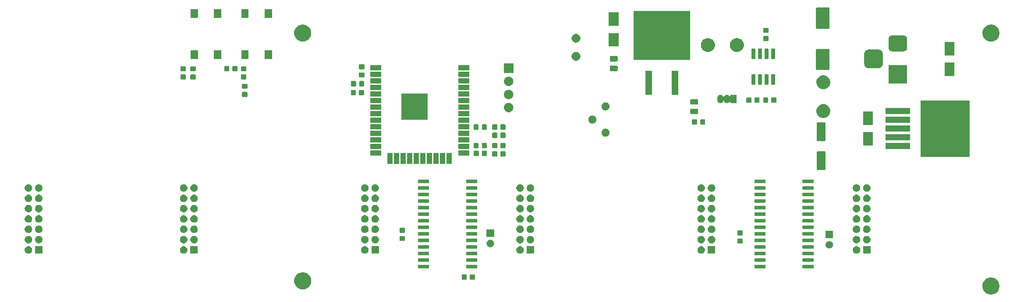
<source format=gbr>
G04 #@! TF.GenerationSoftware,KiCad,Pcbnew,(5.1.2-1)-1*
G04 #@! TF.CreationDate,2021-04-25T16:26:51+08:00*
G04 #@! TF.ProjectId,ESP32-Clock,45535033-322d-4436-9c6f-636b2e6b6963,rev?*
G04 #@! TF.SameCoordinates,Original*
G04 #@! TF.FileFunction,Soldermask,Top*
G04 #@! TF.FilePolarity,Negative*
%FSLAX46Y46*%
G04 Gerber Fmt 4.6, Leading zero omitted, Abs format (unit mm)*
G04 Created by KiCad (PCBNEW (5.1.2-1)-1) date 2021-04-25 16:26:51*
%MOMM*%
%LPD*%
G04 APERTURE LIST*
%ADD10C,0.100000*%
G04 APERTURE END LIST*
D10*
G36*
X239375256Y-139391298D02*
G01*
X239481579Y-139412447D01*
X239782042Y-139536903D01*
X240052451Y-139717585D01*
X240282415Y-139947549D01*
X240463097Y-140217958D01*
X240572293Y-140481579D01*
X240587553Y-140518422D01*
X240639991Y-140782042D01*
X240651000Y-140837391D01*
X240651000Y-141162609D01*
X240587553Y-141481579D01*
X240463097Y-141782042D01*
X240282415Y-142052451D01*
X240052451Y-142282415D01*
X239782042Y-142463097D01*
X239481579Y-142587553D01*
X239375256Y-142608702D01*
X239162611Y-142651000D01*
X238837389Y-142651000D01*
X238624744Y-142608702D01*
X238518421Y-142587553D01*
X238217958Y-142463097D01*
X237947549Y-142282415D01*
X237717585Y-142052451D01*
X237536903Y-141782042D01*
X237412447Y-141481579D01*
X237349000Y-141162609D01*
X237349000Y-140837391D01*
X237360010Y-140782042D01*
X237412447Y-140518422D01*
X237427708Y-140481579D01*
X237536903Y-140217958D01*
X237717585Y-139947549D01*
X237947549Y-139717585D01*
X238217958Y-139536903D01*
X238518421Y-139412447D01*
X238624744Y-139391298D01*
X238837389Y-139349000D01*
X239162611Y-139349000D01*
X239375256Y-139391298D01*
X239375256Y-139391298D01*
G37*
G36*
X106375256Y-138391298D02*
G01*
X106481579Y-138412447D01*
X106782042Y-138536903D01*
X107052451Y-138717585D01*
X107282415Y-138947549D01*
X107282416Y-138947551D01*
X107463098Y-139217960D01*
X107587553Y-139518422D01*
X107651000Y-139837389D01*
X107651000Y-140162611D01*
X107639990Y-140217960D01*
X107587553Y-140481579D01*
X107463097Y-140782042D01*
X107282415Y-141052451D01*
X107052451Y-141282415D01*
X106782042Y-141463097D01*
X106481579Y-141587553D01*
X106375256Y-141608702D01*
X106162611Y-141651000D01*
X105837389Y-141651000D01*
X105624744Y-141608702D01*
X105518421Y-141587553D01*
X105217958Y-141463097D01*
X104947549Y-141282415D01*
X104717585Y-141052451D01*
X104536903Y-140782042D01*
X104412447Y-140481579D01*
X104360010Y-140217960D01*
X104349000Y-140162611D01*
X104349000Y-139837389D01*
X104412447Y-139518422D01*
X104536902Y-139217960D01*
X104717584Y-138947551D01*
X104717585Y-138947549D01*
X104947549Y-138717585D01*
X105217958Y-138536903D01*
X105518421Y-138412447D01*
X105624744Y-138391298D01*
X105837389Y-138349000D01*
X106162611Y-138349000D01*
X106375256Y-138391298D01*
X106375256Y-138391298D01*
G37*
G36*
X139129591Y-138728085D02*
G01*
X139163569Y-138738393D01*
X139194890Y-138755134D01*
X139222339Y-138777661D01*
X139244866Y-138805110D01*
X139261607Y-138836431D01*
X139271915Y-138870409D01*
X139276000Y-138911890D01*
X139276000Y-139588110D01*
X139271915Y-139629591D01*
X139261607Y-139663569D01*
X139244866Y-139694890D01*
X139222339Y-139722339D01*
X139194890Y-139744866D01*
X139163569Y-139761607D01*
X139129591Y-139771915D01*
X139088110Y-139776000D01*
X138486890Y-139776000D01*
X138445409Y-139771915D01*
X138411431Y-139761607D01*
X138380110Y-139744866D01*
X138352661Y-139722339D01*
X138330134Y-139694890D01*
X138313393Y-139663569D01*
X138303085Y-139629591D01*
X138299000Y-139588110D01*
X138299000Y-138911890D01*
X138303085Y-138870409D01*
X138313393Y-138836431D01*
X138330134Y-138805110D01*
X138352661Y-138777661D01*
X138380110Y-138755134D01*
X138411431Y-138738393D01*
X138445409Y-138728085D01*
X138486890Y-138724000D01*
X139088110Y-138724000D01*
X139129591Y-138728085D01*
X139129591Y-138728085D01*
G37*
G36*
X137554591Y-138728085D02*
G01*
X137588569Y-138738393D01*
X137619890Y-138755134D01*
X137647339Y-138777661D01*
X137669866Y-138805110D01*
X137686607Y-138836431D01*
X137696915Y-138870409D01*
X137701000Y-138911890D01*
X137701000Y-139588110D01*
X137696915Y-139629591D01*
X137686607Y-139663569D01*
X137669866Y-139694890D01*
X137647339Y-139722339D01*
X137619890Y-139744866D01*
X137588569Y-139761607D01*
X137554591Y-139771915D01*
X137513110Y-139776000D01*
X136911890Y-139776000D01*
X136870409Y-139771915D01*
X136836431Y-139761607D01*
X136805110Y-139744866D01*
X136777661Y-139722339D01*
X136755134Y-139694890D01*
X136738393Y-139663569D01*
X136728085Y-139629591D01*
X136724000Y-139588110D01*
X136724000Y-138911890D01*
X136728085Y-138870409D01*
X136738393Y-138836431D01*
X136755134Y-138805110D01*
X136777661Y-138777661D01*
X136805110Y-138755134D01*
X136836431Y-138738393D01*
X136870409Y-138728085D01*
X136911890Y-138724000D01*
X137513110Y-138724000D01*
X137554591Y-138728085D01*
X137554591Y-138728085D01*
G37*
G36*
X204634928Y-136906764D02*
G01*
X204656009Y-136913160D01*
X204675445Y-136923548D01*
X204692476Y-136937524D01*
X204706452Y-136954555D01*
X204716840Y-136973991D01*
X204723236Y-136995072D01*
X204726000Y-137023140D01*
X204726000Y-137486860D01*
X204723236Y-137514928D01*
X204716840Y-137536009D01*
X204706452Y-137555445D01*
X204692476Y-137572476D01*
X204675445Y-137586452D01*
X204656009Y-137596840D01*
X204634928Y-137603236D01*
X204606860Y-137606000D01*
X202693140Y-137606000D01*
X202665072Y-137603236D01*
X202643991Y-137596840D01*
X202624555Y-137586452D01*
X202607524Y-137572476D01*
X202593548Y-137555445D01*
X202583160Y-137536009D01*
X202576764Y-137514928D01*
X202574000Y-137486860D01*
X202574000Y-137023140D01*
X202576764Y-136995072D01*
X202583160Y-136973991D01*
X202593548Y-136954555D01*
X202607524Y-136937524D01*
X202624555Y-136923548D01*
X202643991Y-136913160D01*
X202665072Y-136906764D01*
X202693140Y-136904000D01*
X204606860Y-136904000D01*
X204634928Y-136906764D01*
X204634928Y-136906764D01*
G37*
G36*
X195334928Y-136906764D02*
G01*
X195356009Y-136913160D01*
X195375445Y-136923548D01*
X195392476Y-136937524D01*
X195406452Y-136954555D01*
X195416840Y-136973991D01*
X195423236Y-136995072D01*
X195426000Y-137023140D01*
X195426000Y-137486860D01*
X195423236Y-137514928D01*
X195416840Y-137536009D01*
X195406452Y-137555445D01*
X195392476Y-137572476D01*
X195375445Y-137586452D01*
X195356009Y-137596840D01*
X195334928Y-137603236D01*
X195306860Y-137606000D01*
X193393140Y-137606000D01*
X193365072Y-137603236D01*
X193343991Y-137596840D01*
X193324555Y-137586452D01*
X193307524Y-137572476D01*
X193293548Y-137555445D01*
X193283160Y-137536009D01*
X193276764Y-137514928D01*
X193274000Y-137486860D01*
X193274000Y-137023140D01*
X193276764Y-136995072D01*
X193283160Y-136973991D01*
X193293548Y-136954555D01*
X193307524Y-136937524D01*
X193324555Y-136923548D01*
X193343991Y-136913160D01*
X193365072Y-136906764D01*
X193393140Y-136904000D01*
X195306860Y-136904000D01*
X195334928Y-136906764D01*
X195334928Y-136906764D01*
G37*
G36*
X139634928Y-136906764D02*
G01*
X139656009Y-136913160D01*
X139675445Y-136923548D01*
X139692476Y-136937524D01*
X139706452Y-136954555D01*
X139716840Y-136973991D01*
X139723236Y-136995072D01*
X139726000Y-137023140D01*
X139726000Y-137486860D01*
X139723236Y-137514928D01*
X139716840Y-137536009D01*
X139706452Y-137555445D01*
X139692476Y-137572476D01*
X139675445Y-137586452D01*
X139656009Y-137596840D01*
X139634928Y-137603236D01*
X139606860Y-137606000D01*
X137693140Y-137606000D01*
X137665072Y-137603236D01*
X137643991Y-137596840D01*
X137624555Y-137586452D01*
X137607524Y-137572476D01*
X137593548Y-137555445D01*
X137583160Y-137536009D01*
X137576764Y-137514928D01*
X137574000Y-137486860D01*
X137574000Y-137023140D01*
X137576764Y-136995072D01*
X137583160Y-136973991D01*
X137593548Y-136954555D01*
X137607524Y-136937524D01*
X137624555Y-136923548D01*
X137643991Y-136913160D01*
X137665072Y-136906764D01*
X137693140Y-136904000D01*
X139606860Y-136904000D01*
X139634928Y-136906764D01*
X139634928Y-136906764D01*
G37*
G36*
X130334928Y-136906764D02*
G01*
X130356009Y-136913160D01*
X130375445Y-136923548D01*
X130392476Y-136937524D01*
X130406452Y-136954555D01*
X130416840Y-136973991D01*
X130423236Y-136995072D01*
X130426000Y-137023140D01*
X130426000Y-137486860D01*
X130423236Y-137514928D01*
X130416840Y-137536009D01*
X130406452Y-137555445D01*
X130392476Y-137572476D01*
X130375445Y-137586452D01*
X130356009Y-137596840D01*
X130334928Y-137603236D01*
X130306860Y-137606000D01*
X128393140Y-137606000D01*
X128365072Y-137603236D01*
X128343991Y-137596840D01*
X128324555Y-137586452D01*
X128307524Y-137572476D01*
X128293548Y-137555445D01*
X128283160Y-137536009D01*
X128276764Y-137514928D01*
X128274000Y-137486860D01*
X128274000Y-137023140D01*
X128276764Y-136995072D01*
X128283160Y-136973991D01*
X128293548Y-136954555D01*
X128307524Y-136937524D01*
X128324555Y-136923548D01*
X128343991Y-136913160D01*
X128365072Y-136906764D01*
X128393140Y-136904000D01*
X130306860Y-136904000D01*
X130334928Y-136906764D01*
X130334928Y-136906764D01*
G37*
G36*
X130334928Y-135636764D02*
G01*
X130356009Y-135643160D01*
X130375445Y-135653548D01*
X130392476Y-135667524D01*
X130406452Y-135684555D01*
X130416840Y-135703991D01*
X130423236Y-135725072D01*
X130426000Y-135753140D01*
X130426000Y-136216860D01*
X130423236Y-136244928D01*
X130416840Y-136266009D01*
X130406452Y-136285445D01*
X130392476Y-136302476D01*
X130375445Y-136316452D01*
X130356009Y-136326840D01*
X130334928Y-136333236D01*
X130306860Y-136336000D01*
X128393140Y-136336000D01*
X128365072Y-136333236D01*
X128343991Y-136326840D01*
X128324555Y-136316452D01*
X128307524Y-136302476D01*
X128293548Y-136285445D01*
X128283160Y-136266009D01*
X128276764Y-136244928D01*
X128274000Y-136216860D01*
X128274000Y-135753140D01*
X128276764Y-135725072D01*
X128283160Y-135703991D01*
X128293548Y-135684555D01*
X128307524Y-135667524D01*
X128324555Y-135653548D01*
X128343991Y-135643160D01*
X128365072Y-135636764D01*
X128393140Y-135634000D01*
X130306860Y-135634000D01*
X130334928Y-135636764D01*
X130334928Y-135636764D01*
G37*
G36*
X195334928Y-135636764D02*
G01*
X195356009Y-135643160D01*
X195375445Y-135653548D01*
X195392476Y-135667524D01*
X195406452Y-135684555D01*
X195416840Y-135703991D01*
X195423236Y-135725072D01*
X195426000Y-135753140D01*
X195426000Y-136216860D01*
X195423236Y-136244928D01*
X195416840Y-136266009D01*
X195406452Y-136285445D01*
X195392476Y-136302476D01*
X195375445Y-136316452D01*
X195356009Y-136326840D01*
X195334928Y-136333236D01*
X195306860Y-136336000D01*
X193393140Y-136336000D01*
X193365072Y-136333236D01*
X193343991Y-136326840D01*
X193324555Y-136316452D01*
X193307524Y-136302476D01*
X193293548Y-136285445D01*
X193283160Y-136266009D01*
X193276764Y-136244928D01*
X193274000Y-136216860D01*
X193274000Y-135753140D01*
X193276764Y-135725072D01*
X193283160Y-135703991D01*
X193293548Y-135684555D01*
X193307524Y-135667524D01*
X193324555Y-135653548D01*
X193343991Y-135643160D01*
X193365072Y-135636764D01*
X193393140Y-135634000D01*
X195306860Y-135634000D01*
X195334928Y-135636764D01*
X195334928Y-135636764D01*
G37*
G36*
X204634928Y-135636764D02*
G01*
X204656009Y-135643160D01*
X204675445Y-135653548D01*
X204692476Y-135667524D01*
X204706452Y-135684555D01*
X204716840Y-135703991D01*
X204723236Y-135725072D01*
X204726000Y-135753140D01*
X204726000Y-136216860D01*
X204723236Y-136244928D01*
X204716840Y-136266009D01*
X204706452Y-136285445D01*
X204692476Y-136302476D01*
X204675445Y-136316452D01*
X204656009Y-136326840D01*
X204634928Y-136333236D01*
X204606860Y-136336000D01*
X202693140Y-136336000D01*
X202665072Y-136333236D01*
X202643991Y-136326840D01*
X202624555Y-136316452D01*
X202607524Y-136302476D01*
X202593548Y-136285445D01*
X202583160Y-136266009D01*
X202576764Y-136244928D01*
X202574000Y-136216860D01*
X202574000Y-135753140D01*
X202576764Y-135725072D01*
X202583160Y-135703991D01*
X202593548Y-135684555D01*
X202607524Y-135667524D01*
X202624555Y-135653548D01*
X202643991Y-135643160D01*
X202665072Y-135636764D01*
X202693140Y-135634000D01*
X204606860Y-135634000D01*
X204634928Y-135636764D01*
X204634928Y-135636764D01*
G37*
G36*
X139634928Y-135636764D02*
G01*
X139656009Y-135643160D01*
X139675445Y-135653548D01*
X139692476Y-135667524D01*
X139706452Y-135684555D01*
X139716840Y-135703991D01*
X139723236Y-135725072D01*
X139726000Y-135753140D01*
X139726000Y-136216860D01*
X139723236Y-136244928D01*
X139716840Y-136266009D01*
X139706452Y-136285445D01*
X139692476Y-136302476D01*
X139675445Y-136316452D01*
X139656009Y-136326840D01*
X139634928Y-136333236D01*
X139606860Y-136336000D01*
X137693140Y-136336000D01*
X137665072Y-136333236D01*
X137643991Y-136326840D01*
X137624555Y-136316452D01*
X137607524Y-136302476D01*
X137593548Y-136285445D01*
X137583160Y-136266009D01*
X137576764Y-136244928D01*
X137574000Y-136216860D01*
X137574000Y-135753140D01*
X137576764Y-135725072D01*
X137583160Y-135703991D01*
X137593548Y-135684555D01*
X137607524Y-135667524D01*
X137624555Y-135653548D01*
X137643991Y-135643160D01*
X137665072Y-135636764D01*
X137693140Y-135634000D01*
X139606860Y-135634000D01*
X139634928Y-135636764D01*
X139634928Y-135636764D01*
G37*
G36*
X204634928Y-134366764D02*
G01*
X204656009Y-134373160D01*
X204675445Y-134383548D01*
X204692476Y-134397524D01*
X204706452Y-134414555D01*
X204716840Y-134433991D01*
X204723236Y-134455072D01*
X204726000Y-134483140D01*
X204726000Y-134946860D01*
X204723236Y-134974928D01*
X204716840Y-134996009D01*
X204706452Y-135015445D01*
X204692476Y-135032476D01*
X204675445Y-135046452D01*
X204656009Y-135056840D01*
X204634928Y-135063236D01*
X204606860Y-135066000D01*
X202693140Y-135066000D01*
X202665072Y-135063236D01*
X202643991Y-135056840D01*
X202624555Y-135046452D01*
X202607524Y-135032476D01*
X202593548Y-135015445D01*
X202583160Y-134996009D01*
X202576764Y-134974928D01*
X202574000Y-134946860D01*
X202574000Y-134483140D01*
X202576764Y-134455072D01*
X202583160Y-134433991D01*
X202593548Y-134414555D01*
X202607524Y-134397524D01*
X202624555Y-134383548D01*
X202643991Y-134373160D01*
X202665072Y-134366764D01*
X202693140Y-134364000D01*
X204606860Y-134364000D01*
X204634928Y-134366764D01*
X204634928Y-134366764D01*
G37*
G36*
X195334928Y-134366764D02*
G01*
X195356009Y-134373160D01*
X195375445Y-134383548D01*
X195392476Y-134397524D01*
X195406452Y-134414555D01*
X195416840Y-134433991D01*
X195423236Y-134455072D01*
X195426000Y-134483140D01*
X195426000Y-134946860D01*
X195423236Y-134974928D01*
X195416840Y-134996009D01*
X195406452Y-135015445D01*
X195392476Y-135032476D01*
X195375445Y-135046452D01*
X195356009Y-135056840D01*
X195334928Y-135063236D01*
X195306860Y-135066000D01*
X193393140Y-135066000D01*
X193365072Y-135063236D01*
X193343991Y-135056840D01*
X193324555Y-135046452D01*
X193307524Y-135032476D01*
X193293548Y-135015445D01*
X193283160Y-134996009D01*
X193276764Y-134974928D01*
X193274000Y-134946860D01*
X193274000Y-134483140D01*
X193276764Y-134455072D01*
X193283160Y-134433991D01*
X193293548Y-134414555D01*
X193307524Y-134397524D01*
X193324555Y-134383548D01*
X193343991Y-134373160D01*
X193365072Y-134366764D01*
X193393140Y-134364000D01*
X195306860Y-134364000D01*
X195334928Y-134366764D01*
X195334928Y-134366764D01*
G37*
G36*
X139634928Y-134366764D02*
G01*
X139656009Y-134373160D01*
X139675445Y-134383548D01*
X139692476Y-134397524D01*
X139706452Y-134414555D01*
X139716840Y-134433991D01*
X139723236Y-134455072D01*
X139726000Y-134483140D01*
X139726000Y-134946860D01*
X139723236Y-134974928D01*
X139716840Y-134996009D01*
X139706452Y-135015445D01*
X139692476Y-135032476D01*
X139675445Y-135046452D01*
X139656009Y-135056840D01*
X139634928Y-135063236D01*
X139606860Y-135066000D01*
X137693140Y-135066000D01*
X137665072Y-135063236D01*
X137643991Y-135056840D01*
X137624555Y-135046452D01*
X137607524Y-135032476D01*
X137593548Y-135015445D01*
X137583160Y-134996009D01*
X137576764Y-134974928D01*
X137574000Y-134946860D01*
X137574000Y-134483140D01*
X137576764Y-134455072D01*
X137583160Y-134433991D01*
X137593548Y-134414555D01*
X137607524Y-134397524D01*
X137624555Y-134383548D01*
X137643991Y-134373160D01*
X137665072Y-134366764D01*
X137693140Y-134364000D01*
X139606860Y-134364000D01*
X139634928Y-134366764D01*
X139634928Y-134366764D01*
G37*
G36*
X130334928Y-134366764D02*
G01*
X130356009Y-134373160D01*
X130375445Y-134383548D01*
X130392476Y-134397524D01*
X130406452Y-134414555D01*
X130416840Y-134433991D01*
X130423236Y-134455072D01*
X130426000Y-134483140D01*
X130426000Y-134946860D01*
X130423236Y-134974928D01*
X130416840Y-134996009D01*
X130406452Y-135015445D01*
X130392476Y-135032476D01*
X130375445Y-135046452D01*
X130356009Y-135056840D01*
X130334928Y-135063236D01*
X130306860Y-135066000D01*
X128393140Y-135066000D01*
X128365072Y-135063236D01*
X128343991Y-135056840D01*
X128324555Y-135046452D01*
X128307524Y-135032476D01*
X128293548Y-135015445D01*
X128283160Y-134996009D01*
X128276764Y-134974928D01*
X128274000Y-134946860D01*
X128274000Y-134483140D01*
X128276764Y-134455072D01*
X128283160Y-134433991D01*
X128293548Y-134414555D01*
X128307524Y-134397524D01*
X128324555Y-134383548D01*
X128343991Y-134373160D01*
X128365072Y-134366764D01*
X128393140Y-134364000D01*
X130306860Y-134364000D01*
X130334928Y-134366764D01*
X130334928Y-134366764D01*
G37*
G36*
X118071213Y-133277502D02*
G01*
X118142321Y-133284505D01*
X118279172Y-133326019D01*
X118279175Y-133326020D01*
X118405294Y-133393432D01*
X118515843Y-133484157D01*
X118606568Y-133594706D01*
X118673980Y-133720825D01*
X118673981Y-133720828D01*
X118715495Y-133857679D01*
X118729512Y-134000000D01*
X118715495Y-134142321D01*
X118673981Y-134279172D01*
X118673980Y-134279175D01*
X118606568Y-134405294D01*
X118515843Y-134515843D01*
X118405294Y-134606568D01*
X118279175Y-134673980D01*
X118279172Y-134673981D01*
X118142321Y-134715495D01*
X118071213Y-134722498D01*
X118035660Y-134726000D01*
X117964340Y-134726000D01*
X117928787Y-134722498D01*
X117857679Y-134715495D01*
X117720828Y-134673981D01*
X117720825Y-134673980D01*
X117594706Y-134606568D01*
X117484157Y-134515843D01*
X117393432Y-134405294D01*
X117326020Y-134279175D01*
X117326019Y-134279172D01*
X117284505Y-134142321D01*
X117270488Y-134000000D01*
X117284505Y-133857679D01*
X117326019Y-133720828D01*
X117326020Y-133720825D01*
X117393432Y-133594706D01*
X117484157Y-133484157D01*
X117594706Y-133393432D01*
X117720825Y-133326020D01*
X117720828Y-133326019D01*
X117857679Y-133284505D01*
X117928787Y-133277502D01*
X117964340Y-133274000D01*
X118035660Y-133274000D01*
X118071213Y-133277502D01*
X118071213Y-133277502D01*
G37*
G36*
X185726000Y-134726000D02*
G01*
X184274000Y-134726000D01*
X184274000Y-133274000D01*
X185726000Y-133274000D01*
X185726000Y-134726000D01*
X185726000Y-134726000D01*
G37*
G36*
X83071213Y-133277502D02*
G01*
X83142321Y-133284505D01*
X83279172Y-133326019D01*
X83279175Y-133326020D01*
X83405294Y-133393432D01*
X83515843Y-133484157D01*
X83606568Y-133594706D01*
X83673980Y-133720825D01*
X83673981Y-133720828D01*
X83715495Y-133857679D01*
X83729512Y-134000000D01*
X83715495Y-134142321D01*
X83673981Y-134279172D01*
X83673980Y-134279175D01*
X83606568Y-134405294D01*
X83515843Y-134515843D01*
X83405294Y-134606568D01*
X83279175Y-134673980D01*
X83279172Y-134673981D01*
X83142321Y-134715495D01*
X83071213Y-134722498D01*
X83035660Y-134726000D01*
X82964340Y-134726000D01*
X82928787Y-134722498D01*
X82857679Y-134715495D01*
X82720828Y-134673981D01*
X82720825Y-134673980D01*
X82594706Y-134606568D01*
X82484157Y-134515843D01*
X82393432Y-134405294D01*
X82326020Y-134279175D01*
X82326019Y-134279172D01*
X82284505Y-134142321D01*
X82270488Y-134000000D01*
X82284505Y-133857679D01*
X82326019Y-133720828D01*
X82326020Y-133720825D01*
X82393432Y-133594706D01*
X82484157Y-133484157D01*
X82594706Y-133393432D01*
X82720825Y-133326020D01*
X82720828Y-133326019D01*
X82857679Y-133284505D01*
X82928787Y-133277502D01*
X82964340Y-133274000D01*
X83035660Y-133274000D01*
X83071213Y-133277502D01*
X83071213Y-133277502D01*
G37*
G36*
X55726000Y-134726000D02*
G01*
X54274000Y-134726000D01*
X54274000Y-133274000D01*
X55726000Y-133274000D01*
X55726000Y-134726000D01*
X55726000Y-134726000D01*
G37*
G36*
X53071213Y-133277502D02*
G01*
X53142321Y-133284505D01*
X53279172Y-133326019D01*
X53279175Y-133326020D01*
X53405294Y-133393432D01*
X53515843Y-133484157D01*
X53606568Y-133594706D01*
X53673980Y-133720825D01*
X53673981Y-133720828D01*
X53715495Y-133857679D01*
X53729512Y-134000000D01*
X53715495Y-134142321D01*
X53673981Y-134279172D01*
X53673980Y-134279175D01*
X53606568Y-134405294D01*
X53515843Y-134515843D01*
X53405294Y-134606568D01*
X53279175Y-134673980D01*
X53279172Y-134673981D01*
X53142321Y-134715495D01*
X53071213Y-134722498D01*
X53035660Y-134726000D01*
X52964340Y-134726000D01*
X52928787Y-134722498D01*
X52857679Y-134715495D01*
X52720828Y-134673981D01*
X52720825Y-134673980D01*
X52594706Y-134606568D01*
X52484157Y-134515843D01*
X52393432Y-134405294D01*
X52326020Y-134279175D01*
X52326019Y-134279172D01*
X52284505Y-134142321D01*
X52270488Y-134000000D01*
X52284505Y-133857679D01*
X52326019Y-133720828D01*
X52326020Y-133720825D01*
X52393432Y-133594706D01*
X52484157Y-133484157D01*
X52594706Y-133393432D01*
X52720825Y-133326020D01*
X52720828Y-133326019D01*
X52857679Y-133284505D01*
X52928787Y-133277502D01*
X52964340Y-133274000D01*
X53035660Y-133274000D01*
X53071213Y-133277502D01*
X53071213Y-133277502D01*
G37*
G36*
X120726000Y-134726000D02*
G01*
X119274000Y-134726000D01*
X119274000Y-133274000D01*
X120726000Y-133274000D01*
X120726000Y-134726000D01*
X120726000Y-134726000D01*
G37*
G36*
X213071213Y-133277502D02*
G01*
X213142321Y-133284505D01*
X213279172Y-133326019D01*
X213279175Y-133326020D01*
X213405294Y-133393432D01*
X213515843Y-133484157D01*
X213606568Y-133594706D01*
X213673980Y-133720825D01*
X213673981Y-133720828D01*
X213715495Y-133857679D01*
X213729512Y-134000000D01*
X213715495Y-134142321D01*
X213673981Y-134279172D01*
X213673980Y-134279175D01*
X213606568Y-134405294D01*
X213515843Y-134515843D01*
X213405294Y-134606568D01*
X213279175Y-134673980D01*
X213279172Y-134673981D01*
X213142321Y-134715495D01*
X213071213Y-134722498D01*
X213035660Y-134726000D01*
X212964340Y-134726000D01*
X212928787Y-134722498D01*
X212857679Y-134715495D01*
X212720828Y-134673981D01*
X212720825Y-134673980D01*
X212594706Y-134606568D01*
X212484157Y-134515843D01*
X212393432Y-134405294D01*
X212326020Y-134279175D01*
X212326019Y-134279172D01*
X212284505Y-134142321D01*
X212270488Y-134000000D01*
X212284505Y-133857679D01*
X212326019Y-133720828D01*
X212326020Y-133720825D01*
X212393432Y-133594706D01*
X212484157Y-133484157D01*
X212594706Y-133393432D01*
X212720825Y-133326020D01*
X212720828Y-133326019D01*
X212857679Y-133284505D01*
X212928787Y-133277502D01*
X212964340Y-133274000D01*
X213035660Y-133274000D01*
X213071213Y-133277502D01*
X213071213Y-133277502D01*
G37*
G36*
X183071213Y-133277502D02*
G01*
X183142321Y-133284505D01*
X183279172Y-133326019D01*
X183279175Y-133326020D01*
X183405294Y-133393432D01*
X183515843Y-133484157D01*
X183606568Y-133594706D01*
X183673980Y-133720825D01*
X183673981Y-133720828D01*
X183715495Y-133857679D01*
X183729512Y-134000000D01*
X183715495Y-134142321D01*
X183673981Y-134279172D01*
X183673980Y-134279175D01*
X183606568Y-134405294D01*
X183515843Y-134515843D01*
X183405294Y-134606568D01*
X183279175Y-134673980D01*
X183279172Y-134673981D01*
X183142321Y-134715495D01*
X183071213Y-134722498D01*
X183035660Y-134726000D01*
X182964340Y-134726000D01*
X182928787Y-134722498D01*
X182857679Y-134715495D01*
X182720828Y-134673981D01*
X182720825Y-134673980D01*
X182594706Y-134606568D01*
X182484157Y-134515843D01*
X182393432Y-134405294D01*
X182326020Y-134279175D01*
X182326019Y-134279172D01*
X182284505Y-134142321D01*
X182270488Y-134000000D01*
X182284505Y-133857679D01*
X182326019Y-133720828D01*
X182326020Y-133720825D01*
X182393432Y-133594706D01*
X182484157Y-133484157D01*
X182594706Y-133393432D01*
X182720825Y-133326020D01*
X182720828Y-133326019D01*
X182857679Y-133284505D01*
X182928787Y-133277502D01*
X182964340Y-133274000D01*
X183035660Y-133274000D01*
X183071213Y-133277502D01*
X183071213Y-133277502D01*
G37*
G36*
X215726000Y-134726000D02*
G01*
X214274000Y-134726000D01*
X214274000Y-133274000D01*
X215726000Y-133274000D01*
X215726000Y-134726000D01*
X215726000Y-134726000D01*
G37*
G36*
X150726000Y-134726000D02*
G01*
X149274000Y-134726000D01*
X149274000Y-133274000D01*
X150726000Y-133274000D01*
X150726000Y-134726000D01*
X150726000Y-134726000D01*
G37*
G36*
X148071213Y-133277502D02*
G01*
X148142321Y-133284505D01*
X148279172Y-133326019D01*
X148279175Y-133326020D01*
X148405294Y-133393432D01*
X148515843Y-133484157D01*
X148606568Y-133594706D01*
X148673980Y-133720825D01*
X148673981Y-133720828D01*
X148715495Y-133857679D01*
X148729512Y-134000000D01*
X148715495Y-134142321D01*
X148673981Y-134279172D01*
X148673980Y-134279175D01*
X148606568Y-134405294D01*
X148515843Y-134515843D01*
X148405294Y-134606568D01*
X148279175Y-134673980D01*
X148279172Y-134673981D01*
X148142321Y-134715495D01*
X148071213Y-134722498D01*
X148035660Y-134726000D01*
X147964340Y-134726000D01*
X147928787Y-134722498D01*
X147857679Y-134715495D01*
X147720828Y-134673981D01*
X147720825Y-134673980D01*
X147594706Y-134606568D01*
X147484157Y-134515843D01*
X147393432Y-134405294D01*
X147326020Y-134279175D01*
X147326019Y-134279172D01*
X147284505Y-134142321D01*
X147270488Y-134000000D01*
X147284505Y-133857679D01*
X147326019Y-133720828D01*
X147326020Y-133720825D01*
X147393432Y-133594706D01*
X147484157Y-133484157D01*
X147594706Y-133393432D01*
X147720825Y-133326020D01*
X147720828Y-133326019D01*
X147857679Y-133284505D01*
X147928787Y-133277502D01*
X147964340Y-133274000D01*
X148035660Y-133274000D01*
X148071213Y-133277502D01*
X148071213Y-133277502D01*
G37*
G36*
X85726000Y-134726000D02*
G01*
X84274000Y-134726000D01*
X84274000Y-133274000D01*
X85726000Y-133274000D01*
X85726000Y-134726000D01*
X85726000Y-134726000D01*
G37*
G36*
X204634928Y-133096764D02*
G01*
X204656009Y-133103160D01*
X204675445Y-133113548D01*
X204692476Y-133127524D01*
X204706452Y-133144555D01*
X204716840Y-133163991D01*
X204723236Y-133185072D01*
X204726000Y-133213140D01*
X204726000Y-133676860D01*
X204723236Y-133704928D01*
X204716840Y-133726009D01*
X204706452Y-133745445D01*
X204692476Y-133762476D01*
X204675445Y-133776452D01*
X204656009Y-133786840D01*
X204634928Y-133793236D01*
X204606860Y-133796000D01*
X202693140Y-133796000D01*
X202665072Y-133793236D01*
X202643991Y-133786840D01*
X202624555Y-133776452D01*
X202607524Y-133762476D01*
X202593548Y-133745445D01*
X202583160Y-133726009D01*
X202576764Y-133704928D01*
X202574000Y-133676860D01*
X202574000Y-133213140D01*
X202576764Y-133185072D01*
X202583160Y-133163991D01*
X202593548Y-133144555D01*
X202607524Y-133127524D01*
X202624555Y-133113548D01*
X202643991Y-133103160D01*
X202665072Y-133096764D01*
X202693140Y-133094000D01*
X204606860Y-133094000D01*
X204634928Y-133096764D01*
X204634928Y-133096764D01*
G37*
G36*
X195334928Y-133096764D02*
G01*
X195356009Y-133103160D01*
X195375445Y-133113548D01*
X195392476Y-133127524D01*
X195406452Y-133144555D01*
X195416840Y-133163991D01*
X195423236Y-133185072D01*
X195426000Y-133213140D01*
X195426000Y-133676860D01*
X195423236Y-133704928D01*
X195416840Y-133726009D01*
X195406452Y-133745445D01*
X195392476Y-133762476D01*
X195375445Y-133776452D01*
X195356009Y-133786840D01*
X195334928Y-133793236D01*
X195306860Y-133796000D01*
X193393140Y-133796000D01*
X193365072Y-133793236D01*
X193343991Y-133786840D01*
X193324555Y-133776452D01*
X193307524Y-133762476D01*
X193293548Y-133745445D01*
X193283160Y-133726009D01*
X193276764Y-133704928D01*
X193274000Y-133676860D01*
X193274000Y-133213140D01*
X193276764Y-133185072D01*
X193283160Y-133163991D01*
X193293548Y-133144555D01*
X193307524Y-133127524D01*
X193324555Y-133113548D01*
X193343991Y-133103160D01*
X193365072Y-133096764D01*
X193393140Y-133094000D01*
X195306860Y-133094000D01*
X195334928Y-133096764D01*
X195334928Y-133096764D01*
G37*
G36*
X130334928Y-133096764D02*
G01*
X130356009Y-133103160D01*
X130375445Y-133113548D01*
X130392476Y-133127524D01*
X130406452Y-133144555D01*
X130416840Y-133163991D01*
X130423236Y-133185072D01*
X130426000Y-133213140D01*
X130426000Y-133676860D01*
X130423236Y-133704928D01*
X130416840Y-133726009D01*
X130406452Y-133745445D01*
X130392476Y-133762476D01*
X130375445Y-133776452D01*
X130356009Y-133786840D01*
X130334928Y-133793236D01*
X130306860Y-133796000D01*
X128393140Y-133796000D01*
X128365072Y-133793236D01*
X128343991Y-133786840D01*
X128324555Y-133776452D01*
X128307524Y-133762476D01*
X128293548Y-133745445D01*
X128283160Y-133726009D01*
X128276764Y-133704928D01*
X128274000Y-133676860D01*
X128274000Y-133213140D01*
X128276764Y-133185072D01*
X128283160Y-133163991D01*
X128293548Y-133144555D01*
X128307524Y-133127524D01*
X128324555Y-133113548D01*
X128343991Y-133103160D01*
X128365072Y-133096764D01*
X128393140Y-133094000D01*
X130306860Y-133094000D01*
X130334928Y-133096764D01*
X130334928Y-133096764D01*
G37*
G36*
X139634928Y-133096764D02*
G01*
X139656009Y-133103160D01*
X139675445Y-133113548D01*
X139692476Y-133127524D01*
X139706452Y-133144555D01*
X139716840Y-133163991D01*
X139723236Y-133185072D01*
X139726000Y-133213140D01*
X139726000Y-133676860D01*
X139723236Y-133704928D01*
X139716840Y-133726009D01*
X139706452Y-133745445D01*
X139692476Y-133762476D01*
X139675445Y-133776452D01*
X139656009Y-133786840D01*
X139634928Y-133793236D01*
X139606860Y-133796000D01*
X137693140Y-133796000D01*
X137665072Y-133793236D01*
X137643991Y-133786840D01*
X137624555Y-133776452D01*
X137607524Y-133762476D01*
X137593548Y-133745445D01*
X137583160Y-133726009D01*
X137576764Y-133704928D01*
X137574000Y-133676860D01*
X137574000Y-133213140D01*
X137576764Y-133185072D01*
X137583160Y-133163991D01*
X137593548Y-133144555D01*
X137607524Y-133127524D01*
X137624555Y-133113548D01*
X137643991Y-133103160D01*
X137665072Y-133096764D01*
X137693140Y-133094000D01*
X139606860Y-133094000D01*
X139634928Y-133096764D01*
X139634928Y-133096764D01*
G37*
G36*
X207805966Y-132276000D02*
G01*
X207892321Y-132284505D01*
X208029172Y-132326019D01*
X208029175Y-132326020D01*
X208155294Y-132393432D01*
X208265843Y-132484157D01*
X208356568Y-132594706D01*
X208423980Y-132720825D01*
X208423981Y-132720828D01*
X208465495Y-132857679D01*
X208479512Y-133000000D01*
X208465495Y-133142321D01*
X208452526Y-133185072D01*
X208423980Y-133279175D01*
X208356568Y-133405294D01*
X208265843Y-133515843D01*
X208155294Y-133606568D01*
X208029175Y-133673980D01*
X208029172Y-133673981D01*
X207892321Y-133715495D01*
X207821213Y-133722498D01*
X207785660Y-133726000D01*
X207714340Y-133726000D01*
X207678787Y-133722498D01*
X207607679Y-133715495D01*
X207470828Y-133673981D01*
X207470825Y-133673980D01*
X207344706Y-133606568D01*
X207234157Y-133515843D01*
X207143432Y-133405294D01*
X207076020Y-133279175D01*
X207047474Y-133185072D01*
X207034505Y-133142321D01*
X207020488Y-133000000D01*
X207034505Y-132857679D01*
X207076019Y-132720828D01*
X207076020Y-132720825D01*
X207143432Y-132594706D01*
X207234157Y-132484157D01*
X207344706Y-132393432D01*
X207470825Y-132326020D01*
X207470828Y-132326019D01*
X207607679Y-132284505D01*
X207694034Y-132276000D01*
X207714340Y-132274000D01*
X207785660Y-132274000D01*
X207805966Y-132276000D01*
X207805966Y-132276000D01*
G37*
G36*
X142321213Y-132027502D02*
G01*
X142392321Y-132034505D01*
X142529172Y-132076019D01*
X142529175Y-132076020D01*
X142655294Y-132143432D01*
X142765843Y-132234157D01*
X142856568Y-132344706D01*
X142923980Y-132470825D01*
X142923981Y-132470828D01*
X142965495Y-132607679D01*
X142979512Y-132750000D01*
X142965495Y-132892321D01*
X142932830Y-133000000D01*
X142923980Y-133029175D01*
X142856568Y-133155294D01*
X142765843Y-133265843D01*
X142655294Y-133356568D01*
X142529175Y-133423980D01*
X142529172Y-133423981D01*
X142392321Y-133465495D01*
X142321213Y-133472498D01*
X142285660Y-133476000D01*
X142214340Y-133476000D01*
X142178787Y-133472498D01*
X142107679Y-133465495D01*
X141970828Y-133423981D01*
X141970825Y-133423980D01*
X141844706Y-133356568D01*
X141734157Y-133265843D01*
X141643432Y-133155294D01*
X141576020Y-133029175D01*
X141567170Y-133000000D01*
X141534505Y-132892321D01*
X141520488Y-132750000D01*
X141534505Y-132607679D01*
X141576019Y-132470828D01*
X141576020Y-132470825D01*
X141643432Y-132344706D01*
X141734157Y-132234157D01*
X141844706Y-132143432D01*
X141970825Y-132076020D01*
X141970828Y-132076019D01*
X142107679Y-132034505D01*
X142178787Y-132027502D01*
X142214340Y-132024000D01*
X142285660Y-132024000D01*
X142321213Y-132027502D01*
X142321213Y-132027502D01*
G37*
G36*
X190879591Y-131803085D02*
G01*
X190913569Y-131813393D01*
X190944890Y-131830134D01*
X190972339Y-131852661D01*
X190994866Y-131880110D01*
X191011607Y-131911431D01*
X191021915Y-131945409D01*
X191026000Y-131986890D01*
X191026000Y-132588110D01*
X191021915Y-132629591D01*
X191011607Y-132663569D01*
X190994866Y-132694890D01*
X190972339Y-132722339D01*
X190944890Y-132744866D01*
X190913569Y-132761607D01*
X190879591Y-132771915D01*
X190838110Y-132776000D01*
X190161890Y-132776000D01*
X190120409Y-132771915D01*
X190086431Y-132761607D01*
X190055110Y-132744866D01*
X190027661Y-132722339D01*
X190005134Y-132694890D01*
X189988393Y-132663569D01*
X189978085Y-132629591D01*
X189974000Y-132588110D01*
X189974000Y-131986890D01*
X189978085Y-131945409D01*
X189988393Y-131911431D01*
X190005134Y-131880110D01*
X190027661Y-131852661D01*
X190055110Y-131830134D01*
X190086431Y-131813393D01*
X190120409Y-131803085D01*
X190161890Y-131799000D01*
X190838110Y-131799000D01*
X190879591Y-131803085D01*
X190879591Y-131803085D01*
G37*
G36*
X213071213Y-131277502D02*
G01*
X213142321Y-131284505D01*
X213237550Y-131313393D01*
X213279175Y-131326020D01*
X213405294Y-131393432D01*
X213515843Y-131484157D01*
X213606568Y-131594706D01*
X213673980Y-131720825D01*
X213673981Y-131720828D01*
X213715495Y-131857679D01*
X213729512Y-132000000D01*
X213715495Y-132142321D01*
X213691221Y-132222339D01*
X213673980Y-132279175D01*
X213606568Y-132405294D01*
X213515843Y-132515843D01*
X213405294Y-132606568D01*
X213279175Y-132673980D01*
X213279172Y-132673981D01*
X213142321Y-132715495D01*
X213072831Y-132722339D01*
X213035660Y-132726000D01*
X212964340Y-132726000D01*
X212927169Y-132722339D01*
X212857679Y-132715495D01*
X212720828Y-132673981D01*
X212720825Y-132673980D01*
X212594706Y-132606568D01*
X212484157Y-132515843D01*
X212393432Y-132405294D01*
X212326020Y-132279175D01*
X212308779Y-132222339D01*
X212284505Y-132142321D01*
X212270488Y-132000000D01*
X212284505Y-131857679D01*
X212326019Y-131720828D01*
X212326020Y-131720825D01*
X212393432Y-131594706D01*
X212484157Y-131484157D01*
X212594706Y-131393432D01*
X212720825Y-131326020D01*
X212762450Y-131313393D01*
X212857679Y-131284505D01*
X212928787Y-131277502D01*
X212964340Y-131274000D01*
X213035660Y-131274000D01*
X213071213Y-131277502D01*
X213071213Y-131277502D01*
G37*
G36*
X185071213Y-131277502D02*
G01*
X185142321Y-131284505D01*
X185237550Y-131313393D01*
X185279175Y-131326020D01*
X185405294Y-131393432D01*
X185515843Y-131484157D01*
X185606568Y-131594706D01*
X185673980Y-131720825D01*
X185673981Y-131720828D01*
X185715495Y-131857679D01*
X185729512Y-132000000D01*
X185715495Y-132142321D01*
X185691221Y-132222339D01*
X185673980Y-132279175D01*
X185606568Y-132405294D01*
X185515843Y-132515843D01*
X185405294Y-132606568D01*
X185279175Y-132673980D01*
X185279172Y-132673981D01*
X185142321Y-132715495D01*
X185072831Y-132722339D01*
X185035660Y-132726000D01*
X184964340Y-132726000D01*
X184927169Y-132722339D01*
X184857679Y-132715495D01*
X184720828Y-132673981D01*
X184720825Y-132673980D01*
X184594706Y-132606568D01*
X184484157Y-132515843D01*
X184393432Y-132405294D01*
X184326020Y-132279175D01*
X184308779Y-132222339D01*
X184284505Y-132142321D01*
X184270488Y-132000000D01*
X184284505Y-131857679D01*
X184326019Y-131720828D01*
X184326020Y-131720825D01*
X184393432Y-131594706D01*
X184484157Y-131484157D01*
X184594706Y-131393432D01*
X184720825Y-131326020D01*
X184762450Y-131313393D01*
X184857679Y-131284505D01*
X184928787Y-131277502D01*
X184964340Y-131274000D01*
X185035660Y-131274000D01*
X185071213Y-131277502D01*
X185071213Y-131277502D01*
G37*
G36*
X53071213Y-131277502D02*
G01*
X53142321Y-131284505D01*
X53237550Y-131313393D01*
X53279175Y-131326020D01*
X53405294Y-131393432D01*
X53515843Y-131484157D01*
X53606568Y-131594706D01*
X53673980Y-131720825D01*
X53673981Y-131720828D01*
X53715495Y-131857679D01*
X53729512Y-132000000D01*
X53715495Y-132142321D01*
X53691221Y-132222339D01*
X53673980Y-132279175D01*
X53606568Y-132405294D01*
X53515843Y-132515843D01*
X53405294Y-132606568D01*
X53279175Y-132673980D01*
X53279172Y-132673981D01*
X53142321Y-132715495D01*
X53072831Y-132722339D01*
X53035660Y-132726000D01*
X52964340Y-132726000D01*
X52927169Y-132722339D01*
X52857679Y-132715495D01*
X52720828Y-132673981D01*
X52720825Y-132673980D01*
X52594706Y-132606568D01*
X52484157Y-132515843D01*
X52393432Y-132405294D01*
X52326020Y-132279175D01*
X52308779Y-132222339D01*
X52284505Y-132142321D01*
X52270488Y-132000000D01*
X52284505Y-131857679D01*
X52326019Y-131720828D01*
X52326020Y-131720825D01*
X52393432Y-131594706D01*
X52484157Y-131484157D01*
X52594706Y-131393432D01*
X52720825Y-131326020D01*
X52762450Y-131313393D01*
X52857679Y-131284505D01*
X52928787Y-131277502D01*
X52964340Y-131274000D01*
X53035660Y-131274000D01*
X53071213Y-131277502D01*
X53071213Y-131277502D01*
G37*
G36*
X183071213Y-131277502D02*
G01*
X183142321Y-131284505D01*
X183237550Y-131313393D01*
X183279175Y-131326020D01*
X183405294Y-131393432D01*
X183515843Y-131484157D01*
X183606568Y-131594706D01*
X183673980Y-131720825D01*
X183673981Y-131720828D01*
X183715495Y-131857679D01*
X183729512Y-132000000D01*
X183715495Y-132142321D01*
X183691221Y-132222339D01*
X183673980Y-132279175D01*
X183606568Y-132405294D01*
X183515843Y-132515843D01*
X183405294Y-132606568D01*
X183279175Y-132673980D01*
X183279172Y-132673981D01*
X183142321Y-132715495D01*
X183072831Y-132722339D01*
X183035660Y-132726000D01*
X182964340Y-132726000D01*
X182927169Y-132722339D01*
X182857679Y-132715495D01*
X182720828Y-132673981D01*
X182720825Y-132673980D01*
X182594706Y-132606568D01*
X182484157Y-132515843D01*
X182393432Y-132405294D01*
X182326020Y-132279175D01*
X182308779Y-132222339D01*
X182284505Y-132142321D01*
X182270488Y-132000000D01*
X182284505Y-131857679D01*
X182326019Y-131720828D01*
X182326020Y-131720825D01*
X182393432Y-131594706D01*
X182484157Y-131484157D01*
X182594706Y-131393432D01*
X182720825Y-131326020D01*
X182762450Y-131313393D01*
X182857679Y-131284505D01*
X182928787Y-131277502D01*
X182964340Y-131274000D01*
X183035660Y-131274000D01*
X183071213Y-131277502D01*
X183071213Y-131277502D01*
G37*
G36*
X150071213Y-131277502D02*
G01*
X150142321Y-131284505D01*
X150237550Y-131313393D01*
X150279175Y-131326020D01*
X150405294Y-131393432D01*
X150515843Y-131484157D01*
X150606568Y-131594706D01*
X150673980Y-131720825D01*
X150673981Y-131720828D01*
X150715495Y-131857679D01*
X150729512Y-132000000D01*
X150715495Y-132142321D01*
X150691221Y-132222339D01*
X150673980Y-132279175D01*
X150606568Y-132405294D01*
X150515843Y-132515843D01*
X150405294Y-132606568D01*
X150279175Y-132673980D01*
X150279172Y-132673981D01*
X150142321Y-132715495D01*
X150072831Y-132722339D01*
X150035660Y-132726000D01*
X149964340Y-132726000D01*
X149927169Y-132722339D01*
X149857679Y-132715495D01*
X149720828Y-132673981D01*
X149720825Y-132673980D01*
X149594706Y-132606568D01*
X149484157Y-132515843D01*
X149393432Y-132405294D01*
X149326020Y-132279175D01*
X149308779Y-132222339D01*
X149284505Y-132142321D01*
X149270488Y-132000000D01*
X149284505Y-131857679D01*
X149326019Y-131720828D01*
X149326020Y-131720825D01*
X149393432Y-131594706D01*
X149484157Y-131484157D01*
X149594706Y-131393432D01*
X149720825Y-131326020D01*
X149762450Y-131313393D01*
X149857679Y-131284505D01*
X149928787Y-131277502D01*
X149964340Y-131274000D01*
X150035660Y-131274000D01*
X150071213Y-131277502D01*
X150071213Y-131277502D01*
G37*
G36*
X148071213Y-131277502D02*
G01*
X148142321Y-131284505D01*
X148237550Y-131313393D01*
X148279175Y-131326020D01*
X148405294Y-131393432D01*
X148515843Y-131484157D01*
X148606568Y-131594706D01*
X148673980Y-131720825D01*
X148673981Y-131720828D01*
X148715495Y-131857679D01*
X148729512Y-132000000D01*
X148715495Y-132142321D01*
X148691221Y-132222339D01*
X148673980Y-132279175D01*
X148606568Y-132405294D01*
X148515843Y-132515843D01*
X148405294Y-132606568D01*
X148279175Y-132673980D01*
X148279172Y-132673981D01*
X148142321Y-132715495D01*
X148072831Y-132722339D01*
X148035660Y-132726000D01*
X147964340Y-132726000D01*
X147927169Y-132722339D01*
X147857679Y-132715495D01*
X147720828Y-132673981D01*
X147720825Y-132673980D01*
X147594706Y-132606568D01*
X147484157Y-132515843D01*
X147393432Y-132405294D01*
X147326020Y-132279175D01*
X147308779Y-132222339D01*
X147284505Y-132142321D01*
X147270488Y-132000000D01*
X147284505Y-131857679D01*
X147326019Y-131720828D01*
X147326020Y-131720825D01*
X147393432Y-131594706D01*
X147484157Y-131484157D01*
X147594706Y-131393432D01*
X147720825Y-131326020D01*
X147762450Y-131313393D01*
X147857679Y-131284505D01*
X147928787Y-131277502D01*
X147964340Y-131274000D01*
X148035660Y-131274000D01*
X148071213Y-131277502D01*
X148071213Y-131277502D01*
G37*
G36*
X120071213Y-131277502D02*
G01*
X120142321Y-131284505D01*
X120237550Y-131313393D01*
X120279175Y-131326020D01*
X120405294Y-131393432D01*
X120515843Y-131484157D01*
X120606568Y-131594706D01*
X120673980Y-131720825D01*
X120673981Y-131720828D01*
X120715495Y-131857679D01*
X120729512Y-132000000D01*
X120715495Y-132142321D01*
X120691221Y-132222339D01*
X120673980Y-132279175D01*
X120606568Y-132405294D01*
X120515843Y-132515843D01*
X120405294Y-132606568D01*
X120279175Y-132673980D01*
X120279172Y-132673981D01*
X120142321Y-132715495D01*
X120072831Y-132722339D01*
X120035660Y-132726000D01*
X119964340Y-132726000D01*
X119927169Y-132722339D01*
X119857679Y-132715495D01*
X119720828Y-132673981D01*
X119720825Y-132673980D01*
X119594706Y-132606568D01*
X119484157Y-132515843D01*
X119393432Y-132405294D01*
X119326020Y-132279175D01*
X119308779Y-132222339D01*
X119284505Y-132142321D01*
X119270488Y-132000000D01*
X119284505Y-131857679D01*
X119326019Y-131720828D01*
X119326020Y-131720825D01*
X119393432Y-131594706D01*
X119484157Y-131484157D01*
X119594706Y-131393432D01*
X119720825Y-131326020D01*
X119762450Y-131313393D01*
X119857679Y-131284505D01*
X119928787Y-131277502D01*
X119964340Y-131274000D01*
X120035660Y-131274000D01*
X120071213Y-131277502D01*
X120071213Y-131277502D01*
G37*
G36*
X118071213Y-131277502D02*
G01*
X118142321Y-131284505D01*
X118237550Y-131313393D01*
X118279175Y-131326020D01*
X118405294Y-131393432D01*
X118515843Y-131484157D01*
X118606568Y-131594706D01*
X118673980Y-131720825D01*
X118673981Y-131720828D01*
X118715495Y-131857679D01*
X118729512Y-132000000D01*
X118715495Y-132142321D01*
X118691221Y-132222339D01*
X118673980Y-132279175D01*
X118606568Y-132405294D01*
X118515843Y-132515843D01*
X118405294Y-132606568D01*
X118279175Y-132673980D01*
X118279172Y-132673981D01*
X118142321Y-132715495D01*
X118072831Y-132722339D01*
X118035660Y-132726000D01*
X117964340Y-132726000D01*
X117927169Y-132722339D01*
X117857679Y-132715495D01*
X117720828Y-132673981D01*
X117720825Y-132673980D01*
X117594706Y-132606568D01*
X117484157Y-132515843D01*
X117393432Y-132405294D01*
X117326020Y-132279175D01*
X117308779Y-132222339D01*
X117284505Y-132142321D01*
X117270488Y-132000000D01*
X117284505Y-131857679D01*
X117326019Y-131720828D01*
X117326020Y-131720825D01*
X117393432Y-131594706D01*
X117484157Y-131484157D01*
X117594706Y-131393432D01*
X117720825Y-131326020D01*
X117762450Y-131313393D01*
X117857679Y-131284505D01*
X117928787Y-131277502D01*
X117964340Y-131274000D01*
X118035660Y-131274000D01*
X118071213Y-131277502D01*
X118071213Y-131277502D01*
G37*
G36*
X85071213Y-131277502D02*
G01*
X85142321Y-131284505D01*
X85237550Y-131313393D01*
X85279175Y-131326020D01*
X85405294Y-131393432D01*
X85515843Y-131484157D01*
X85606568Y-131594706D01*
X85673980Y-131720825D01*
X85673981Y-131720828D01*
X85715495Y-131857679D01*
X85729512Y-132000000D01*
X85715495Y-132142321D01*
X85691221Y-132222339D01*
X85673980Y-132279175D01*
X85606568Y-132405294D01*
X85515843Y-132515843D01*
X85405294Y-132606568D01*
X85279175Y-132673980D01*
X85279172Y-132673981D01*
X85142321Y-132715495D01*
X85072831Y-132722339D01*
X85035660Y-132726000D01*
X84964340Y-132726000D01*
X84927169Y-132722339D01*
X84857679Y-132715495D01*
X84720828Y-132673981D01*
X84720825Y-132673980D01*
X84594706Y-132606568D01*
X84484157Y-132515843D01*
X84393432Y-132405294D01*
X84326020Y-132279175D01*
X84308779Y-132222339D01*
X84284505Y-132142321D01*
X84270488Y-132000000D01*
X84284505Y-131857679D01*
X84326019Y-131720828D01*
X84326020Y-131720825D01*
X84393432Y-131594706D01*
X84484157Y-131484157D01*
X84594706Y-131393432D01*
X84720825Y-131326020D01*
X84762450Y-131313393D01*
X84857679Y-131284505D01*
X84928787Y-131277502D01*
X84964340Y-131274000D01*
X85035660Y-131274000D01*
X85071213Y-131277502D01*
X85071213Y-131277502D01*
G37*
G36*
X215071213Y-131277502D02*
G01*
X215142321Y-131284505D01*
X215237550Y-131313393D01*
X215279175Y-131326020D01*
X215405294Y-131393432D01*
X215515843Y-131484157D01*
X215606568Y-131594706D01*
X215673980Y-131720825D01*
X215673981Y-131720828D01*
X215715495Y-131857679D01*
X215729512Y-132000000D01*
X215715495Y-132142321D01*
X215691221Y-132222339D01*
X215673980Y-132279175D01*
X215606568Y-132405294D01*
X215515843Y-132515843D01*
X215405294Y-132606568D01*
X215279175Y-132673980D01*
X215279172Y-132673981D01*
X215142321Y-132715495D01*
X215072831Y-132722339D01*
X215035660Y-132726000D01*
X214964340Y-132726000D01*
X214927169Y-132722339D01*
X214857679Y-132715495D01*
X214720828Y-132673981D01*
X214720825Y-132673980D01*
X214594706Y-132606568D01*
X214484157Y-132515843D01*
X214393432Y-132405294D01*
X214326020Y-132279175D01*
X214308779Y-132222339D01*
X214284505Y-132142321D01*
X214270488Y-132000000D01*
X214284505Y-131857679D01*
X214326019Y-131720828D01*
X214326020Y-131720825D01*
X214393432Y-131594706D01*
X214484157Y-131484157D01*
X214594706Y-131393432D01*
X214720825Y-131326020D01*
X214762450Y-131313393D01*
X214857679Y-131284505D01*
X214928787Y-131277502D01*
X214964340Y-131274000D01*
X215035660Y-131274000D01*
X215071213Y-131277502D01*
X215071213Y-131277502D01*
G37*
G36*
X83071213Y-131277502D02*
G01*
X83142321Y-131284505D01*
X83237550Y-131313393D01*
X83279175Y-131326020D01*
X83405294Y-131393432D01*
X83515843Y-131484157D01*
X83606568Y-131594706D01*
X83673980Y-131720825D01*
X83673981Y-131720828D01*
X83715495Y-131857679D01*
X83729512Y-132000000D01*
X83715495Y-132142321D01*
X83691221Y-132222339D01*
X83673980Y-132279175D01*
X83606568Y-132405294D01*
X83515843Y-132515843D01*
X83405294Y-132606568D01*
X83279175Y-132673980D01*
X83279172Y-132673981D01*
X83142321Y-132715495D01*
X83072831Y-132722339D01*
X83035660Y-132726000D01*
X82964340Y-132726000D01*
X82927169Y-132722339D01*
X82857679Y-132715495D01*
X82720828Y-132673981D01*
X82720825Y-132673980D01*
X82594706Y-132606568D01*
X82484157Y-132515843D01*
X82393432Y-132405294D01*
X82326020Y-132279175D01*
X82308779Y-132222339D01*
X82284505Y-132142321D01*
X82270488Y-132000000D01*
X82284505Y-131857679D01*
X82326019Y-131720828D01*
X82326020Y-131720825D01*
X82393432Y-131594706D01*
X82484157Y-131484157D01*
X82594706Y-131393432D01*
X82720825Y-131326020D01*
X82762450Y-131313393D01*
X82857679Y-131284505D01*
X82928787Y-131277502D01*
X82964340Y-131274000D01*
X83035660Y-131274000D01*
X83071213Y-131277502D01*
X83071213Y-131277502D01*
G37*
G36*
X55071213Y-131277502D02*
G01*
X55142321Y-131284505D01*
X55237550Y-131313393D01*
X55279175Y-131326020D01*
X55405294Y-131393432D01*
X55515843Y-131484157D01*
X55606568Y-131594706D01*
X55673980Y-131720825D01*
X55673981Y-131720828D01*
X55715495Y-131857679D01*
X55729512Y-132000000D01*
X55715495Y-132142321D01*
X55691221Y-132222339D01*
X55673980Y-132279175D01*
X55606568Y-132405294D01*
X55515843Y-132515843D01*
X55405294Y-132606568D01*
X55279175Y-132673980D01*
X55279172Y-132673981D01*
X55142321Y-132715495D01*
X55072831Y-132722339D01*
X55035660Y-132726000D01*
X54964340Y-132726000D01*
X54927169Y-132722339D01*
X54857679Y-132715495D01*
X54720828Y-132673981D01*
X54720825Y-132673980D01*
X54594706Y-132606568D01*
X54484157Y-132515843D01*
X54393432Y-132405294D01*
X54326020Y-132279175D01*
X54308779Y-132222339D01*
X54284505Y-132142321D01*
X54270488Y-132000000D01*
X54284505Y-131857679D01*
X54326019Y-131720828D01*
X54326020Y-131720825D01*
X54393432Y-131594706D01*
X54484157Y-131484157D01*
X54594706Y-131393432D01*
X54720825Y-131326020D01*
X54762450Y-131313393D01*
X54857679Y-131284505D01*
X54928787Y-131277502D01*
X54964340Y-131274000D01*
X55035660Y-131274000D01*
X55071213Y-131277502D01*
X55071213Y-131277502D01*
G37*
G36*
X195334928Y-131826764D02*
G01*
X195356009Y-131833160D01*
X195375445Y-131843548D01*
X195392476Y-131857524D01*
X195406452Y-131874555D01*
X195416840Y-131893991D01*
X195423236Y-131915072D01*
X195426000Y-131943140D01*
X195426000Y-132406860D01*
X195423236Y-132434928D01*
X195416840Y-132456009D01*
X195406452Y-132475445D01*
X195392476Y-132492476D01*
X195375445Y-132506452D01*
X195356009Y-132516840D01*
X195334928Y-132523236D01*
X195306860Y-132526000D01*
X193393140Y-132526000D01*
X193365072Y-132523236D01*
X193343991Y-132516840D01*
X193324555Y-132506452D01*
X193307524Y-132492476D01*
X193293548Y-132475445D01*
X193283160Y-132456009D01*
X193276764Y-132434928D01*
X193274000Y-132406860D01*
X193274000Y-131943140D01*
X193276764Y-131915072D01*
X193283160Y-131893991D01*
X193293548Y-131874555D01*
X193307524Y-131857524D01*
X193324555Y-131843548D01*
X193343991Y-131833160D01*
X193365072Y-131826764D01*
X193393140Y-131824000D01*
X195306860Y-131824000D01*
X195334928Y-131826764D01*
X195334928Y-131826764D01*
G37*
G36*
X139634928Y-131826764D02*
G01*
X139656009Y-131833160D01*
X139675445Y-131843548D01*
X139692476Y-131857524D01*
X139706452Y-131874555D01*
X139716840Y-131893991D01*
X139723236Y-131915072D01*
X139726000Y-131943140D01*
X139726000Y-132406860D01*
X139723236Y-132434928D01*
X139716840Y-132456009D01*
X139706452Y-132475445D01*
X139692476Y-132492476D01*
X139675445Y-132506452D01*
X139656009Y-132516840D01*
X139634928Y-132523236D01*
X139606860Y-132526000D01*
X137693140Y-132526000D01*
X137665072Y-132523236D01*
X137643991Y-132516840D01*
X137624555Y-132506452D01*
X137607524Y-132492476D01*
X137593548Y-132475445D01*
X137583160Y-132456009D01*
X137576764Y-132434928D01*
X137574000Y-132406860D01*
X137574000Y-131943140D01*
X137576764Y-131915072D01*
X137583160Y-131893991D01*
X137593548Y-131874555D01*
X137607524Y-131857524D01*
X137624555Y-131843548D01*
X137643991Y-131833160D01*
X137665072Y-131826764D01*
X137693140Y-131824000D01*
X139606860Y-131824000D01*
X139634928Y-131826764D01*
X139634928Y-131826764D01*
G37*
G36*
X204634928Y-131826764D02*
G01*
X204656009Y-131833160D01*
X204675445Y-131843548D01*
X204692476Y-131857524D01*
X204706452Y-131874555D01*
X204716840Y-131893991D01*
X204723236Y-131915072D01*
X204726000Y-131943140D01*
X204726000Y-132406860D01*
X204723236Y-132434928D01*
X204716840Y-132456009D01*
X204706452Y-132475445D01*
X204692476Y-132492476D01*
X204675445Y-132506452D01*
X204656009Y-132516840D01*
X204634928Y-132523236D01*
X204606860Y-132526000D01*
X202693140Y-132526000D01*
X202665072Y-132523236D01*
X202643991Y-132516840D01*
X202624555Y-132506452D01*
X202607524Y-132492476D01*
X202593548Y-132475445D01*
X202583160Y-132456009D01*
X202576764Y-132434928D01*
X202574000Y-132406860D01*
X202574000Y-131943140D01*
X202576764Y-131915072D01*
X202583160Y-131893991D01*
X202593548Y-131874555D01*
X202607524Y-131857524D01*
X202624555Y-131843548D01*
X202643991Y-131833160D01*
X202665072Y-131826764D01*
X202693140Y-131824000D01*
X204606860Y-131824000D01*
X204634928Y-131826764D01*
X204634928Y-131826764D01*
G37*
G36*
X130334928Y-131826764D02*
G01*
X130356009Y-131833160D01*
X130375445Y-131843548D01*
X130392476Y-131857524D01*
X130406452Y-131874555D01*
X130416840Y-131893991D01*
X130423236Y-131915072D01*
X130426000Y-131943140D01*
X130426000Y-132406860D01*
X130423236Y-132434928D01*
X130416840Y-132456009D01*
X130406452Y-132475445D01*
X130392476Y-132492476D01*
X130375445Y-132506452D01*
X130356009Y-132516840D01*
X130334928Y-132523236D01*
X130306860Y-132526000D01*
X128393140Y-132526000D01*
X128365072Y-132523236D01*
X128343991Y-132516840D01*
X128324555Y-132506452D01*
X128307524Y-132492476D01*
X128293548Y-132475445D01*
X128283160Y-132456009D01*
X128276764Y-132434928D01*
X128274000Y-132406860D01*
X128274000Y-131943140D01*
X128276764Y-131915072D01*
X128283160Y-131893991D01*
X128293548Y-131874555D01*
X128307524Y-131857524D01*
X128324555Y-131843548D01*
X128343991Y-131833160D01*
X128365072Y-131826764D01*
X128393140Y-131824000D01*
X130306860Y-131824000D01*
X130334928Y-131826764D01*
X130334928Y-131826764D01*
G37*
G36*
X125629591Y-131303085D02*
G01*
X125663569Y-131313393D01*
X125694890Y-131330134D01*
X125722339Y-131352661D01*
X125744866Y-131380110D01*
X125761607Y-131411431D01*
X125771915Y-131445409D01*
X125776000Y-131486890D01*
X125776000Y-132088110D01*
X125771915Y-132129591D01*
X125761607Y-132163569D01*
X125744866Y-132194890D01*
X125722339Y-132222339D01*
X125694890Y-132244866D01*
X125663569Y-132261607D01*
X125629591Y-132271915D01*
X125588110Y-132276000D01*
X124911890Y-132276000D01*
X124870409Y-132271915D01*
X124836431Y-132261607D01*
X124805110Y-132244866D01*
X124777661Y-132222339D01*
X124755134Y-132194890D01*
X124738393Y-132163569D01*
X124728085Y-132129591D01*
X124724000Y-132088110D01*
X124724000Y-131486890D01*
X124728085Y-131445409D01*
X124738393Y-131411431D01*
X124755134Y-131380110D01*
X124777661Y-131352661D01*
X124805110Y-131330134D01*
X124836431Y-131313393D01*
X124870409Y-131303085D01*
X124911890Y-131299000D01*
X125588110Y-131299000D01*
X125629591Y-131303085D01*
X125629591Y-131303085D01*
G37*
G36*
X208476000Y-131726000D02*
G01*
X207024000Y-131726000D01*
X207024000Y-130274000D01*
X208476000Y-130274000D01*
X208476000Y-131726000D01*
X208476000Y-131726000D01*
G37*
G36*
X142976000Y-131476000D02*
G01*
X141524000Y-131476000D01*
X141524000Y-130024000D01*
X142976000Y-130024000D01*
X142976000Y-131476000D01*
X142976000Y-131476000D01*
G37*
G36*
X139634928Y-130556764D02*
G01*
X139656009Y-130563160D01*
X139675445Y-130573548D01*
X139692476Y-130587524D01*
X139706452Y-130604555D01*
X139716840Y-130623991D01*
X139723236Y-130645072D01*
X139726000Y-130673140D01*
X139726000Y-131136860D01*
X139723236Y-131164928D01*
X139716840Y-131186009D01*
X139706452Y-131205445D01*
X139692476Y-131222476D01*
X139675445Y-131236452D01*
X139656009Y-131246840D01*
X139634928Y-131253236D01*
X139606860Y-131256000D01*
X137693140Y-131256000D01*
X137665072Y-131253236D01*
X137643991Y-131246840D01*
X137624555Y-131236452D01*
X137607524Y-131222476D01*
X137593548Y-131205445D01*
X137583160Y-131186009D01*
X137576764Y-131164928D01*
X137574000Y-131136860D01*
X137574000Y-130673140D01*
X137576764Y-130645072D01*
X137583160Y-130623991D01*
X137593548Y-130604555D01*
X137607524Y-130587524D01*
X137624555Y-130573548D01*
X137643991Y-130563160D01*
X137665072Y-130556764D01*
X137693140Y-130554000D01*
X139606860Y-130554000D01*
X139634928Y-130556764D01*
X139634928Y-130556764D01*
G37*
G36*
X130334928Y-130556764D02*
G01*
X130356009Y-130563160D01*
X130375445Y-130573548D01*
X130392476Y-130587524D01*
X130406452Y-130604555D01*
X130416840Y-130623991D01*
X130423236Y-130645072D01*
X130426000Y-130673140D01*
X130426000Y-131136860D01*
X130423236Y-131164928D01*
X130416840Y-131186009D01*
X130406452Y-131205445D01*
X130392476Y-131222476D01*
X130375445Y-131236452D01*
X130356009Y-131246840D01*
X130334928Y-131253236D01*
X130306860Y-131256000D01*
X128393140Y-131256000D01*
X128365072Y-131253236D01*
X128343991Y-131246840D01*
X128324555Y-131236452D01*
X128307524Y-131222476D01*
X128293548Y-131205445D01*
X128283160Y-131186009D01*
X128276764Y-131164928D01*
X128274000Y-131136860D01*
X128274000Y-130673140D01*
X128276764Y-130645072D01*
X128283160Y-130623991D01*
X128293548Y-130604555D01*
X128307524Y-130587524D01*
X128324555Y-130573548D01*
X128343991Y-130563160D01*
X128365072Y-130556764D01*
X128393140Y-130554000D01*
X130306860Y-130554000D01*
X130334928Y-130556764D01*
X130334928Y-130556764D01*
G37*
G36*
X204634928Y-130556764D02*
G01*
X204656009Y-130563160D01*
X204675445Y-130573548D01*
X204692476Y-130587524D01*
X204706452Y-130604555D01*
X204716840Y-130623991D01*
X204723236Y-130645072D01*
X204726000Y-130673140D01*
X204726000Y-131136860D01*
X204723236Y-131164928D01*
X204716840Y-131186009D01*
X204706452Y-131205445D01*
X204692476Y-131222476D01*
X204675445Y-131236452D01*
X204656009Y-131246840D01*
X204634928Y-131253236D01*
X204606860Y-131256000D01*
X202693140Y-131256000D01*
X202665072Y-131253236D01*
X202643991Y-131246840D01*
X202624555Y-131236452D01*
X202607524Y-131222476D01*
X202593548Y-131205445D01*
X202583160Y-131186009D01*
X202576764Y-131164928D01*
X202574000Y-131136860D01*
X202574000Y-130673140D01*
X202576764Y-130645072D01*
X202583160Y-130623991D01*
X202593548Y-130604555D01*
X202607524Y-130587524D01*
X202624555Y-130573548D01*
X202643991Y-130563160D01*
X202665072Y-130556764D01*
X202693140Y-130554000D01*
X204606860Y-130554000D01*
X204634928Y-130556764D01*
X204634928Y-130556764D01*
G37*
G36*
X195334928Y-130556764D02*
G01*
X195356009Y-130563160D01*
X195375445Y-130573548D01*
X195392476Y-130587524D01*
X195406452Y-130604555D01*
X195416840Y-130623991D01*
X195423236Y-130645072D01*
X195426000Y-130673140D01*
X195426000Y-131136860D01*
X195423236Y-131164928D01*
X195416840Y-131186009D01*
X195406452Y-131205445D01*
X195392476Y-131222476D01*
X195375445Y-131236452D01*
X195356009Y-131246840D01*
X195334928Y-131253236D01*
X195306860Y-131256000D01*
X193393140Y-131256000D01*
X193365072Y-131253236D01*
X193343991Y-131246840D01*
X193324555Y-131236452D01*
X193307524Y-131222476D01*
X193293548Y-131205445D01*
X193283160Y-131186009D01*
X193276764Y-131164928D01*
X193274000Y-131136860D01*
X193274000Y-130673140D01*
X193276764Y-130645072D01*
X193283160Y-130623991D01*
X193293548Y-130604555D01*
X193307524Y-130587524D01*
X193324555Y-130573548D01*
X193343991Y-130563160D01*
X193365072Y-130556764D01*
X193393140Y-130554000D01*
X195306860Y-130554000D01*
X195334928Y-130556764D01*
X195334928Y-130556764D01*
G37*
G36*
X190879591Y-130228085D02*
G01*
X190913569Y-130238393D01*
X190944890Y-130255134D01*
X190972339Y-130277661D01*
X190994866Y-130305110D01*
X191011607Y-130336431D01*
X191021915Y-130370409D01*
X191026000Y-130411890D01*
X191026000Y-131013110D01*
X191021915Y-131054591D01*
X191011607Y-131088569D01*
X190994866Y-131119890D01*
X190972339Y-131147339D01*
X190944890Y-131169866D01*
X190913569Y-131186607D01*
X190879591Y-131196915D01*
X190838110Y-131201000D01*
X190161890Y-131201000D01*
X190120409Y-131196915D01*
X190086431Y-131186607D01*
X190055110Y-131169866D01*
X190027661Y-131147339D01*
X190005134Y-131119890D01*
X189988393Y-131088569D01*
X189978085Y-131054591D01*
X189974000Y-131013110D01*
X189974000Y-130411890D01*
X189978085Y-130370409D01*
X189988393Y-130336431D01*
X190005134Y-130305110D01*
X190027661Y-130277661D01*
X190055110Y-130255134D01*
X190086431Y-130238393D01*
X190120409Y-130228085D01*
X190161890Y-130224000D01*
X190838110Y-130224000D01*
X190879591Y-130228085D01*
X190879591Y-130228085D01*
G37*
G36*
X215071213Y-129277502D02*
G01*
X215142321Y-129284505D01*
X215251168Y-129317524D01*
X215279175Y-129326020D01*
X215405294Y-129393432D01*
X215515843Y-129484157D01*
X215606568Y-129594706D01*
X215673980Y-129720825D01*
X215673981Y-129720828D01*
X215715495Y-129857679D01*
X215729512Y-130000000D01*
X215715495Y-130142321D01*
X215681273Y-130255134D01*
X215673980Y-130279175D01*
X215606568Y-130405294D01*
X215515843Y-130515843D01*
X215405294Y-130606568D01*
X215279175Y-130673980D01*
X215279172Y-130673981D01*
X215142321Y-130715495D01*
X215071213Y-130722498D01*
X215035660Y-130726000D01*
X214964340Y-130726000D01*
X214928787Y-130722498D01*
X214857679Y-130715495D01*
X214720828Y-130673981D01*
X214720825Y-130673980D01*
X214594706Y-130606568D01*
X214484157Y-130515843D01*
X214393432Y-130405294D01*
X214326020Y-130279175D01*
X214318727Y-130255134D01*
X214284505Y-130142321D01*
X214270488Y-130000000D01*
X214284505Y-129857679D01*
X214326019Y-129720828D01*
X214326020Y-129720825D01*
X214393432Y-129594706D01*
X214484157Y-129484157D01*
X214594706Y-129393432D01*
X214720825Y-129326020D01*
X214748832Y-129317524D01*
X214857679Y-129284505D01*
X214928787Y-129277502D01*
X214964340Y-129274000D01*
X215035660Y-129274000D01*
X215071213Y-129277502D01*
X215071213Y-129277502D01*
G37*
G36*
X118071213Y-129277502D02*
G01*
X118142321Y-129284505D01*
X118251168Y-129317524D01*
X118279175Y-129326020D01*
X118405294Y-129393432D01*
X118515843Y-129484157D01*
X118606568Y-129594706D01*
X118673980Y-129720825D01*
X118673981Y-129720828D01*
X118715495Y-129857679D01*
X118729512Y-130000000D01*
X118715495Y-130142321D01*
X118681273Y-130255134D01*
X118673980Y-130279175D01*
X118606568Y-130405294D01*
X118515843Y-130515843D01*
X118405294Y-130606568D01*
X118279175Y-130673980D01*
X118279172Y-130673981D01*
X118142321Y-130715495D01*
X118071213Y-130722498D01*
X118035660Y-130726000D01*
X117964340Y-130726000D01*
X117928787Y-130722498D01*
X117857679Y-130715495D01*
X117720828Y-130673981D01*
X117720825Y-130673980D01*
X117594706Y-130606568D01*
X117484157Y-130515843D01*
X117393432Y-130405294D01*
X117326020Y-130279175D01*
X117318727Y-130255134D01*
X117284505Y-130142321D01*
X117270488Y-130000000D01*
X117284505Y-129857679D01*
X117326019Y-129720828D01*
X117326020Y-129720825D01*
X117393432Y-129594706D01*
X117484157Y-129484157D01*
X117594706Y-129393432D01*
X117720825Y-129326020D01*
X117748832Y-129317524D01*
X117857679Y-129284505D01*
X117928787Y-129277502D01*
X117964340Y-129274000D01*
X118035660Y-129274000D01*
X118071213Y-129277502D01*
X118071213Y-129277502D01*
G37*
G36*
X213071213Y-129277502D02*
G01*
X213142321Y-129284505D01*
X213251168Y-129317524D01*
X213279175Y-129326020D01*
X213405294Y-129393432D01*
X213515843Y-129484157D01*
X213606568Y-129594706D01*
X213673980Y-129720825D01*
X213673981Y-129720828D01*
X213715495Y-129857679D01*
X213729512Y-130000000D01*
X213715495Y-130142321D01*
X213681273Y-130255134D01*
X213673980Y-130279175D01*
X213606568Y-130405294D01*
X213515843Y-130515843D01*
X213405294Y-130606568D01*
X213279175Y-130673980D01*
X213279172Y-130673981D01*
X213142321Y-130715495D01*
X213071213Y-130722498D01*
X213035660Y-130726000D01*
X212964340Y-130726000D01*
X212928787Y-130722498D01*
X212857679Y-130715495D01*
X212720828Y-130673981D01*
X212720825Y-130673980D01*
X212594706Y-130606568D01*
X212484157Y-130515843D01*
X212393432Y-130405294D01*
X212326020Y-130279175D01*
X212318727Y-130255134D01*
X212284505Y-130142321D01*
X212270488Y-130000000D01*
X212284505Y-129857679D01*
X212326019Y-129720828D01*
X212326020Y-129720825D01*
X212393432Y-129594706D01*
X212484157Y-129484157D01*
X212594706Y-129393432D01*
X212720825Y-129326020D01*
X212748832Y-129317524D01*
X212857679Y-129284505D01*
X212928787Y-129277502D01*
X212964340Y-129274000D01*
X213035660Y-129274000D01*
X213071213Y-129277502D01*
X213071213Y-129277502D01*
G37*
G36*
X55071213Y-129277502D02*
G01*
X55142321Y-129284505D01*
X55251168Y-129317524D01*
X55279175Y-129326020D01*
X55405294Y-129393432D01*
X55515843Y-129484157D01*
X55606568Y-129594706D01*
X55673980Y-129720825D01*
X55673981Y-129720828D01*
X55715495Y-129857679D01*
X55729512Y-130000000D01*
X55715495Y-130142321D01*
X55681273Y-130255134D01*
X55673980Y-130279175D01*
X55606568Y-130405294D01*
X55515843Y-130515843D01*
X55405294Y-130606568D01*
X55279175Y-130673980D01*
X55279172Y-130673981D01*
X55142321Y-130715495D01*
X55071213Y-130722498D01*
X55035660Y-130726000D01*
X54964340Y-130726000D01*
X54928787Y-130722498D01*
X54857679Y-130715495D01*
X54720828Y-130673981D01*
X54720825Y-130673980D01*
X54594706Y-130606568D01*
X54484157Y-130515843D01*
X54393432Y-130405294D01*
X54326020Y-130279175D01*
X54318727Y-130255134D01*
X54284505Y-130142321D01*
X54270488Y-130000000D01*
X54284505Y-129857679D01*
X54326019Y-129720828D01*
X54326020Y-129720825D01*
X54393432Y-129594706D01*
X54484157Y-129484157D01*
X54594706Y-129393432D01*
X54720825Y-129326020D01*
X54748832Y-129317524D01*
X54857679Y-129284505D01*
X54928787Y-129277502D01*
X54964340Y-129274000D01*
X55035660Y-129274000D01*
X55071213Y-129277502D01*
X55071213Y-129277502D01*
G37*
G36*
X183071213Y-129277502D02*
G01*
X183142321Y-129284505D01*
X183251168Y-129317524D01*
X183279175Y-129326020D01*
X183405294Y-129393432D01*
X183515843Y-129484157D01*
X183606568Y-129594706D01*
X183673980Y-129720825D01*
X183673981Y-129720828D01*
X183715495Y-129857679D01*
X183729512Y-130000000D01*
X183715495Y-130142321D01*
X183681273Y-130255134D01*
X183673980Y-130279175D01*
X183606568Y-130405294D01*
X183515843Y-130515843D01*
X183405294Y-130606568D01*
X183279175Y-130673980D01*
X183279172Y-130673981D01*
X183142321Y-130715495D01*
X183071213Y-130722498D01*
X183035660Y-130726000D01*
X182964340Y-130726000D01*
X182928787Y-130722498D01*
X182857679Y-130715495D01*
X182720828Y-130673981D01*
X182720825Y-130673980D01*
X182594706Y-130606568D01*
X182484157Y-130515843D01*
X182393432Y-130405294D01*
X182326020Y-130279175D01*
X182318727Y-130255134D01*
X182284505Y-130142321D01*
X182270488Y-130000000D01*
X182284505Y-129857679D01*
X182326019Y-129720828D01*
X182326020Y-129720825D01*
X182393432Y-129594706D01*
X182484157Y-129484157D01*
X182594706Y-129393432D01*
X182720825Y-129326020D01*
X182748832Y-129317524D01*
X182857679Y-129284505D01*
X182928787Y-129277502D01*
X182964340Y-129274000D01*
X183035660Y-129274000D01*
X183071213Y-129277502D01*
X183071213Y-129277502D01*
G37*
G36*
X150071213Y-129277502D02*
G01*
X150142321Y-129284505D01*
X150251168Y-129317524D01*
X150279175Y-129326020D01*
X150405294Y-129393432D01*
X150515843Y-129484157D01*
X150606568Y-129594706D01*
X150673980Y-129720825D01*
X150673981Y-129720828D01*
X150715495Y-129857679D01*
X150729512Y-130000000D01*
X150715495Y-130142321D01*
X150681273Y-130255134D01*
X150673980Y-130279175D01*
X150606568Y-130405294D01*
X150515843Y-130515843D01*
X150405294Y-130606568D01*
X150279175Y-130673980D01*
X150279172Y-130673981D01*
X150142321Y-130715495D01*
X150071213Y-130722498D01*
X150035660Y-130726000D01*
X149964340Y-130726000D01*
X149928787Y-130722498D01*
X149857679Y-130715495D01*
X149720828Y-130673981D01*
X149720825Y-130673980D01*
X149594706Y-130606568D01*
X149484157Y-130515843D01*
X149393432Y-130405294D01*
X149326020Y-130279175D01*
X149318727Y-130255134D01*
X149284505Y-130142321D01*
X149270488Y-130000000D01*
X149284505Y-129857679D01*
X149326019Y-129720828D01*
X149326020Y-129720825D01*
X149393432Y-129594706D01*
X149484157Y-129484157D01*
X149594706Y-129393432D01*
X149720825Y-129326020D01*
X149748832Y-129317524D01*
X149857679Y-129284505D01*
X149928787Y-129277502D01*
X149964340Y-129274000D01*
X150035660Y-129274000D01*
X150071213Y-129277502D01*
X150071213Y-129277502D01*
G37*
G36*
X83071213Y-129277502D02*
G01*
X83142321Y-129284505D01*
X83251168Y-129317524D01*
X83279175Y-129326020D01*
X83405294Y-129393432D01*
X83515843Y-129484157D01*
X83606568Y-129594706D01*
X83673980Y-129720825D01*
X83673981Y-129720828D01*
X83715495Y-129857679D01*
X83729512Y-130000000D01*
X83715495Y-130142321D01*
X83681273Y-130255134D01*
X83673980Y-130279175D01*
X83606568Y-130405294D01*
X83515843Y-130515843D01*
X83405294Y-130606568D01*
X83279175Y-130673980D01*
X83279172Y-130673981D01*
X83142321Y-130715495D01*
X83071213Y-130722498D01*
X83035660Y-130726000D01*
X82964340Y-130726000D01*
X82928787Y-130722498D01*
X82857679Y-130715495D01*
X82720828Y-130673981D01*
X82720825Y-130673980D01*
X82594706Y-130606568D01*
X82484157Y-130515843D01*
X82393432Y-130405294D01*
X82326020Y-130279175D01*
X82318727Y-130255134D01*
X82284505Y-130142321D01*
X82270488Y-130000000D01*
X82284505Y-129857679D01*
X82326019Y-129720828D01*
X82326020Y-129720825D01*
X82393432Y-129594706D01*
X82484157Y-129484157D01*
X82594706Y-129393432D01*
X82720825Y-129326020D01*
X82748832Y-129317524D01*
X82857679Y-129284505D01*
X82928787Y-129277502D01*
X82964340Y-129274000D01*
X83035660Y-129274000D01*
X83071213Y-129277502D01*
X83071213Y-129277502D01*
G37*
G36*
X185071213Y-129277502D02*
G01*
X185142321Y-129284505D01*
X185251168Y-129317524D01*
X185279175Y-129326020D01*
X185405294Y-129393432D01*
X185515843Y-129484157D01*
X185606568Y-129594706D01*
X185673980Y-129720825D01*
X185673981Y-129720828D01*
X185715495Y-129857679D01*
X185729512Y-130000000D01*
X185715495Y-130142321D01*
X185681273Y-130255134D01*
X185673980Y-130279175D01*
X185606568Y-130405294D01*
X185515843Y-130515843D01*
X185405294Y-130606568D01*
X185279175Y-130673980D01*
X185279172Y-130673981D01*
X185142321Y-130715495D01*
X185071213Y-130722498D01*
X185035660Y-130726000D01*
X184964340Y-130726000D01*
X184928787Y-130722498D01*
X184857679Y-130715495D01*
X184720828Y-130673981D01*
X184720825Y-130673980D01*
X184594706Y-130606568D01*
X184484157Y-130515843D01*
X184393432Y-130405294D01*
X184326020Y-130279175D01*
X184318727Y-130255134D01*
X184284505Y-130142321D01*
X184270488Y-130000000D01*
X184284505Y-129857679D01*
X184326019Y-129720828D01*
X184326020Y-129720825D01*
X184393432Y-129594706D01*
X184484157Y-129484157D01*
X184594706Y-129393432D01*
X184720825Y-129326020D01*
X184748832Y-129317524D01*
X184857679Y-129284505D01*
X184928787Y-129277502D01*
X184964340Y-129274000D01*
X185035660Y-129274000D01*
X185071213Y-129277502D01*
X185071213Y-129277502D01*
G37*
G36*
X53071213Y-129277502D02*
G01*
X53142321Y-129284505D01*
X53251168Y-129317524D01*
X53279175Y-129326020D01*
X53405294Y-129393432D01*
X53515843Y-129484157D01*
X53606568Y-129594706D01*
X53673980Y-129720825D01*
X53673981Y-129720828D01*
X53715495Y-129857679D01*
X53729512Y-130000000D01*
X53715495Y-130142321D01*
X53681273Y-130255134D01*
X53673980Y-130279175D01*
X53606568Y-130405294D01*
X53515843Y-130515843D01*
X53405294Y-130606568D01*
X53279175Y-130673980D01*
X53279172Y-130673981D01*
X53142321Y-130715495D01*
X53071213Y-130722498D01*
X53035660Y-130726000D01*
X52964340Y-130726000D01*
X52928787Y-130722498D01*
X52857679Y-130715495D01*
X52720828Y-130673981D01*
X52720825Y-130673980D01*
X52594706Y-130606568D01*
X52484157Y-130515843D01*
X52393432Y-130405294D01*
X52326020Y-130279175D01*
X52318727Y-130255134D01*
X52284505Y-130142321D01*
X52270488Y-130000000D01*
X52284505Y-129857679D01*
X52326019Y-129720828D01*
X52326020Y-129720825D01*
X52393432Y-129594706D01*
X52484157Y-129484157D01*
X52594706Y-129393432D01*
X52720825Y-129326020D01*
X52748832Y-129317524D01*
X52857679Y-129284505D01*
X52928787Y-129277502D01*
X52964340Y-129274000D01*
X53035660Y-129274000D01*
X53071213Y-129277502D01*
X53071213Y-129277502D01*
G37*
G36*
X85071213Y-129277502D02*
G01*
X85142321Y-129284505D01*
X85251168Y-129317524D01*
X85279175Y-129326020D01*
X85405294Y-129393432D01*
X85515843Y-129484157D01*
X85606568Y-129594706D01*
X85673980Y-129720825D01*
X85673981Y-129720828D01*
X85715495Y-129857679D01*
X85729512Y-130000000D01*
X85715495Y-130142321D01*
X85681273Y-130255134D01*
X85673980Y-130279175D01*
X85606568Y-130405294D01*
X85515843Y-130515843D01*
X85405294Y-130606568D01*
X85279175Y-130673980D01*
X85279172Y-130673981D01*
X85142321Y-130715495D01*
X85071213Y-130722498D01*
X85035660Y-130726000D01*
X84964340Y-130726000D01*
X84928787Y-130722498D01*
X84857679Y-130715495D01*
X84720828Y-130673981D01*
X84720825Y-130673980D01*
X84594706Y-130606568D01*
X84484157Y-130515843D01*
X84393432Y-130405294D01*
X84326020Y-130279175D01*
X84318727Y-130255134D01*
X84284505Y-130142321D01*
X84270488Y-130000000D01*
X84284505Y-129857679D01*
X84326019Y-129720828D01*
X84326020Y-129720825D01*
X84393432Y-129594706D01*
X84484157Y-129484157D01*
X84594706Y-129393432D01*
X84720825Y-129326020D01*
X84748832Y-129317524D01*
X84857679Y-129284505D01*
X84928787Y-129277502D01*
X84964340Y-129274000D01*
X85035660Y-129274000D01*
X85071213Y-129277502D01*
X85071213Y-129277502D01*
G37*
G36*
X148071213Y-129277502D02*
G01*
X148142321Y-129284505D01*
X148251168Y-129317524D01*
X148279175Y-129326020D01*
X148405294Y-129393432D01*
X148515843Y-129484157D01*
X148606568Y-129594706D01*
X148673980Y-129720825D01*
X148673981Y-129720828D01*
X148715495Y-129857679D01*
X148729512Y-130000000D01*
X148715495Y-130142321D01*
X148681273Y-130255134D01*
X148673980Y-130279175D01*
X148606568Y-130405294D01*
X148515843Y-130515843D01*
X148405294Y-130606568D01*
X148279175Y-130673980D01*
X148279172Y-130673981D01*
X148142321Y-130715495D01*
X148071213Y-130722498D01*
X148035660Y-130726000D01*
X147964340Y-130726000D01*
X147928787Y-130722498D01*
X147857679Y-130715495D01*
X147720828Y-130673981D01*
X147720825Y-130673980D01*
X147594706Y-130606568D01*
X147484157Y-130515843D01*
X147393432Y-130405294D01*
X147326020Y-130279175D01*
X147318727Y-130255134D01*
X147284505Y-130142321D01*
X147270488Y-130000000D01*
X147284505Y-129857679D01*
X147326019Y-129720828D01*
X147326020Y-129720825D01*
X147393432Y-129594706D01*
X147484157Y-129484157D01*
X147594706Y-129393432D01*
X147720825Y-129326020D01*
X147748832Y-129317524D01*
X147857679Y-129284505D01*
X147928787Y-129277502D01*
X147964340Y-129274000D01*
X148035660Y-129274000D01*
X148071213Y-129277502D01*
X148071213Y-129277502D01*
G37*
G36*
X120071213Y-129277502D02*
G01*
X120142321Y-129284505D01*
X120251168Y-129317524D01*
X120279175Y-129326020D01*
X120405294Y-129393432D01*
X120515843Y-129484157D01*
X120606568Y-129594706D01*
X120673980Y-129720825D01*
X120673981Y-129720828D01*
X120715495Y-129857679D01*
X120729512Y-130000000D01*
X120715495Y-130142321D01*
X120681273Y-130255134D01*
X120673980Y-130279175D01*
X120606568Y-130405294D01*
X120515843Y-130515843D01*
X120405294Y-130606568D01*
X120279175Y-130673980D01*
X120279172Y-130673981D01*
X120142321Y-130715495D01*
X120071213Y-130722498D01*
X120035660Y-130726000D01*
X119964340Y-130726000D01*
X119928787Y-130722498D01*
X119857679Y-130715495D01*
X119720828Y-130673981D01*
X119720825Y-130673980D01*
X119594706Y-130606568D01*
X119484157Y-130515843D01*
X119393432Y-130405294D01*
X119326020Y-130279175D01*
X119318727Y-130255134D01*
X119284505Y-130142321D01*
X119270488Y-130000000D01*
X119284505Y-129857679D01*
X119326019Y-129720828D01*
X119326020Y-129720825D01*
X119393432Y-129594706D01*
X119484157Y-129484157D01*
X119594706Y-129393432D01*
X119720825Y-129326020D01*
X119748832Y-129317524D01*
X119857679Y-129284505D01*
X119928787Y-129277502D01*
X119964340Y-129274000D01*
X120035660Y-129274000D01*
X120071213Y-129277502D01*
X120071213Y-129277502D01*
G37*
G36*
X125629591Y-129728085D02*
G01*
X125663569Y-129738393D01*
X125694890Y-129755134D01*
X125722339Y-129777661D01*
X125744866Y-129805110D01*
X125761607Y-129836431D01*
X125771915Y-129870409D01*
X125776000Y-129911890D01*
X125776000Y-130513110D01*
X125771915Y-130554591D01*
X125761607Y-130588569D01*
X125744866Y-130619890D01*
X125722339Y-130647339D01*
X125694890Y-130669866D01*
X125663569Y-130686607D01*
X125629591Y-130696915D01*
X125588110Y-130701000D01*
X124911890Y-130701000D01*
X124870409Y-130696915D01*
X124836431Y-130686607D01*
X124805110Y-130669866D01*
X124777661Y-130647339D01*
X124755134Y-130619890D01*
X124738393Y-130588569D01*
X124728085Y-130554591D01*
X124724000Y-130513110D01*
X124724000Y-129911890D01*
X124728085Y-129870409D01*
X124738393Y-129836431D01*
X124755134Y-129805110D01*
X124777661Y-129777661D01*
X124805110Y-129755134D01*
X124836431Y-129738393D01*
X124870409Y-129728085D01*
X124911890Y-129724000D01*
X125588110Y-129724000D01*
X125629591Y-129728085D01*
X125629591Y-129728085D01*
G37*
G36*
X204634928Y-129286764D02*
G01*
X204656009Y-129293160D01*
X204675445Y-129303548D01*
X204692476Y-129317524D01*
X204706452Y-129334555D01*
X204716840Y-129353991D01*
X204723236Y-129375072D01*
X204726000Y-129403140D01*
X204726000Y-129866860D01*
X204723236Y-129894928D01*
X204716840Y-129916009D01*
X204706452Y-129935445D01*
X204692476Y-129952476D01*
X204675445Y-129966452D01*
X204656009Y-129976840D01*
X204634928Y-129983236D01*
X204606860Y-129986000D01*
X202693140Y-129986000D01*
X202665072Y-129983236D01*
X202643991Y-129976840D01*
X202624555Y-129966452D01*
X202607524Y-129952476D01*
X202593548Y-129935445D01*
X202583160Y-129916009D01*
X202576764Y-129894928D01*
X202574000Y-129866860D01*
X202574000Y-129403140D01*
X202576764Y-129375072D01*
X202583160Y-129353991D01*
X202593548Y-129334555D01*
X202607524Y-129317524D01*
X202624555Y-129303548D01*
X202643991Y-129293160D01*
X202665072Y-129286764D01*
X202693140Y-129284000D01*
X204606860Y-129284000D01*
X204634928Y-129286764D01*
X204634928Y-129286764D01*
G37*
G36*
X139634928Y-129286764D02*
G01*
X139656009Y-129293160D01*
X139675445Y-129303548D01*
X139692476Y-129317524D01*
X139706452Y-129334555D01*
X139716840Y-129353991D01*
X139723236Y-129375072D01*
X139726000Y-129403140D01*
X139726000Y-129866860D01*
X139723236Y-129894928D01*
X139716840Y-129916009D01*
X139706452Y-129935445D01*
X139692476Y-129952476D01*
X139675445Y-129966452D01*
X139656009Y-129976840D01*
X139634928Y-129983236D01*
X139606860Y-129986000D01*
X137693140Y-129986000D01*
X137665072Y-129983236D01*
X137643991Y-129976840D01*
X137624555Y-129966452D01*
X137607524Y-129952476D01*
X137593548Y-129935445D01*
X137583160Y-129916009D01*
X137576764Y-129894928D01*
X137574000Y-129866860D01*
X137574000Y-129403140D01*
X137576764Y-129375072D01*
X137583160Y-129353991D01*
X137593548Y-129334555D01*
X137607524Y-129317524D01*
X137624555Y-129303548D01*
X137643991Y-129293160D01*
X137665072Y-129286764D01*
X137693140Y-129284000D01*
X139606860Y-129284000D01*
X139634928Y-129286764D01*
X139634928Y-129286764D01*
G37*
G36*
X195334928Y-129286764D02*
G01*
X195356009Y-129293160D01*
X195375445Y-129303548D01*
X195392476Y-129317524D01*
X195406452Y-129334555D01*
X195416840Y-129353991D01*
X195423236Y-129375072D01*
X195426000Y-129403140D01*
X195426000Y-129866860D01*
X195423236Y-129894928D01*
X195416840Y-129916009D01*
X195406452Y-129935445D01*
X195392476Y-129952476D01*
X195375445Y-129966452D01*
X195356009Y-129976840D01*
X195334928Y-129983236D01*
X195306860Y-129986000D01*
X193393140Y-129986000D01*
X193365072Y-129983236D01*
X193343991Y-129976840D01*
X193324555Y-129966452D01*
X193307524Y-129952476D01*
X193293548Y-129935445D01*
X193283160Y-129916009D01*
X193276764Y-129894928D01*
X193274000Y-129866860D01*
X193274000Y-129403140D01*
X193276764Y-129375072D01*
X193283160Y-129353991D01*
X193293548Y-129334555D01*
X193307524Y-129317524D01*
X193324555Y-129303548D01*
X193343991Y-129293160D01*
X193365072Y-129286764D01*
X193393140Y-129284000D01*
X195306860Y-129284000D01*
X195334928Y-129286764D01*
X195334928Y-129286764D01*
G37*
G36*
X130334928Y-129286764D02*
G01*
X130356009Y-129293160D01*
X130375445Y-129303548D01*
X130392476Y-129317524D01*
X130406452Y-129334555D01*
X130416840Y-129353991D01*
X130423236Y-129375072D01*
X130426000Y-129403140D01*
X130426000Y-129866860D01*
X130423236Y-129894928D01*
X130416840Y-129916009D01*
X130406452Y-129935445D01*
X130392476Y-129952476D01*
X130375445Y-129966452D01*
X130356009Y-129976840D01*
X130334928Y-129983236D01*
X130306860Y-129986000D01*
X128393140Y-129986000D01*
X128365072Y-129983236D01*
X128343991Y-129976840D01*
X128324555Y-129966452D01*
X128307524Y-129952476D01*
X128293548Y-129935445D01*
X128283160Y-129916009D01*
X128276764Y-129894928D01*
X128274000Y-129866860D01*
X128274000Y-129403140D01*
X128276764Y-129375072D01*
X128283160Y-129353991D01*
X128293548Y-129334555D01*
X128307524Y-129317524D01*
X128324555Y-129303548D01*
X128343991Y-129293160D01*
X128365072Y-129286764D01*
X128393140Y-129284000D01*
X130306860Y-129284000D01*
X130334928Y-129286764D01*
X130334928Y-129286764D01*
G37*
G36*
X85071213Y-127277502D02*
G01*
X85142321Y-127284505D01*
X85279172Y-127326019D01*
X85279175Y-127326020D01*
X85405294Y-127393432D01*
X85515843Y-127484157D01*
X85606568Y-127594706D01*
X85673980Y-127720825D01*
X85673981Y-127720828D01*
X85715495Y-127857679D01*
X85729512Y-128000000D01*
X85715495Y-128142321D01*
X85711569Y-128155262D01*
X85673980Y-128279175D01*
X85606568Y-128405294D01*
X85515843Y-128515843D01*
X85405294Y-128606568D01*
X85279175Y-128673980D01*
X85279172Y-128673981D01*
X85142321Y-128715495D01*
X85071213Y-128722498D01*
X85035660Y-128726000D01*
X84964340Y-128726000D01*
X84928787Y-128722498D01*
X84857679Y-128715495D01*
X84720828Y-128673981D01*
X84720825Y-128673980D01*
X84594706Y-128606568D01*
X84484157Y-128515843D01*
X84393432Y-128405294D01*
X84326020Y-128279175D01*
X84288431Y-128155262D01*
X84284505Y-128142321D01*
X84270488Y-128000000D01*
X84284505Y-127857679D01*
X84326019Y-127720828D01*
X84326020Y-127720825D01*
X84393432Y-127594706D01*
X84484157Y-127484157D01*
X84594706Y-127393432D01*
X84720825Y-127326020D01*
X84720828Y-127326019D01*
X84857679Y-127284505D01*
X84928787Y-127277502D01*
X84964340Y-127274000D01*
X85035660Y-127274000D01*
X85071213Y-127277502D01*
X85071213Y-127277502D01*
G37*
G36*
X118071213Y-127277502D02*
G01*
X118142321Y-127284505D01*
X118279172Y-127326019D01*
X118279175Y-127326020D01*
X118405294Y-127393432D01*
X118515843Y-127484157D01*
X118606568Y-127594706D01*
X118673980Y-127720825D01*
X118673981Y-127720828D01*
X118715495Y-127857679D01*
X118729512Y-128000000D01*
X118715495Y-128142321D01*
X118711569Y-128155262D01*
X118673980Y-128279175D01*
X118606568Y-128405294D01*
X118515843Y-128515843D01*
X118405294Y-128606568D01*
X118279175Y-128673980D01*
X118279172Y-128673981D01*
X118142321Y-128715495D01*
X118071213Y-128722498D01*
X118035660Y-128726000D01*
X117964340Y-128726000D01*
X117928787Y-128722498D01*
X117857679Y-128715495D01*
X117720828Y-128673981D01*
X117720825Y-128673980D01*
X117594706Y-128606568D01*
X117484157Y-128515843D01*
X117393432Y-128405294D01*
X117326020Y-128279175D01*
X117288431Y-128155262D01*
X117284505Y-128142321D01*
X117270488Y-128000000D01*
X117284505Y-127857679D01*
X117326019Y-127720828D01*
X117326020Y-127720825D01*
X117393432Y-127594706D01*
X117484157Y-127484157D01*
X117594706Y-127393432D01*
X117720825Y-127326020D01*
X117720828Y-127326019D01*
X117857679Y-127284505D01*
X117928787Y-127277502D01*
X117964340Y-127274000D01*
X118035660Y-127274000D01*
X118071213Y-127277502D01*
X118071213Y-127277502D01*
G37*
G36*
X120071213Y-127277502D02*
G01*
X120142321Y-127284505D01*
X120279172Y-127326019D01*
X120279175Y-127326020D01*
X120405294Y-127393432D01*
X120515843Y-127484157D01*
X120606568Y-127594706D01*
X120673980Y-127720825D01*
X120673981Y-127720828D01*
X120715495Y-127857679D01*
X120729512Y-128000000D01*
X120715495Y-128142321D01*
X120711569Y-128155262D01*
X120673980Y-128279175D01*
X120606568Y-128405294D01*
X120515843Y-128515843D01*
X120405294Y-128606568D01*
X120279175Y-128673980D01*
X120279172Y-128673981D01*
X120142321Y-128715495D01*
X120071213Y-128722498D01*
X120035660Y-128726000D01*
X119964340Y-128726000D01*
X119928787Y-128722498D01*
X119857679Y-128715495D01*
X119720828Y-128673981D01*
X119720825Y-128673980D01*
X119594706Y-128606568D01*
X119484157Y-128515843D01*
X119393432Y-128405294D01*
X119326020Y-128279175D01*
X119288431Y-128155262D01*
X119284505Y-128142321D01*
X119270488Y-128000000D01*
X119284505Y-127857679D01*
X119326019Y-127720828D01*
X119326020Y-127720825D01*
X119393432Y-127594706D01*
X119484157Y-127484157D01*
X119594706Y-127393432D01*
X119720825Y-127326020D01*
X119720828Y-127326019D01*
X119857679Y-127284505D01*
X119928787Y-127277502D01*
X119964340Y-127274000D01*
X120035660Y-127274000D01*
X120071213Y-127277502D01*
X120071213Y-127277502D01*
G37*
G36*
X83071213Y-127277502D02*
G01*
X83142321Y-127284505D01*
X83279172Y-127326019D01*
X83279175Y-127326020D01*
X83405294Y-127393432D01*
X83515843Y-127484157D01*
X83606568Y-127594706D01*
X83673980Y-127720825D01*
X83673981Y-127720828D01*
X83715495Y-127857679D01*
X83729512Y-128000000D01*
X83715495Y-128142321D01*
X83711569Y-128155262D01*
X83673980Y-128279175D01*
X83606568Y-128405294D01*
X83515843Y-128515843D01*
X83405294Y-128606568D01*
X83279175Y-128673980D01*
X83279172Y-128673981D01*
X83142321Y-128715495D01*
X83071213Y-128722498D01*
X83035660Y-128726000D01*
X82964340Y-128726000D01*
X82928787Y-128722498D01*
X82857679Y-128715495D01*
X82720828Y-128673981D01*
X82720825Y-128673980D01*
X82594706Y-128606568D01*
X82484157Y-128515843D01*
X82393432Y-128405294D01*
X82326020Y-128279175D01*
X82288431Y-128155262D01*
X82284505Y-128142321D01*
X82270488Y-128000000D01*
X82284505Y-127857679D01*
X82326019Y-127720828D01*
X82326020Y-127720825D01*
X82393432Y-127594706D01*
X82484157Y-127484157D01*
X82594706Y-127393432D01*
X82720825Y-127326020D01*
X82720828Y-127326019D01*
X82857679Y-127284505D01*
X82928787Y-127277502D01*
X82964340Y-127274000D01*
X83035660Y-127274000D01*
X83071213Y-127277502D01*
X83071213Y-127277502D01*
G37*
G36*
X148071213Y-127277502D02*
G01*
X148142321Y-127284505D01*
X148279172Y-127326019D01*
X148279175Y-127326020D01*
X148405294Y-127393432D01*
X148515843Y-127484157D01*
X148606568Y-127594706D01*
X148673980Y-127720825D01*
X148673981Y-127720828D01*
X148715495Y-127857679D01*
X148729512Y-128000000D01*
X148715495Y-128142321D01*
X148711569Y-128155262D01*
X148673980Y-128279175D01*
X148606568Y-128405294D01*
X148515843Y-128515843D01*
X148405294Y-128606568D01*
X148279175Y-128673980D01*
X148279172Y-128673981D01*
X148142321Y-128715495D01*
X148071213Y-128722498D01*
X148035660Y-128726000D01*
X147964340Y-128726000D01*
X147928787Y-128722498D01*
X147857679Y-128715495D01*
X147720828Y-128673981D01*
X147720825Y-128673980D01*
X147594706Y-128606568D01*
X147484157Y-128515843D01*
X147393432Y-128405294D01*
X147326020Y-128279175D01*
X147288431Y-128155262D01*
X147284505Y-128142321D01*
X147270488Y-128000000D01*
X147284505Y-127857679D01*
X147326019Y-127720828D01*
X147326020Y-127720825D01*
X147393432Y-127594706D01*
X147484157Y-127484157D01*
X147594706Y-127393432D01*
X147720825Y-127326020D01*
X147720828Y-127326019D01*
X147857679Y-127284505D01*
X147928787Y-127277502D01*
X147964340Y-127274000D01*
X148035660Y-127274000D01*
X148071213Y-127277502D01*
X148071213Y-127277502D01*
G37*
G36*
X53071213Y-127277502D02*
G01*
X53142321Y-127284505D01*
X53279172Y-127326019D01*
X53279175Y-127326020D01*
X53405294Y-127393432D01*
X53515843Y-127484157D01*
X53606568Y-127594706D01*
X53673980Y-127720825D01*
X53673981Y-127720828D01*
X53715495Y-127857679D01*
X53729512Y-128000000D01*
X53715495Y-128142321D01*
X53711569Y-128155262D01*
X53673980Y-128279175D01*
X53606568Y-128405294D01*
X53515843Y-128515843D01*
X53405294Y-128606568D01*
X53279175Y-128673980D01*
X53279172Y-128673981D01*
X53142321Y-128715495D01*
X53071213Y-128722498D01*
X53035660Y-128726000D01*
X52964340Y-128726000D01*
X52928787Y-128722498D01*
X52857679Y-128715495D01*
X52720828Y-128673981D01*
X52720825Y-128673980D01*
X52594706Y-128606568D01*
X52484157Y-128515843D01*
X52393432Y-128405294D01*
X52326020Y-128279175D01*
X52288431Y-128155262D01*
X52284505Y-128142321D01*
X52270488Y-128000000D01*
X52284505Y-127857679D01*
X52326019Y-127720828D01*
X52326020Y-127720825D01*
X52393432Y-127594706D01*
X52484157Y-127484157D01*
X52594706Y-127393432D01*
X52720825Y-127326020D01*
X52720828Y-127326019D01*
X52857679Y-127284505D01*
X52928787Y-127277502D01*
X52964340Y-127274000D01*
X53035660Y-127274000D01*
X53071213Y-127277502D01*
X53071213Y-127277502D01*
G37*
G36*
X150071213Y-127277502D02*
G01*
X150142321Y-127284505D01*
X150279172Y-127326019D01*
X150279175Y-127326020D01*
X150405294Y-127393432D01*
X150515843Y-127484157D01*
X150606568Y-127594706D01*
X150673980Y-127720825D01*
X150673981Y-127720828D01*
X150715495Y-127857679D01*
X150729512Y-128000000D01*
X150715495Y-128142321D01*
X150711569Y-128155262D01*
X150673980Y-128279175D01*
X150606568Y-128405294D01*
X150515843Y-128515843D01*
X150405294Y-128606568D01*
X150279175Y-128673980D01*
X150279172Y-128673981D01*
X150142321Y-128715495D01*
X150071213Y-128722498D01*
X150035660Y-128726000D01*
X149964340Y-128726000D01*
X149928787Y-128722498D01*
X149857679Y-128715495D01*
X149720828Y-128673981D01*
X149720825Y-128673980D01*
X149594706Y-128606568D01*
X149484157Y-128515843D01*
X149393432Y-128405294D01*
X149326020Y-128279175D01*
X149288431Y-128155262D01*
X149284505Y-128142321D01*
X149270488Y-128000000D01*
X149284505Y-127857679D01*
X149326019Y-127720828D01*
X149326020Y-127720825D01*
X149393432Y-127594706D01*
X149484157Y-127484157D01*
X149594706Y-127393432D01*
X149720825Y-127326020D01*
X149720828Y-127326019D01*
X149857679Y-127284505D01*
X149928787Y-127277502D01*
X149964340Y-127274000D01*
X150035660Y-127274000D01*
X150071213Y-127277502D01*
X150071213Y-127277502D01*
G37*
G36*
X183071213Y-127277502D02*
G01*
X183142321Y-127284505D01*
X183279172Y-127326019D01*
X183279175Y-127326020D01*
X183405294Y-127393432D01*
X183515843Y-127484157D01*
X183606568Y-127594706D01*
X183673980Y-127720825D01*
X183673981Y-127720828D01*
X183715495Y-127857679D01*
X183729512Y-128000000D01*
X183715495Y-128142321D01*
X183711569Y-128155262D01*
X183673980Y-128279175D01*
X183606568Y-128405294D01*
X183515843Y-128515843D01*
X183405294Y-128606568D01*
X183279175Y-128673980D01*
X183279172Y-128673981D01*
X183142321Y-128715495D01*
X183071213Y-128722498D01*
X183035660Y-128726000D01*
X182964340Y-128726000D01*
X182928787Y-128722498D01*
X182857679Y-128715495D01*
X182720828Y-128673981D01*
X182720825Y-128673980D01*
X182594706Y-128606568D01*
X182484157Y-128515843D01*
X182393432Y-128405294D01*
X182326020Y-128279175D01*
X182288431Y-128155262D01*
X182284505Y-128142321D01*
X182270488Y-128000000D01*
X182284505Y-127857679D01*
X182326019Y-127720828D01*
X182326020Y-127720825D01*
X182393432Y-127594706D01*
X182484157Y-127484157D01*
X182594706Y-127393432D01*
X182720825Y-127326020D01*
X182720828Y-127326019D01*
X182857679Y-127284505D01*
X182928787Y-127277502D01*
X182964340Y-127274000D01*
X183035660Y-127274000D01*
X183071213Y-127277502D01*
X183071213Y-127277502D01*
G37*
G36*
X55071213Y-127277502D02*
G01*
X55142321Y-127284505D01*
X55279172Y-127326019D01*
X55279175Y-127326020D01*
X55405294Y-127393432D01*
X55515843Y-127484157D01*
X55606568Y-127594706D01*
X55673980Y-127720825D01*
X55673981Y-127720828D01*
X55715495Y-127857679D01*
X55729512Y-128000000D01*
X55715495Y-128142321D01*
X55711569Y-128155262D01*
X55673980Y-128279175D01*
X55606568Y-128405294D01*
X55515843Y-128515843D01*
X55405294Y-128606568D01*
X55279175Y-128673980D01*
X55279172Y-128673981D01*
X55142321Y-128715495D01*
X55071213Y-128722498D01*
X55035660Y-128726000D01*
X54964340Y-128726000D01*
X54928787Y-128722498D01*
X54857679Y-128715495D01*
X54720828Y-128673981D01*
X54720825Y-128673980D01*
X54594706Y-128606568D01*
X54484157Y-128515843D01*
X54393432Y-128405294D01*
X54326020Y-128279175D01*
X54288431Y-128155262D01*
X54284505Y-128142321D01*
X54270488Y-128000000D01*
X54284505Y-127857679D01*
X54326019Y-127720828D01*
X54326020Y-127720825D01*
X54393432Y-127594706D01*
X54484157Y-127484157D01*
X54594706Y-127393432D01*
X54720825Y-127326020D01*
X54720828Y-127326019D01*
X54857679Y-127284505D01*
X54928787Y-127277502D01*
X54964340Y-127274000D01*
X55035660Y-127274000D01*
X55071213Y-127277502D01*
X55071213Y-127277502D01*
G37*
G36*
X185071213Y-127277502D02*
G01*
X185142321Y-127284505D01*
X185279172Y-127326019D01*
X185279175Y-127326020D01*
X185405294Y-127393432D01*
X185515843Y-127484157D01*
X185606568Y-127594706D01*
X185673980Y-127720825D01*
X185673981Y-127720828D01*
X185715495Y-127857679D01*
X185729512Y-128000000D01*
X185715495Y-128142321D01*
X185711569Y-128155262D01*
X185673980Y-128279175D01*
X185606568Y-128405294D01*
X185515843Y-128515843D01*
X185405294Y-128606568D01*
X185279175Y-128673980D01*
X185279172Y-128673981D01*
X185142321Y-128715495D01*
X185071213Y-128722498D01*
X185035660Y-128726000D01*
X184964340Y-128726000D01*
X184928787Y-128722498D01*
X184857679Y-128715495D01*
X184720828Y-128673981D01*
X184720825Y-128673980D01*
X184594706Y-128606568D01*
X184484157Y-128515843D01*
X184393432Y-128405294D01*
X184326020Y-128279175D01*
X184288431Y-128155262D01*
X184284505Y-128142321D01*
X184270488Y-128000000D01*
X184284505Y-127857679D01*
X184326019Y-127720828D01*
X184326020Y-127720825D01*
X184393432Y-127594706D01*
X184484157Y-127484157D01*
X184594706Y-127393432D01*
X184720825Y-127326020D01*
X184720828Y-127326019D01*
X184857679Y-127284505D01*
X184928787Y-127277502D01*
X184964340Y-127274000D01*
X185035660Y-127274000D01*
X185071213Y-127277502D01*
X185071213Y-127277502D01*
G37*
G36*
X213071213Y-127277502D02*
G01*
X213142321Y-127284505D01*
X213279172Y-127326019D01*
X213279175Y-127326020D01*
X213405294Y-127393432D01*
X213515843Y-127484157D01*
X213606568Y-127594706D01*
X213673980Y-127720825D01*
X213673981Y-127720828D01*
X213715495Y-127857679D01*
X213729512Y-128000000D01*
X213715495Y-128142321D01*
X213711569Y-128155262D01*
X213673980Y-128279175D01*
X213606568Y-128405294D01*
X213515843Y-128515843D01*
X213405294Y-128606568D01*
X213279175Y-128673980D01*
X213279172Y-128673981D01*
X213142321Y-128715495D01*
X213071213Y-128722498D01*
X213035660Y-128726000D01*
X212964340Y-128726000D01*
X212928787Y-128722498D01*
X212857679Y-128715495D01*
X212720828Y-128673981D01*
X212720825Y-128673980D01*
X212594706Y-128606568D01*
X212484157Y-128515843D01*
X212393432Y-128405294D01*
X212326020Y-128279175D01*
X212288431Y-128155262D01*
X212284505Y-128142321D01*
X212270488Y-128000000D01*
X212284505Y-127857679D01*
X212326019Y-127720828D01*
X212326020Y-127720825D01*
X212393432Y-127594706D01*
X212484157Y-127484157D01*
X212594706Y-127393432D01*
X212720825Y-127326020D01*
X212720828Y-127326019D01*
X212857679Y-127284505D01*
X212928787Y-127277502D01*
X212964340Y-127274000D01*
X213035660Y-127274000D01*
X213071213Y-127277502D01*
X213071213Y-127277502D01*
G37*
G36*
X215071213Y-127277502D02*
G01*
X215142321Y-127284505D01*
X215279172Y-127326019D01*
X215279175Y-127326020D01*
X215405294Y-127393432D01*
X215515843Y-127484157D01*
X215606568Y-127594706D01*
X215673980Y-127720825D01*
X215673981Y-127720828D01*
X215715495Y-127857679D01*
X215729512Y-128000000D01*
X215715495Y-128142321D01*
X215711569Y-128155262D01*
X215673980Y-128279175D01*
X215606568Y-128405294D01*
X215515843Y-128515843D01*
X215405294Y-128606568D01*
X215279175Y-128673980D01*
X215279172Y-128673981D01*
X215142321Y-128715495D01*
X215071213Y-128722498D01*
X215035660Y-128726000D01*
X214964340Y-128726000D01*
X214928787Y-128722498D01*
X214857679Y-128715495D01*
X214720828Y-128673981D01*
X214720825Y-128673980D01*
X214594706Y-128606568D01*
X214484157Y-128515843D01*
X214393432Y-128405294D01*
X214326020Y-128279175D01*
X214288431Y-128155262D01*
X214284505Y-128142321D01*
X214270488Y-128000000D01*
X214284505Y-127857679D01*
X214326019Y-127720828D01*
X214326020Y-127720825D01*
X214393432Y-127594706D01*
X214484157Y-127484157D01*
X214594706Y-127393432D01*
X214720825Y-127326020D01*
X214720828Y-127326019D01*
X214857679Y-127284505D01*
X214928787Y-127277502D01*
X214964340Y-127274000D01*
X215035660Y-127274000D01*
X215071213Y-127277502D01*
X215071213Y-127277502D01*
G37*
G36*
X139634928Y-128016764D02*
G01*
X139656009Y-128023160D01*
X139675445Y-128033548D01*
X139692476Y-128047524D01*
X139706452Y-128064555D01*
X139716840Y-128083991D01*
X139723236Y-128105072D01*
X139726000Y-128133140D01*
X139726000Y-128596860D01*
X139723236Y-128624928D01*
X139716840Y-128646009D01*
X139706452Y-128665445D01*
X139692476Y-128682476D01*
X139675445Y-128696452D01*
X139656009Y-128706840D01*
X139634928Y-128713236D01*
X139606860Y-128716000D01*
X137693140Y-128716000D01*
X137665072Y-128713236D01*
X137643991Y-128706840D01*
X137624555Y-128696452D01*
X137607524Y-128682476D01*
X137593548Y-128665445D01*
X137583160Y-128646009D01*
X137576764Y-128624928D01*
X137574000Y-128596860D01*
X137574000Y-128133140D01*
X137576764Y-128105072D01*
X137583160Y-128083991D01*
X137593548Y-128064555D01*
X137607524Y-128047524D01*
X137624555Y-128033548D01*
X137643991Y-128023160D01*
X137665072Y-128016764D01*
X137693140Y-128014000D01*
X139606860Y-128014000D01*
X139634928Y-128016764D01*
X139634928Y-128016764D01*
G37*
G36*
X130334928Y-128016764D02*
G01*
X130356009Y-128023160D01*
X130375445Y-128033548D01*
X130392476Y-128047524D01*
X130406452Y-128064555D01*
X130416840Y-128083991D01*
X130423236Y-128105072D01*
X130426000Y-128133140D01*
X130426000Y-128596860D01*
X130423236Y-128624928D01*
X130416840Y-128646009D01*
X130406452Y-128665445D01*
X130392476Y-128682476D01*
X130375445Y-128696452D01*
X130356009Y-128706840D01*
X130334928Y-128713236D01*
X130306860Y-128716000D01*
X128393140Y-128716000D01*
X128365072Y-128713236D01*
X128343991Y-128706840D01*
X128324555Y-128696452D01*
X128307524Y-128682476D01*
X128293548Y-128665445D01*
X128283160Y-128646009D01*
X128276764Y-128624928D01*
X128274000Y-128596860D01*
X128274000Y-128133140D01*
X128276764Y-128105072D01*
X128283160Y-128083991D01*
X128293548Y-128064555D01*
X128307524Y-128047524D01*
X128324555Y-128033548D01*
X128343991Y-128023160D01*
X128365072Y-128016764D01*
X128393140Y-128014000D01*
X130306860Y-128014000D01*
X130334928Y-128016764D01*
X130334928Y-128016764D01*
G37*
G36*
X195334928Y-128016764D02*
G01*
X195356009Y-128023160D01*
X195375445Y-128033548D01*
X195392476Y-128047524D01*
X195406452Y-128064555D01*
X195416840Y-128083991D01*
X195423236Y-128105072D01*
X195426000Y-128133140D01*
X195426000Y-128596860D01*
X195423236Y-128624928D01*
X195416840Y-128646009D01*
X195406452Y-128665445D01*
X195392476Y-128682476D01*
X195375445Y-128696452D01*
X195356009Y-128706840D01*
X195334928Y-128713236D01*
X195306860Y-128716000D01*
X193393140Y-128716000D01*
X193365072Y-128713236D01*
X193343991Y-128706840D01*
X193324555Y-128696452D01*
X193307524Y-128682476D01*
X193293548Y-128665445D01*
X193283160Y-128646009D01*
X193276764Y-128624928D01*
X193274000Y-128596860D01*
X193274000Y-128133140D01*
X193276764Y-128105072D01*
X193283160Y-128083991D01*
X193293548Y-128064555D01*
X193307524Y-128047524D01*
X193324555Y-128033548D01*
X193343991Y-128023160D01*
X193365072Y-128016764D01*
X193393140Y-128014000D01*
X195306860Y-128014000D01*
X195334928Y-128016764D01*
X195334928Y-128016764D01*
G37*
G36*
X204634928Y-128016764D02*
G01*
X204656009Y-128023160D01*
X204675445Y-128033548D01*
X204692476Y-128047524D01*
X204706452Y-128064555D01*
X204716840Y-128083991D01*
X204723236Y-128105072D01*
X204726000Y-128133140D01*
X204726000Y-128596860D01*
X204723236Y-128624928D01*
X204716840Y-128646009D01*
X204706452Y-128665445D01*
X204692476Y-128682476D01*
X204675445Y-128696452D01*
X204656009Y-128706840D01*
X204634928Y-128713236D01*
X204606860Y-128716000D01*
X202693140Y-128716000D01*
X202665072Y-128713236D01*
X202643991Y-128706840D01*
X202624555Y-128696452D01*
X202607524Y-128682476D01*
X202593548Y-128665445D01*
X202583160Y-128646009D01*
X202576764Y-128624928D01*
X202574000Y-128596860D01*
X202574000Y-128133140D01*
X202576764Y-128105072D01*
X202583160Y-128083991D01*
X202593548Y-128064555D01*
X202607524Y-128047524D01*
X202624555Y-128033548D01*
X202643991Y-128023160D01*
X202665072Y-128016764D01*
X202693140Y-128014000D01*
X204606860Y-128014000D01*
X204634928Y-128016764D01*
X204634928Y-128016764D01*
G37*
G36*
X204634928Y-126746764D02*
G01*
X204656009Y-126753160D01*
X204675445Y-126763548D01*
X204692476Y-126777524D01*
X204706452Y-126794555D01*
X204716840Y-126813991D01*
X204723236Y-126835072D01*
X204726000Y-126863140D01*
X204726000Y-127326860D01*
X204723236Y-127354928D01*
X204716840Y-127376009D01*
X204706452Y-127395445D01*
X204692476Y-127412476D01*
X204675445Y-127426452D01*
X204656009Y-127436840D01*
X204634928Y-127443236D01*
X204606860Y-127446000D01*
X202693140Y-127446000D01*
X202665072Y-127443236D01*
X202643991Y-127436840D01*
X202624555Y-127426452D01*
X202607524Y-127412476D01*
X202593548Y-127395445D01*
X202583160Y-127376009D01*
X202576764Y-127354928D01*
X202574000Y-127326860D01*
X202574000Y-126863140D01*
X202576764Y-126835072D01*
X202583160Y-126813991D01*
X202593548Y-126794555D01*
X202607524Y-126777524D01*
X202624555Y-126763548D01*
X202643991Y-126753160D01*
X202665072Y-126746764D01*
X202693140Y-126744000D01*
X204606860Y-126744000D01*
X204634928Y-126746764D01*
X204634928Y-126746764D01*
G37*
G36*
X139634928Y-126746764D02*
G01*
X139656009Y-126753160D01*
X139675445Y-126763548D01*
X139692476Y-126777524D01*
X139706452Y-126794555D01*
X139716840Y-126813991D01*
X139723236Y-126835072D01*
X139726000Y-126863140D01*
X139726000Y-127326860D01*
X139723236Y-127354928D01*
X139716840Y-127376009D01*
X139706452Y-127395445D01*
X139692476Y-127412476D01*
X139675445Y-127426452D01*
X139656009Y-127436840D01*
X139634928Y-127443236D01*
X139606860Y-127446000D01*
X137693140Y-127446000D01*
X137665072Y-127443236D01*
X137643991Y-127436840D01*
X137624555Y-127426452D01*
X137607524Y-127412476D01*
X137593548Y-127395445D01*
X137583160Y-127376009D01*
X137576764Y-127354928D01*
X137574000Y-127326860D01*
X137574000Y-126863140D01*
X137576764Y-126835072D01*
X137583160Y-126813991D01*
X137593548Y-126794555D01*
X137607524Y-126777524D01*
X137624555Y-126763548D01*
X137643991Y-126753160D01*
X137665072Y-126746764D01*
X137693140Y-126744000D01*
X139606860Y-126744000D01*
X139634928Y-126746764D01*
X139634928Y-126746764D01*
G37*
G36*
X130334928Y-126746764D02*
G01*
X130356009Y-126753160D01*
X130375445Y-126763548D01*
X130392476Y-126777524D01*
X130406452Y-126794555D01*
X130416840Y-126813991D01*
X130423236Y-126835072D01*
X130426000Y-126863140D01*
X130426000Y-127326860D01*
X130423236Y-127354928D01*
X130416840Y-127376009D01*
X130406452Y-127395445D01*
X130392476Y-127412476D01*
X130375445Y-127426452D01*
X130356009Y-127436840D01*
X130334928Y-127443236D01*
X130306860Y-127446000D01*
X128393140Y-127446000D01*
X128365072Y-127443236D01*
X128343991Y-127436840D01*
X128324555Y-127426452D01*
X128307524Y-127412476D01*
X128293548Y-127395445D01*
X128283160Y-127376009D01*
X128276764Y-127354928D01*
X128274000Y-127326860D01*
X128274000Y-126863140D01*
X128276764Y-126835072D01*
X128283160Y-126813991D01*
X128293548Y-126794555D01*
X128307524Y-126777524D01*
X128324555Y-126763548D01*
X128343991Y-126753160D01*
X128365072Y-126746764D01*
X128393140Y-126744000D01*
X130306860Y-126744000D01*
X130334928Y-126746764D01*
X130334928Y-126746764D01*
G37*
G36*
X195334928Y-126746764D02*
G01*
X195356009Y-126753160D01*
X195375445Y-126763548D01*
X195392476Y-126777524D01*
X195406452Y-126794555D01*
X195416840Y-126813991D01*
X195423236Y-126835072D01*
X195426000Y-126863140D01*
X195426000Y-127326860D01*
X195423236Y-127354928D01*
X195416840Y-127376009D01*
X195406452Y-127395445D01*
X195392476Y-127412476D01*
X195375445Y-127426452D01*
X195356009Y-127436840D01*
X195334928Y-127443236D01*
X195306860Y-127446000D01*
X193393140Y-127446000D01*
X193365072Y-127443236D01*
X193343991Y-127436840D01*
X193324555Y-127426452D01*
X193307524Y-127412476D01*
X193293548Y-127395445D01*
X193283160Y-127376009D01*
X193276764Y-127354928D01*
X193274000Y-127326860D01*
X193274000Y-126863140D01*
X193276764Y-126835072D01*
X193283160Y-126813991D01*
X193293548Y-126794555D01*
X193307524Y-126777524D01*
X193324555Y-126763548D01*
X193343991Y-126753160D01*
X193365072Y-126746764D01*
X193393140Y-126744000D01*
X195306860Y-126744000D01*
X195334928Y-126746764D01*
X195334928Y-126746764D01*
G37*
G36*
X150071213Y-125277502D02*
G01*
X150142321Y-125284505D01*
X150279172Y-125326019D01*
X150279175Y-125326020D01*
X150405294Y-125393432D01*
X150515843Y-125484157D01*
X150606568Y-125594706D01*
X150673980Y-125720825D01*
X150673981Y-125720828D01*
X150715495Y-125857679D01*
X150729512Y-126000000D01*
X150715495Y-126142321D01*
X150705278Y-126176000D01*
X150673980Y-126279175D01*
X150606568Y-126405294D01*
X150515843Y-126515843D01*
X150405294Y-126606568D01*
X150279175Y-126673980D01*
X150279172Y-126673981D01*
X150142321Y-126715495D01*
X150071213Y-126722498D01*
X150035660Y-126726000D01*
X149964340Y-126726000D01*
X149928787Y-126722498D01*
X149857679Y-126715495D01*
X149720828Y-126673981D01*
X149720825Y-126673980D01*
X149594706Y-126606568D01*
X149484157Y-126515843D01*
X149393432Y-126405294D01*
X149326020Y-126279175D01*
X149294722Y-126176000D01*
X149284505Y-126142321D01*
X149270488Y-126000000D01*
X149284505Y-125857679D01*
X149326019Y-125720828D01*
X149326020Y-125720825D01*
X149393432Y-125594706D01*
X149484157Y-125484157D01*
X149594706Y-125393432D01*
X149720825Y-125326020D01*
X149720828Y-125326019D01*
X149857679Y-125284505D01*
X149928787Y-125277502D01*
X149964340Y-125274000D01*
X150035660Y-125274000D01*
X150071213Y-125277502D01*
X150071213Y-125277502D01*
G37*
G36*
X148071213Y-125277502D02*
G01*
X148142321Y-125284505D01*
X148279172Y-125326019D01*
X148279175Y-125326020D01*
X148405294Y-125393432D01*
X148515843Y-125484157D01*
X148606568Y-125594706D01*
X148673980Y-125720825D01*
X148673981Y-125720828D01*
X148715495Y-125857679D01*
X148729512Y-126000000D01*
X148715495Y-126142321D01*
X148705278Y-126176000D01*
X148673980Y-126279175D01*
X148606568Y-126405294D01*
X148515843Y-126515843D01*
X148405294Y-126606568D01*
X148279175Y-126673980D01*
X148279172Y-126673981D01*
X148142321Y-126715495D01*
X148071213Y-126722498D01*
X148035660Y-126726000D01*
X147964340Y-126726000D01*
X147928787Y-126722498D01*
X147857679Y-126715495D01*
X147720828Y-126673981D01*
X147720825Y-126673980D01*
X147594706Y-126606568D01*
X147484157Y-126515843D01*
X147393432Y-126405294D01*
X147326020Y-126279175D01*
X147294722Y-126176000D01*
X147284505Y-126142321D01*
X147270488Y-126000000D01*
X147284505Y-125857679D01*
X147326019Y-125720828D01*
X147326020Y-125720825D01*
X147393432Y-125594706D01*
X147484157Y-125484157D01*
X147594706Y-125393432D01*
X147720825Y-125326020D01*
X147720828Y-125326019D01*
X147857679Y-125284505D01*
X147928787Y-125277502D01*
X147964340Y-125274000D01*
X148035660Y-125274000D01*
X148071213Y-125277502D01*
X148071213Y-125277502D01*
G37*
G36*
X85071213Y-125277502D02*
G01*
X85142321Y-125284505D01*
X85279172Y-125326019D01*
X85279175Y-125326020D01*
X85405294Y-125393432D01*
X85515843Y-125484157D01*
X85606568Y-125594706D01*
X85673980Y-125720825D01*
X85673981Y-125720828D01*
X85715495Y-125857679D01*
X85729512Y-126000000D01*
X85715495Y-126142321D01*
X85705278Y-126176000D01*
X85673980Y-126279175D01*
X85606568Y-126405294D01*
X85515843Y-126515843D01*
X85405294Y-126606568D01*
X85279175Y-126673980D01*
X85279172Y-126673981D01*
X85142321Y-126715495D01*
X85071213Y-126722498D01*
X85035660Y-126726000D01*
X84964340Y-126726000D01*
X84928787Y-126722498D01*
X84857679Y-126715495D01*
X84720828Y-126673981D01*
X84720825Y-126673980D01*
X84594706Y-126606568D01*
X84484157Y-126515843D01*
X84393432Y-126405294D01*
X84326020Y-126279175D01*
X84294722Y-126176000D01*
X84284505Y-126142321D01*
X84270488Y-126000000D01*
X84284505Y-125857679D01*
X84326019Y-125720828D01*
X84326020Y-125720825D01*
X84393432Y-125594706D01*
X84484157Y-125484157D01*
X84594706Y-125393432D01*
X84720825Y-125326020D01*
X84720828Y-125326019D01*
X84857679Y-125284505D01*
X84928787Y-125277502D01*
X84964340Y-125274000D01*
X85035660Y-125274000D01*
X85071213Y-125277502D01*
X85071213Y-125277502D01*
G37*
G36*
X83071213Y-125277502D02*
G01*
X83142321Y-125284505D01*
X83279172Y-125326019D01*
X83279175Y-125326020D01*
X83405294Y-125393432D01*
X83515843Y-125484157D01*
X83606568Y-125594706D01*
X83673980Y-125720825D01*
X83673981Y-125720828D01*
X83715495Y-125857679D01*
X83729512Y-126000000D01*
X83715495Y-126142321D01*
X83705278Y-126176000D01*
X83673980Y-126279175D01*
X83606568Y-126405294D01*
X83515843Y-126515843D01*
X83405294Y-126606568D01*
X83279175Y-126673980D01*
X83279172Y-126673981D01*
X83142321Y-126715495D01*
X83071213Y-126722498D01*
X83035660Y-126726000D01*
X82964340Y-126726000D01*
X82928787Y-126722498D01*
X82857679Y-126715495D01*
X82720828Y-126673981D01*
X82720825Y-126673980D01*
X82594706Y-126606568D01*
X82484157Y-126515843D01*
X82393432Y-126405294D01*
X82326020Y-126279175D01*
X82294722Y-126176000D01*
X82284505Y-126142321D01*
X82270488Y-126000000D01*
X82284505Y-125857679D01*
X82326019Y-125720828D01*
X82326020Y-125720825D01*
X82393432Y-125594706D01*
X82484157Y-125484157D01*
X82594706Y-125393432D01*
X82720825Y-125326020D01*
X82720828Y-125326019D01*
X82857679Y-125284505D01*
X82928787Y-125277502D01*
X82964340Y-125274000D01*
X83035660Y-125274000D01*
X83071213Y-125277502D01*
X83071213Y-125277502D01*
G37*
G36*
X183071213Y-125277502D02*
G01*
X183142321Y-125284505D01*
X183279172Y-125326019D01*
X183279175Y-125326020D01*
X183405294Y-125393432D01*
X183515843Y-125484157D01*
X183606568Y-125594706D01*
X183673980Y-125720825D01*
X183673981Y-125720828D01*
X183715495Y-125857679D01*
X183729512Y-126000000D01*
X183715495Y-126142321D01*
X183705278Y-126176000D01*
X183673980Y-126279175D01*
X183606568Y-126405294D01*
X183515843Y-126515843D01*
X183405294Y-126606568D01*
X183279175Y-126673980D01*
X183279172Y-126673981D01*
X183142321Y-126715495D01*
X183071213Y-126722498D01*
X183035660Y-126726000D01*
X182964340Y-126726000D01*
X182928787Y-126722498D01*
X182857679Y-126715495D01*
X182720828Y-126673981D01*
X182720825Y-126673980D01*
X182594706Y-126606568D01*
X182484157Y-126515843D01*
X182393432Y-126405294D01*
X182326020Y-126279175D01*
X182294722Y-126176000D01*
X182284505Y-126142321D01*
X182270488Y-126000000D01*
X182284505Y-125857679D01*
X182326019Y-125720828D01*
X182326020Y-125720825D01*
X182393432Y-125594706D01*
X182484157Y-125484157D01*
X182594706Y-125393432D01*
X182720825Y-125326020D01*
X182720828Y-125326019D01*
X182857679Y-125284505D01*
X182928787Y-125277502D01*
X182964340Y-125274000D01*
X183035660Y-125274000D01*
X183071213Y-125277502D01*
X183071213Y-125277502D01*
G37*
G36*
X118071213Y-125277502D02*
G01*
X118142321Y-125284505D01*
X118279172Y-125326019D01*
X118279175Y-125326020D01*
X118405294Y-125393432D01*
X118515843Y-125484157D01*
X118606568Y-125594706D01*
X118673980Y-125720825D01*
X118673981Y-125720828D01*
X118715495Y-125857679D01*
X118729512Y-126000000D01*
X118715495Y-126142321D01*
X118705278Y-126176000D01*
X118673980Y-126279175D01*
X118606568Y-126405294D01*
X118515843Y-126515843D01*
X118405294Y-126606568D01*
X118279175Y-126673980D01*
X118279172Y-126673981D01*
X118142321Y-126715495D01*
X118071213Y-126722498D01*
X118035660Y-126726000D01*
X117964340Y-126726000D01*
X117928787Y-126722498D01*
X117857679Y-126715495D01*
X117720828Y-126673981D01*
X117720825Y-126673980D01*
X117594706Y-126606568D01*
X117484157Y-126515843D01*
X117393432Y-126405294D01*
X117326020Y-126279175D01*
X117294722Y-126176000D01*
X117284505Y-126142321D01*
X117270488Y-126000000D01*
X117284505Y-125857679D01*
X117326019Y-125720828D01*
X117326020Y-125720825D01*
X117393432Y-125594706D01*
X117484157Y-125484157D01*
X117594706Y-125393432D01*
X117720825Y-125326020D01*
X117720828Y-125326019D01*
X117857679Y-125284505D01*
X117928787Y-125277502D01*
X117964340Y-125274000D01*
X118035660Y-125274000D01*
X118071213Y-125277502D01*
X118071213Y-125277502D01*
G37*
G36*
X55071213Y-125277502D02*
G01*
X55142321Y-125284505D01*
X55279172Y-125326019D01*
X55279175Y-125326020D01*
X55405294Y-125393432D01*
X55515843Y-125484157D01*
X55606568Y-125594706D01*
X55673980Y-125720825D01*
X55673981Y-125720828D01*
X55715495Y-125857679D01*
X55729512Y-126000000D01*
X55715495Y-126142321D01*
X55705278Y-126176000D01*
X55673980Y-126279175D01*
X55606568Y-126405294D01*
X55515843Y-126515843D01*
X55405294Y-126606568D01*
X55279175Y-126673980D01*
X55279172Y-126673981D01*
X55142321Y-126715495D01*
X55071213Y-126722498D01*
X55035660Y-126726000D01*
X54964340Y-126726000D01*
X54928787Y-126722498D01*
X54857679Y-126715495D01*
X54720828Y-126673981D01*
X54720825Y-126673980D01*
X54594706Y-126606568D01*
X54484157Y-126515843D01*
X54393432Y-126405294D01*
X54326020Y-126279175D01*
X54294722Y-126176000D01*
X54284505Y-126142321D01*
X54270488Y-126000000D01*
X54284505Y-125857679D01*
X54326019Y-125720828D01*
X54326020Y-125720825D01*
X54393432Y-125594706D01*
X54484157Y-125484157D01*
X54594706Y-125393432D01*
X54720825Y-125326020D01*
X54720828Y-125326019D01*
X54857679Y-125284505D01*
X54928787Y-125277502D01*
X54964340Y-125274000D01*
X55035660Y-125274000D01*
X55071213Y-125277502D01*
X55071213Y-125277502D01*
G37*
G36*
X53071213Y-125277502D02*
G01*
X53142321Y-125284505D01*
X53279172Y-125326019D01*
X53279175Y-125326020D01*
X53405294Y-125393432D01*
X53515843Y-125484157D01*
X53606568Y-125594706D01*
X53673980Y-125720825D01*
X53673981Y-125720828D01*
X53715495Y-125857679D01*
X53729512Y-126000000D01*
X53715495Y-126142321D01*
X53705278Y-126176000D01*
X53673980Y-126279175D01*
X53606568Y-126405294D01*
X53515843Y-126515843D01*
X53405294Y-126606568D01*
X53279175Y-126673980D01*
X53279172Y-126673981D01*
X53142321Y-126715495D01*
X53071213Y-126722498D01*
X53035660Y-126726000D01*
X52964340Y-126726000D01*
X52928787Y-126722498D01*
X52857679Y-126715495D01*
X52720828Y-126673981D01*
X52720825Y-126673980D01*
X52594706Y-126606568D01*
X52484157Y-126515843D01*
X52393432Y-126405294D01*
X52326020Y-126279175D01*
X52294722Y-126176000D01*
X52284505Y-126142321D01*
X52270488Y-126000000D01*
X52284505Y-125857679D01*
X52326019Y-125720828D01*
X52326020Y-125720825D01*
X52393432Y-125594706D01*
X52484157Y-125484157D01*
X52594706Y-125393432D01*
X52720825Y-125326020D01*
X52720828Y-125326019D01*
X52857679Y-125284505D01*
X52928787Y-125277502D01*
X52964340Y-125274000D01*
X53035660Y-125274000D01*
X53071213Y-125277502D01*
X53071213Y-125277502D01*
G37*
G36*
X120071213Y-125277502D02*
G01*
X120142321Y-125284505D01*
X120279172Y-125326019D01*
X120279175Y-125326020D01*
X120405294Y-125393432D01*
X120515843Y-125484157D01*
X120606568Y-125594706D01*
X120673980Y-125720825D01*
X120673981Y-125720828D01*
X120715495Y-125857679D01*
X120729512Y-126000000D01*
X120715495Y-126142321D01*
X120705278Y-126176000D01*
X120673980Y-126279175D01*
X120606568Y-126405294D01*
X120515843Y-126515843D01*
X120405294Y-126606568D01*
X120279175Y-126673980D01*
X120279172Y-126673981D01*
X120142321Y-126715495D01*
X120071213Y-126722498D01*
X120035660Y-126726000D01*
X119964340Y-126726000D01*
X119928787Y-126722498D01*
X119857679Y-126715495D01*
X119720828Y-126673981D01*
X119720825Y-126673980D01*
X119594706Y-126606568D01*
X119484157Y-126515843D01*
X119393432Y-126405294D01*
X119326020Y-126279175D01*
X119294722Y-126176000D01*
X119284505Y-126142321D01*
X119270488Y-126000000D01*
X119284505Y-125857679D01*
X119326019Y-125720828D01*
X119326020Y-125720825D01*
X119393432Y-125594706D01*
X119484157Y-125484157D01*
X119594706Y-125393432D01*
X119720825Y-125326020D01*
X119720828Y-125326019D01*
X119857679Y-125284505D01*
X119928787Y-125277502D01*
X119964340Y-125274000D01*
X120035660Y-125274000D01*
X120071213Y-125277502D01*
X120071213Y-125277502D01*
G37*
G36*
X185071213Y-125277502D02*
G01*
X185142321Y-125284505D01*
X185279172Y-125326019D01*
X185279175Y-125326020D01*
X185405294Y-125393432D01*
X185515843Y-125484157D01*
X185606568Y-125594706D01*
X185673980Y-125720825D01*
X185673981Y-125720828D01*
X185715495Y-125857679D01*
X185729512Y-126000000D01*
X185715495Y-126142321D01*
X185705278Y-126176000D01*
X185673980Y-126279175D01*
X185606568Y-126405294D01*
X185515843Y-126515843D01*
X185405294Y-126606568D01*
X185279175Y-126673980D01*
X185279172Y-126673981D01*
X185142321Y-126715495D01*
X185071213Y-126722498D01*
X185035660Y-126726000D01*
X184964340Y-126726000D01*
X184928787Y-126722498D01*
X184857679Y-126715495D01*
X184720828Y-126673981D01*
X184720825Y-126673980D01*
X184594706Y-126606568D01*
X184484157Y-126515843D01*
X184393432Y-126405294D01*
X184326020Y-126279175D01*
X184294722Y-126176000D01*
X184284505Y-126142321D01*
X184270488Y-126000000D01*
X184284505Y-125857679D01*
X184326019Y-125720828D01*
X184326020Y-125720825D01*
X184393432Y-125594706D01*
X184484157Y-125484157D01*
X184594706Y-125393432D01*
X184720825Y-125326020D01*
X184720828Y-125326019D01*
X184857679Y-125284505D01*
X184928787Y-125277502D01*
X184964340Y-125274000D01*
X185035660Y-125274000D01*
X185071213Y-125277502D01*
X185071213Y-125277502D01*
G37*
G36*
X215071213Y-125277502D02*
G01*
X215142321Y-125284505D01*
X215279172Y-125326019D01*
X215279175Y-125326020D01*
X215405294Y-125393432D01*
X215515843Y-125484157D01*
X215606568Y-125594706D01*
X215673980Y-125720825D01*
X215673981Y-125720828D01*
X215715495Y-125857679D01*
X215729512Y-126000000D01*
X215715495Y-126142321D01*
X215705278Y-126176000D01*
X215673980Y-126279175D01*
X215606568Y-126405294D01*
X215515843Y-126515843D01*
X215405294Y-126606568D01*
X215279175Y-126673980D01*
X215279172Y-126673981D01*
X215142321Y-126715495D01*
X215071213Y-126722498D01*
X215035660Y-126726000D01*
X214964340Y-126726000D01*
X214928787Y-126722498D01*
X214857679Y-126715495D01*
X214720828Y-126673981D01*
X214720825Y-126673980D01*
X214594706Y-126606568D01*
X214484157Y-126515843D01*
X214393432Y-126405294D01*
X214326020Y-126279175D01*
X214294722Y-126176000D01*
X214284505Y-126142321D01*
X214270488Y-126000000D01*
X214284505Y-125857679D01*
X214326019Y-125720828D01*
X214326020Y-125720825D01*
X214393432Y-125594706D01*
X214484157Y-125484157D01*
X214594706Y-125393432D01*
X214720825Y-125326020D01*
X214720828Y-125326019D01*
X214857679Y-125284505D01*
X214928787Y-125277502D01*
X214964340Y-125274000D01*
X215035660Y-125274000D01*
X215071213Y-125277502D01*
X215071213Y-125277502D01*
G37*
G36*
X213071213Y-125277502D02*
G01*
X213142321Y-125284505D01*
X213279172Y-125326019D01*
X213279175Y-125326020D01*
X213405294Y-125393432D01*
X213515843Y-125484157D01*
X213606568Y-125594706D01*
X213673980Y-125720825D01*
X213673981Y-125720828D01*
X213715495Y-125857679D01*
X213729512Y-126000000D01*
X213715495Y-126142321D01*
X213705278Y-126176000D01*
X213673980Y-126279175D01*
X213606568Y-126405294D01*
X213515843Y-126515843D01*
X213405294Y-126606568D01*
X213279175Y-126673980D01*
X213279172Y-126673981D01*
X213142321Y-126715495D01*
X213071213Y-126722498D01*
X213035660Y-126726000D01*
X212964340Y-126726000D01*
X212928787Y-126722498D01*
X212857679Y-126715495D01*
X212720828Y-126673981D01*
X212720825Y-126673980D01*
X212594706Y-126606568D01*
X212484157Y-126515843D01*
X212393432Y-126405294D01*
X212326020Y-126279175D01*
X212294722Y-126176000D01*
X212284505Y-126142321D01*
X212270488Y-126000000D01*
X212284505Y-125857679D01*
X212326019Y-125720828D01*
X212326020Y-125720825D01*
X212393432Y-125594706D01*
X212484157Y-125484157D01*
X212594706Y-125393432D01*
X212720825Y-125326020D01*
X212720828Y-125326019D01*
X212857679Y-125284505D01*
X212928787Y-125277502D01*
X212964340Y-125274000D01*
X213035660Y-125274000D01*
X213071213Y-125277502D01*
X213071213Y-125277502D01*
G37*
G36*
X195334928Y-125476764D02*
G01*
X195356009Y-125483160D01*
X195375445Y-125493548D01*
X195392476Y-125507524D01*
X195406452Y-125524555D01*
X195416840Y-125543991D01*
X195423236Y-125565072D01*
X195426000Y-125593140D01*
X195426000Y-126056860D01*
X195423236Y-126084928D01*
X195416840Y-126106009D01*
X195406452Y-126125445D01*
X195392476Y-126142476D01*
X195375445Y-126156452D01*
X195356009Y-126166840D01*
X195334928Y-126173236D01*
X195306860Y-126176000D01*
X193393140Y-126176000D01*
X193365072Y-126173236D01*
X193343991Y-126166840D01*
X193324555Y-126156452D01*
X193307524Y-126142476D01*
X193293548Y-126125445D01*
X193283160Y-126106009D01*
X193276764Y-126084928D01*
X193274000Y-126056860D01*
X193274000Y-125593140D01*
X193276764Y-125565072D01*
X193283160Y-125543991D01*
X193293548Y-125524555D01*
X193307524Y-125507524D01*
X193324555Y-125493548D01*
X193343991Y-125483160D01*
X193365072Y-125476764D01*
X193393140Y-125474000D01*
X195306860Y-125474000D01*
X195334928Y-125476764D01*
X195334928Y-125476764D01*
G37*
G36*
X130334928Y-125476764D02*
G01*
X130356009Y-125483160D01*
X130375445Y-125493548D01*
X130392476Y-125507524D01*
X130406452Y-125524555D01*
X130416840Y-125543991D01*
X130423236Y-125565072D01*
X130426000Y-125593140D01*
X130426000Y-126056860D01*
X130423236Y-126084928D01*
X130416840Y-126106009D01*
X130406452Y-126125445D01*
X130392476Y-126142476D01*
X130375445Y-126156452D01*
X130356009Y-126166840D01*
X130334928Y-126173236D01*
X130306860Y-126176000D01*
X128393140Y-126176000D01*
X128365072Y-126173236D01*
X128343991Y-126166840D01*
X128324555Y-126156452D01*
X128307524Y-126142476D01*
X128293548Y-126125445D01*
X128283160Y-126106009D01*
X128276764Y-126084928D01*
X128274000Y-126056860D01*
X128274000Y-125593140D01*
X128276764Y-125565072D01*
X128283160Y-125543991D01*
X128293548Y-125524555D01*
X128307524Y-125507524D01*
X128324555Y-125493548D01*
X128343991Y-125483160D01*
X128365072Y-125476764D01*
X128393140Y-125474000D01*
X130306860Y-125474000D01*
X130334928Y-125476764D01*
X130334928Y-125476764D01*
G37*
G36*
X204634928Y-125476764D02*
G01*
X204656009Y-125483160D01*
X204675445Y-125493548D01*
X204692476Y-125507524D01*
X204706452Y-125524555D01*
X204716840Y-125543991D01*
X204723236Y-125565072D01*
X204726000Y-125593140D01*
X204726000Y-126056860D01*
X204723236Y-126084928D01*
X204716840Y-126106009D01*
X204706452Y-126125445D01*
X204692476Y-126142476D01*
X204675445Y-126156452D01*
X204656009Y-126166840D01*
X204634928Y-126173236D01*
X204606860Y-126176000D01*
X202693140Y-126176000D01*
X202665072Y-126173236D01*
X202643991Y-126166840D01*
X202624555Y-126156452D01*
X202607524Y-126142476D01*
X202593548Y-126125445D01*
X202583160Y-126106009D01*
X202576764Y-126084928D01*
X202574000Y-126056860D01*
X202574000Y-125593140D01*
X202576764Y-125565072D01*
X202583160Y-125543991D01*
X202593548Y-125524555D01*
X202607524Y-125507524D01*
X202624555Y-125493548D01*
X202643991Y-125483160D01*
X202665072Y-125476764D01*
X202693140Y-125474000D01*
X204606860Y-125474000D01*
X204634928Y-125476764D01*
X204634928Y-125476764D01*
G37*
G36*
X139634928Y-125476764D02*
G01*
X139656009Y-125483160D01*
X139675445Y-125493548D01*
X139692476Y-125507524D01*
X139706452Y-125524555D01*
X139716840Y-125543991D01*
X139723236Y-125565072D01*
X139726000Y-125593140D01*
X139726000Y-126056860D01*
X139723236Y-126084928D01*
X139716840Y-126106009D01*
X139706452Y-126125445D01*
X139692476Y-126142476D01*
X139675445Y-126156452D01*
X139656009Y-126166840D01*
X139634928Y-126173236D01*
X139606860Y-126176000D01*
X137693140Y-126176000D01*
X137665072Y-126173236D01*
X137643991Y-126166840D01*
X137624555Y-126156452D01*
X137607524Y-126142476D01*
X137593548Y-126125445D01*
X137583160Y-126106009D01*
X137576764Y-126084928D01*
X137574000Y-126056860D01*
X137574000Y-125593140D01*
X137576764Y-125565072D01*
X137583160Y-125543991D01*
X137593548Y-125524555D01*
X137607524Y-125507524D01*
X137624555Y-125493548D01*
X137643991Y-125483160D01*
X137665072Y-125476764D01*
X137693140Y-125474000D01*
X139606860Y-125474000D01*
X139634928Y-125476764D01*
X139634928Y-125476764D01*
G37*
G36*
X139634928Y-124206764D02*
G01*
X139656009Y-124213160D01*
X139675445Y-124223548D01*
X139692476Y-124237524D01*
X139706452Y-124254555D01*
X139716840Y-124273991D01*
X139723236Y-124295072D01*
X139726000Y-124323140D01*
X139726000Y-124786860D01*
X139723236Y-124814928D01*
X139716840Y-124836009D01*
X139706452Y-124855445D01*
X139692476Y-124872476D01*
X139675445Y-124886452D01*
X139656009Y-124896840D01*
X139634928Y-124903236D01*
X139606860Y-124906000D01*
X137693140Y-124906000D01*
X137665072Y-124903236D01*
X137643991Y-124896840D01*
X137624555Y-124886452D01*
X137607524Y-124872476D01*
X137593548Y-124855445D01*
X137583160Y-124836009D01*
X137576764Y-124814928D01*
X137574000Y-124786860D01*
X137574000Y-124323140D01*
X137576764Y-124295072D01*
X137583160Y-124273991D01*
X137593548Y-124254555D01*
X137607524Y-124237524D01*
X137624555Y-124223548D01*
X137643991Y-124213160D01*
X137665072Y-124206764D01*
X137693140Y-124204000D01*
X139606860Y-124204000D01*
X139634928Y-124206764D01*
X139634928Y-124206764D01*
G37*
G36*
X195334928Y-124206764D02*
G01*
X195356009Y-124213160D01*
X195375445Y-124223548D01*
X195392476Y-124237524D01*
X195406452Y-124254555D01*
X195416840Y-124273991D01*
X195423236Y-124295072D01*
X195426000Y-124323140D01*
X195426000Y-124786860D01*
X195423236Y-124814928D01*
X195416840Y-124836009D01*
X195406452Y-124855445D01*
X195392476Y-124872476D01*
X195375445Y-124886452D01*
X195356009Y-124896840D01*
X195334928Y-124903236D01*
X195306860Y-124906000D01*
X193393140Y-124906000D01*
X193365072Y-124903236D01*
X193343991Y-124896840D01*
X193324555Y-124886452D01*
X193307524Y-124872476D01*
X193293548Y-124855445D01*
X193283160Y-124836009D01*
X193276764Y-124814928D01*
X193274000Y-124786860D01*
X193274000Y-124323140D01*
X193276764Y-124295072D01*
X193283160Y-124273991D01*
X193293548Y-124254555D01*
X193307524Y-124237524D01*
X193324555Y-124223548D01*
X193343991Y-124213160D01*
X193365072Y-124206764D01*
X193393140Y-124204000D01*
X195306860Y-124204000D01*
X195334928Y-124206764D01*
X195334928Y-124206764D01*
G37*
G36*
X130334928Y-124206764D02*
G01*
X130356009Y-124213160D01*
X130375445Y-124223548D01*
X130392476Y-124237524D01*
X130406452Y-124254555D01*
X130416840Y-124273991D01*
X130423236Y-124295072D01*
X130426000Y-124323140D01*
X130426000Y-124786860D01*
X130423236Y-124814928D01*
X130416840Y-124836009D01*
X130406452Y-124855445D01*
X130392476Y-124872476D01*
X130375445Y-124886452D01*
X130356009Y-124896840D01*
X130334928Y-124903236D01*
X130306860Y-124906000D01*
X128393140Y-124906000D01*
X128365072Y-124903236D01*
X128343991Y-124896840D01*
X128324555Y-124886452D01*
X128307524Y-124872476D01*
X128293548Y-124855445D01*
X128283160Y-124836009D01*
X128276764Y-124814928D01*
X128274000Y-124786860D01*
X128274000Y-124323140D01*
X128276764Y-124295072D01*
X128283160Y-124273991D01*
X128293548Y-124254555D01*
X128307524Y-124237524D01*
X128324555Y-124223548D01*
X128343991Y-124213160D01*
X128365072Y-124206764D01*
X128393140Y-124204000D01*
X130306860Y-124204000D01*
X130334928Y-124206764D01*
X130334928Y-124206764D01*
G37*
G36*
X204634928Y-124206764D02*
G01*
X204656009Y-124213160D01*
X204675445Y-124223548D01*
X204692476Y-124237524D01*
X204706452Y-124254555D01*
X204716840Y-124273991D01*
X204723236Y-124295072D01*
X204726000Y-124323140D01*
X204726000Y-124786860D01*
X204723236Y-124814928D01*
X204716840Y-124836009D01*
X204706452Y-124855445D01*
X204692476Y-124872476D01*
X204675445Y-124886452D01*
X204656009Y-124896840D01*
X204634928Y-124903236D01*
X204606860Y-124906000D01*
X202693140Y-124906000D01*
X202665072Y-124903236D01*
X202643991Y-124896840D01*
X202624555Y-124886452D01*
X202607524Y-124872476D01*
X202593548Y-124855445D01*
X202583160Y-124836009D01*
X202576764Y-124814928D01*
X202574000Y-124786860D01*
X202574000Y-124323140D01*
X202576764Y-124295072D01*
X202583160Y-124273991D01*
X202593548Y-124254555D01*
X202607524Y-124237524D01*
X202624555Y-124223548D01*
X202643991Y-124213160D01*
X202665072Y-124206764D01*
X202693140Y-124204000D01*
X204606860Y-124204000D01*
X204634928Y-124206764D01*
X204634928Y-124206764D01*
G37*
G36*
X148071213Y-123277502D02*
G01*
X148142321Y-123284505D01*
X148279172Y-123326019D01*
X148279175Y-123326020D01*
X148405294Y-123393432D01*
X148515843Y-123484157D01*
X148606568Y-123594706D01*
X148673980Y-123720825D01*
X148673981Y-123720828D01*
X148715495Y-123857679D01*
X148729512Y-124000000D01*
X148715495Y-124142321D01*
X148681191Y-124255403D01*
X148673980Y-124279175D01*
X148606568Y-124405294D01*
X148515843Y-124515843D01*
X148405294Y-124606568D01*
X148279175Y-124673980D01*
X148279172Y-124673981D01*
X148142321Y-124715495D01*
X148071213Y-124722498D01*
X148035660Y-124726000D01*
X147964340Y-124726000D01*
X147928787Y-124722498D01*
X147857679Y-124715495D01*
X147720828Y-124673981D01*
X147720825Y-124673980D01*
X147594706Y-124606568D01*
X147484157Y-124515843D01*
X147393432Y-124405294D01*
X147326020Y-124279175D01*
X147318809Y-124255403D01*
X147284505Y-124142321D01*
X147270488Y-124000000D01*
X147284505Y-123857679D01*
X147326019Y-123720828D01*
X147326020Y-123720825D01*
X147393432Y-123594706D01*
X147484157Y-123484157D01*
X147594706Y-123393432D01*
X147720825Y-123326020D01*
X147720828Y-123326019D01*
X147857679Y-123284505D01*
X147928787Y-123277502D01*
X147964340Y-123274000D01*
X148035660Y-123274000D01*
X148071213Y-123277502D01*
X148071213Y-123277502D01*
G37*
G36*
X120071213Y-123277502D02*
G01*
X120142321Y-123284505D01*
X120279172Y-123326019D01*
X120279175Y-123326020D01*
X120405294Y-123393432D01*
X120515843Y-123484157D01*
X120606568Y-123594706D01*
X120673980Y-123720825D01*
X120673981Y-123720828D01*
X120715495Y-123857679D01*
X120729512Y-124000000D01*
X120715495Y-124142321D01*
X120681191Y-124255403D01*
X120673980Y-124279175D01*
X120606568Y-124405294D01*
X120515843Y-124515843D01*
X120405294Y-124606568D01*
X120279175Y-124673980D01*
X120279172Y-124673981D01*
X120142321Y-124715495D01*
X120071213Y-124722498D01*
X120035660Y-124726000D01*
X119964340Y-124726000D01*
X119928787Y-124722498D01*
X119857679Y-124715495D01*
X119720828Y-124673981D01*
X119720825Y-124673980D01*
X119594706Y-124606568D01*
X119484157Y-124515843D01*
X119393432Y-124405294D01*
X119326020Y-124279175D01*
X119318809Y-124255403D01*
X119284505Y-124142321D01*
X119270488Y-124000000D01*
X119284505Y-123857679D01*
X119326019Y-123720828D01*
X119326020Y-123720825D01*
X119393432Y-123594706D01*
X119484157Y-123484157D01*
X119594706Y-123393432D01*
X119720825Y-123326020D01*
X119720828Y-123326019D01*
X119857679Y-123284505D01*
X119928787Y-123277502D01*
X119964340Y-123274000D01*
X120035660Y-123274000D01*
X120071213Y-123277502D01*
X120071213Y-123277502D01*
G37*
G36*
X118071213Y-123277502D02*
G01*
X118142321Y-123284505D01*
X118279172Y-123326019D01*
X118279175Y-123326020D01*
X118405294Y-123393432D01*
X118515843Y-123484157D01*
X118606568Y-123594706D01*
X118673980Y-123720825D01*
X118673981Y-123720828D01*
X118715495Y-123857679D01*
X118729512Y-124000000D01*
X118715495Y-124142321D01*
X118681191Y-124255403D01*
X118673980Y-124279175D01*
X118606568Y-124405294D01*
X118515843Y-124515843D01*
X118405294Y-124606568D01*
X118279175Y-124673980D01*
X118279172Y-124673981D01*
X118142321Y-124715495D01*
X118071213Y-124722498D01*
X118035660Y-124726000D01*
X117964340Y-124726000D01*
X117928787Y-124722498D01*
X117857679Y-124715495D01*
X117720828Y-124673981D01*
X117720825Y-124673980D01*
X117594706Y-124606568D01*
X117484157Y-124515843D01*
X117393432Y-124405294D01*
X117326020Y-124279175D01*
X117318809Y-124255403D01*
X117284505Y-124142321D01*
X117270488Y-124000000D01*
X117284505Y-123857679D01*
X117326019Y-123720828D01*
X117326020Y-123720825D01*
X117393432Y-123594706D01*
X117484157Y-123484157D01*
X117594706Y-123393432D01*
X117720825Y-123326020D01*
X117720828Y-123326019D01*
X117857679Y-123284505D01*
X117928787Y-123277502D01*
X117964340Y-123274000D01*
X118035660Y-123274000D01*
X118071213Y-123277502D01*
X118071213Y-123277502D01*
G37*
G36*
X150071213Y-123277502D02*
G01*
X150142321Y-123284505D01*
X150279172Y-123326019D01*
X150279175Y-123326020D01*
X150405294Y-123393432D01*
X150515843Y-123484157D01*
X150606568Y-123594706D01*
X150673980Y-123720825D01*
X150673981Y-123720828D01*
X150715495Y-123857679D01*
X150729512Y-124000000D01*
X150715495Y-124142321D01*
X150681191Y-124255403D01*
X150673980Y-124279175D01*
X150606568Y-124405294D01*
X150515843Y-124515843D01*
X150405294Y-124606568D01*
X150279175Y-124673980D01*
X150279172Y-124673981D01*
X150142321Y-124715495D01*
X150071213Y-124722498D01*
X150035660Y-124726000D01*
X149964340Y-124726000D01*
X149928787Y-124722498D01*
X149857679Y-124715495D01*
X149720828Y-124673981D01*
X149720825Y-124673980D01*
X149594706Y-124606568D01*
X149484157Y-124515843D01*
X149393432Y-124405294D01*
X149326020Y-124279175D01*
X149318809Y-124255403D01*
X149284505Y-124142321D01*
X149270488Y-124000000D01*
X149284505Y-123857679D01*
X149326019Y-123720828D01*
X149326020Y-123720825D01*
X149393432Y-123594706D01*
X149484157Y-123484157D01*
X149594706Y-123393432D01*
X149720825Y-123326020D01*
X149720828Y-123326019D01*
X149857679Y-123284505D01*
X149928787Y-123277502D01*
X149964340Y-123274000D01*
X150035660Y-123274000D01*
X150071213Y-123277502D01*
X150071213Y-123277502D01*
G37*
G36*
X85071213Y-123277502D02*
G01*
X85142321Y-123284505D01*
X85279172Y-123326019D01*
X85279175Y-123326020D01*
X85405294Y-123393432D01*
X85515843Y-123484157D01*
X85606568Y-123594706D01*
X85673980Y-123720825D01*
X85673981Y-123720828D01*
X85715495Y-123857679D01*
X85729512Y-124000000D01*
X85715495Y-124142321D01*
X85681191Y-124255403D01*
X85673980Y-124279175D01*
X85606568Y-124405294D01*
X85515843Y-124515843D01*
X85405294Y-124606568D01*
X85279175Y-124673980D01*
X85279172Y-124673981D01*
X85142321Y-124715495D01*
X85071213Y-124722498D01*
X85035660Y-124726000D01*
X84964340Y-124726000D01*
X84928787Y-124722498D01*
X84857679Y-124715495D01*
X84720828Y-124673981D01*
X84720825Y-124673980D01*
X84594706Y-124606568D01*
X84484157Y-124515843D01*
X84393432Y-124405294D01*
X84326020Y-124279175D01*
X84318809Y-124255403D01*
X84284505Y-124142321D01*
X84270488Y-124000000D01*
X84284505Y-123857679D01*
X84326019Y-123720828D01*
X84326020Y-123720825D01*
X84393432Y-123594706D01*
X84484157Y-123484157D01*
X84594706Y-123393432D01*
X84720825Y-123326020D01*
X84720828Y-123326019D01*
X84857679Y-123284505D01*
X84928787Y-123277502D01*
X84964340Y-123274000D01*
X85035660Y-123274000D01*
X85071213Y-123277502D01*
X85071213Y-123277502D01*
G37*
G36*
X83071213Y-123277502D02*
G01*
X83142321Y-123284505D01*
X83279172Y-123326019D01*
X83279175Y-123326020D01*
X83405294Y-123393432D01*
X83515843Y-123484157D01*
X83606568Y-123594706D01*
X83673980Y-123720825D01*
X83673981Y-123720828D01*
X83715495Y-123857679D01*
X83729512Y-124000000D01*
X83715495Y-124142321D01*
X83681191Y-124255403D01*
X83673980Y-124279175D01*
X83606568Y-124405294D01*
X83515843Y-124515843D01*
X83405294Y-124606568D01*
X83279175Y-124673980D01*
X83279172Y-124673981D01*
X83142321Y-124715495D01*
X83071213Y-124722498D01*
X83035660Y-124726000D01*
X82964340Y-124726000D01*
X82928787Y-124722498D01*
X82857679Y-124715495D01*
X82720828Y-124673981D01*
X82720825Y-124673980D01*
X82594706Y-124606568D01*
X82484157Y-124515843D01*
X82393432Y-124405294D01*
X82326020Y-124279175D01*
X82318809Y-124255403D01*
X82284505Y-124142321D01*
X82270488Y-124000000D01*
X82284505Y-123857679D01*
X82326019Y-123720828D01*
X82326020Y-123720825D01*
X82393432Y-123594706D01*
X82484157Y-123484157D01*
X82594706Y-123393432D01*
X82720825Y-123326020D01*
X82720828Y-123326019D01*
X82857679Y-123284505D01*
X82928787Y-123277502D01*
X82964340Y-123274000D01*
X83035660Y-123274000D01*
X83071213Y-123277502D01*
X83071213Y-123277502D01*
G37*
G36*
X55071213Y-123277502D02*
G01*
X55142321Y-123284505D01*
X55279172Y-123326019D01*
X55279175Y-123326020D01*
X55405294Y-123393432D01*
X55515843Y-123484157D01*
X55606568Y-123594706D01*
X55673980Y-123720825D01*
X55673981Y-123720828D01*
X55715495Y-123857679D01*
X55729512Y-124000000D01*
X55715495Y-124142321D01*
X55681191Y-124255403D01*
X55673980Y-124279175D01*
X55606568Y-124405294D01*
X55515843Y-124515843D01*
X55405294Y-124606568D01*
X55279175Y-124673980D01*
X55279172Y-124673981D01*
X55142321Y-124715495D01*
X55071213Y-124722498D01*
X55035660Y-124726000D01*
X54964340Y-124726000D01*
X54928787Y-124722498D01*
X54857679Y-124715495D01*
X54720828Y-124673981D01*
X54720825Y-124673980D01*
X54594706Y-124606568D01*
X54484157Y-124515843D01*
X54393432Y-124405294D01*
X54326020Y-124279175D01*
X54318809Y-124255403D01*
X54284505Y-124142321D01*
X54270488Y-124000000D01*
X54284505Y-123857679D01*
X54326019Y-123720828D01*
X54326020Y-123720825D01*
X54393432Y-123594706D01*
X54484157Y-123484157D01*
X54594706Y-123393432D01*
X54720825Y-123326020D01*
X54720828Y-123326019D01*
X54857679Y-123284505D01*
X54928787Y-123277502D01*
X54964340Y-123274000D01*
X55035660Y-123274000D01*
X55071213Y-123277502D01*
X55071213Y-123277502D01*
G37*
G36*
X53071213Y-123277502D02*
G01*
X53142321Y-123284505D01*
X53279172Y-123326019D01*
X53279175Y-123326020D01*
X53405294Y-123393432D01*
X53515843Y-123484157D01*
X53606568Y-123594706D01*
X53673980Y-123720825D01*
X53673981Y-123720828D01*
X53715495Y-123857679D01*
X53729512Y-124000000D01*
X53715495Y-124142321D01*
X53681191Y-124255403D01*
X53673980Y-124279175D01*
X53606568Y-124405294D01*
X53515843Y-124515843D01*
X53405294Y-124606568D01*
X53279175Y-124673980D01*
X53279172Y-124673981D01*
X53142321Y-124715495D01*
X53071213Y-124722498D01*
X53035660Y-124726000D01*
X52964340Y-124726000D01*
X52928787Y-124722498D01*
X52857679Y-124715495D01*
X52720828Y-124673981D01*
X52720825Y-124673980D01*
X52594706Y-124606568D01*
X52484157Y-124515843D01*
X52393432Y-124405294D01*
X52326020Y-124279175D01*
X52318809Y-124255403D01*
X52284505Y-124142321D01*
X52270488Y-124000000D01*
X52284505Y-123857679D01*
X52326019Y-123720828D01*
X52326020Y-123720825D01*
X52393432Y-123594706D01*
X52484157Y-123484157D01*
X52594706Y-123393432D01*
X52720825Y-123326020D01*
X52720828Y-123326019D01*
X52857679Y-123284505D01*
X52928787Y-123277502D01*
X52964340Y-123274000D01*
X53035660Y-123274000D01*
X53071213Y-123277502D01*
X53071213Y-123277502D01*
G37*
G36*
X183071213Y-123277502D02*
G01*
X183142321Y-123284505D01*
X183279172Y-123326019D01*
X183279175Y-123326020D01*
X183405294Y-123393432D01*
X183515843Y-123484157D01*
X183606568Y-123594706D01*
X183673980Y-123720825D01*
X183673981Y-123720828D01*
X183715495Y-123857679D01*
X183729512Y-124000000D01*
X183715495Y-124142321D01*
X183681191Y-124255403D01*
X183673980Y-124279175D01*
X183606568Y-124405294D01*
X183515843Y-124515843D01*
X183405294Y-124606568D01*
X183279175Y-124673980D01*
X183279172Y-124673981D01*
X183142321Y-124715495D01*
X183071213Y-124722498D01*
X183035660Y-124726000D01*
X182964340Y-124726000D01*
X182928787Y-124722498D01*
X182857679Y-124715495D01*
X182720828Y-124673981D01*
X182720825Y-124673980D01*
X182594706Y-124606568D01*
X182484157Y-124515843D01*
X182393432Y-124405294D01*
X182326020Y-124279175D01*
X182318809Y-124255403D01*
X182284505Y-124142321D01*
X182270488Y-124000000D01*
X182284505Y-123857679D01*
X182326019Y-123720828D01*
X182326020Y-123720825D01*
X182393432Y-123594706D01*
X182484157Y-123484157D01*
X182594706Y-123393432D01*
X182720825Y-123326020D01*
X182720828Y-123326019D01*
X182857679Y-123284505D01*
X182928787Y-123277502D01*
X182964340Y-123274000D01*
X183035660Y-123274000D01*
X183071213Y-123277502D01*
X183071213Y-123277502D01*
G37*
G36*
X215071213Y-123277502D02*
G01*
X215142321Y-123284505D01*
X215279172Y-123326019D01*
X215279175Y-123326020D01*
X215405294Y-123393432D01*
X215515843Y-123484157D01*
X215606568Y-123594706D01*
X215673980Y-123720825D01*
X215673981Y-123720828D01*
X215715495Y-123857679D01*
X215729512Y-124000000D01*
X215715495Y-124142321D01*
X215681191Y-124255403D01*
X215673980Y-124279175D01*
X215606568Y-124405294D01*
X215515843Y-124515843D01*
X215405294Y-124606568D01*
X215279175Y-124673980D01*
X215279172Y-124673981D01*
X215142321Y-124715495D01*
X215071213Y-124722498D01*
X215035660Y-124726000D01*
X214964340Y-124726000D01*
X214928787Y-124722498D01*
X214857679Y-124715495D01*
X214720828Y-124673981D01*
X214720825Y-124673980D01*
X214594706Y-124606568D01*
X214484157Y-124515843D01*
X214393432Y-124405294D01*
X214326020Y-124279175D01*
X214318809Y-124255403D01*
X214284505Y-124142321D01*
X214270488Y-124000000D01*
X214284505Y-123857679D01*
X214326019Y-123720828D01*
X214326020Y-123720825D01*
X214393432Y-123594706D01*
X214484157Y-123484157D01*
X214594706Y-123393432D01*
X214720825Y-123326020D01*
X214720828Y-123326019D01*
X214857679Y-123284505D01*
X214928787Y-123277502D01*
X214964340Y-123274000D01*
X215035660Y-123274000D01*
X215071213Y-123277502D01*
X215071213Y-123277502D01*
G37*
G36*
X213071213Y-123277502D02*
G01*
X213142321Y-123284505D01*
X213279172Y-123326019D01*
X213279175Y-123326020D01*
X213405294Y-123393432D01*
X213515843Y-123484157D01*
X213606568Y-123594706D01*
X213673980Y-123720825D01*
X213673981Y-123720828D01*
X213715495Y-123857679D01*
X213729512Y-124000000D01*
X213715495Y-124142321D01*
X213681191Y-124255403D01*
X213673980Y-124279175D01*
X213606568Y-124405294D01*
X213515843Y-124515843D01*
X213405294Y-124606568D01*
X213279175Y-124673980D01*
X213279172Y-124673981D01*
X213142321Y-124715495D01*
X213071213Y-124722498D01*
X213035660Y-124726000D01*
X212964340Y-124726000D01*
X212928787Y-124722498D01*
X212857679Y-124715495D01*
X212720828Y-124673981D01*
X212720825Y-124673980D01*
X212594706Y-124606568D01*
X212484157Y-124515843D01*
X212393432Y-124405294D01*
X212326020Y-124279175D01*
X212318809Y-124255403D01*
X212284505Y-124142321D01*
X212270488Y-124000000D01*
X212284505Y-123857679D01*
X212326019Y-123720828D01*
X212326020Y-123720825D01*
X212393432Y-123594706D01*
X212484157Y-123484157D01*
X212594706Y-123393432D01*
X212720825Y-123326020D01*
X212720828Y-123326019D01*
X212857679Y-123284505D01*
X212928787Y-123277502D01*
X212964340Y-123274000D01*
X213035660Y-123274000D01*
X213071213Y-123277502D01*
X213071213Y-123277502D01*
G37*
G36*
X185071213Y-123277502D02*
G01*
X185142321Y-123284505D01*
X185279172Y-123326019D01*
X185279175Y-123326020D01*
X185405294Y-123393432D01*
X185515843Y-123484157D01*
X185606568Y-123594706D01*
X185673980Y-123720825D01*
X185673981Y-123720828D01*
X185715495Y-123857679D01*
X185729512Y-124000000D01*
X185715495Y-124142321D01*
X185681191Y-124255403D01*
X185673980Y-124279175D01*
X185606568Y-124405294D01*
X185515843Y-124515843D01*
X185405294Y-124606568D01*
X185279175Y-124673980D01*
X185279172Y-124673981D01*
X185142321Y-124715495D01*
X185071213Y-124722498D01*
X185035660Y-124726000D01*
X184964340Y-124726000D01*
X184928787Y-124722498D01*
X184857679Y-124715495D01*
X184720828Y-124673981D01*
X184720825Y-124673980D01*
X184594706Y-124606568D01*
X184484157Y-124515843D01*
X184393432Y-124405294D01*
X184326020Y-124279175D01*
X184318809Y-124255403D01*
X184284505Y-124142321D01*
X184270488Y-124000000D01*
X184284505Y-123857679D01*
X184326019Y-123720828D01*
X184326020Y-123720825D01*
X184393432Y-123594706D01*
X184484157Y-123484157D01*
X184594706Y-123393432D01*
X184720825Y-123326020D01*
X184720828Y-123326019D01*
X184857679Y-123284505D01*
X184928787Y-123277502D01*
X184964340Y-123274000D01*
X185035660Y-123274000D01*
X185071213Y-123277502D01*
X185071213Y-123277502D01*
G37*
G36*
X204634928Y-122936764D02*
G01*
X204656009Y-122943160D01*
X204675445Y-122953548D01*
X204692476Y-122967524D01*
X204706452Y-122984555D01*
X204716840Y-123003991D01*
X204723236Y-123025072D01*
X204726000Y-123053140D01*
X204726000Y-123516860D01*
X204723236Y-123544928D01*
X204716840Y-123566009D01*
X204706452Y-123585445D01*
X204692476Y-123602476D01*
X204675445Y-123616452D01*
X204656009Y-123626840D01*
X204634928Y-123633236D01*
X204606860Y-123636000D01*
X202693140Y-123636000D01*
X202665072Y-123633236D01*
X202643991Y-123626840D01*
X202624555Y-123616452D01*
X202607524Y-123602476D01*
X202593548Y-123585445D01*
X202583160Y-123566009D01*
X202576764Y-123544928D01*
X202574000Y-123516860D01*
X202574000Y-123053140D01*
X202576764Y-123025072D01*
X202583160Y-123003991D01*
X202593548Y-122984555D01*
X202607524Y-122967524D01*
X202624555Y-122953548D01*
X202643991Y-122943160D01*
X202665072Y-122936764D01*
X202693140Y-122934000D01*
X204606860Y-122934000D01*
X204634928Y-122936764D01*
X204634928Y-122936764D01*
G37*
G36*
X130334928Y-122936764D02*
G01*
X130356009Y-122943160D01*
X130375445Y-122953548D01*
X130392476Y-122967524D01*
X130406452Y-122984555D01*
X130416840Y-123003991D01*
X130423236Y-123025072D01*
X130426000Y-123053140D01*
X130426000Y-123516860D01*
X130423236Y-123544928D01*
X130416840Y-123566009D01*
X130406452Y-123585445D01*
X130392476Y-123602476D01*
X130375445Y-123616452D01*
X130356009Y-123626840D01*
X130334928Y-123633236D01*
X130306860Y-123636000D01*
X128393140Y-123636000D01*
X128365072Y-123633236D01*
X128343991Y-123626840D01*
X128324555Y-123616452D01*
X128307524Y-123602476D01*
X128293548Y-123585445D01*
X128283160Y-123566009D01*
X128276764Y-123544928D01*
X128274000Y-123516860D01*
X128274000Y-123053140D01*
X128276764Y-123025072D01*
X128283160Y-123003991D01*
X128293548Y-122984555D01*
X128307524Y-122967524D01*
X128324555Y-122953548D01*
X128343991Y-122943160D01*
X128365072Y-122936764D01*
X128393140Y-122934000D01*
X130306860Y-122934000D01*
X130334928Y-122936764D01*
X130334928Y-122936764D01*
G37*
G36*
X139634928Y-122936764D02*
G01*
X139656009Y-122943160D01*
X139675445Y-122953548D01*
X139692476Y-122967524D01*
X139706452Y-122984555D01*
X139716840Y-123003991D01*
X139723236Y-123025072D01*
X139726000Y-123053140D01*
X139726000Y-123516860D01*
X139723236Y-123544928D01*
X139716840Y-123566009D01*
X139706452Y-123585445D01*
X139692476Y-123602476D01*
X139675445Y-123616452D01*
X139656009Y-123626840D01*
X139634928Y-123633236D01*
X139606860Y-123636000D01*
X137693140Y-123636000D01*
X137665072Y-123633236D01*
X137643991Y-123626840D01*
X137624555Y-123616452D01*
X137607524Y-123602476D01*
X137593548Y-123585445D01*
X137583160Y-123566009D01*
X137576764Y-123544928D01*
X137574000Y-123516860D01*
X137574000Y-123053140D01*
X137576764Y-123025072D01*
X137583160Y-123003991D01*
X137593548Y-122984555D01*
X137607524Y-122967524D01*
X137624555Y-122953548D01*
X137643991Y-122943160D01*
X137665072Y-122936764D01*
X137693140Y-122934000D01*
X139606860Y-122934000D01*
X139634928Y-122936764D01*
X139634928Y-122936764D01*
G37*
G36*
X195334928Y-122936764D02*
G01*
X195356009Y-122943160D01*
X195375445Y-122953548D01*
X195392476Y-122967524D01*
X195406452Y-122984555D01*
X195416840Y-123003991D01*
X195423236Y-123025072D01*
X195426000Y-123053140D01*
X195426000Y-123516860D01*
X195423236Y-123544928D01*
X195416840Y-123566009D01*
X195406452Y-123585445D01*
X195392476Y-123602476D01*
X195375445Y-123616452D01*
X195356009Y-123626840D01*
X195334928Y-123633236D01*
X195306860Y-123636000D01*
X193393140Y-123636000D01*
X193365072Y-123633236D01*
X193343991Y-123626840D01*
X193324555Y-123616452D01*
X193307524Y-123602476D01*
X193293548Y-123585445D01*
X193283160Y-123566009D01*
X193276764Y-123544928D01*
X193274000Y-123516860D01*
X193274000Y-123053140D01*
X193276764Y-123025072D01*
X193283160Y-123003991D01*
X193293548Y-122984555D01*
X193307524Y-122967524D01*
X193324555Y-122953548D01*
X193343991Y-122943160D01*
X193365072Y-122936764D01*
X193393140Y-122934000D01*
X195306860Y-122934000D01*
X195334928Y-122936764D01*
X195334928Y-122936764D01*
G37*
G36*
X215071213Y-121277502D02*
G01*
X215142321Y-121284505D01*
X215279172Y-121326019D01*
X215279175Y-121326020D01*
X215405294Y-121393432D01*
X215515843Y-121484157D01*
X215606568Y-121594706D01*
X215673980Y-121720825D01*
X215673981Y-121720828D01*
X215715495Y-121857679D01*
X215729512Y-122000000D01*
X215715495Y-122142321D01*
X215683783Y-122246860D01*
X215673980Y-122279175D01*
X215606568Y-122405294D01*
X215515843Y-122515843D01*
X215405294Y-122606568D01*
X215279175Y-122673980D01*
X215279172Y-122673981D01*
X215142321Y-122715495D01*
X215071213Y-122722498D01*
X215035660Y-122726000D01*
X214964340Y-122726000D01*
X214928787Y-122722498D01*
X214857679Y-122715495D01*
X214720828Y-122673981D01*
X214720825Y-122673980D01*
X214594706Y-122606568D01*
X214484157Y-122515843D01*
X214393432Y-122405294D01*
X214326020Y-122279175D01*
X214316217Y-122246860D01*
X214284505Y-122142321D01*
X214270488Y-122000000D01*
X214284505Y-121857679D01*
X214326019Y-121720828D01*
X214326020Y-121720825D01*
X214393432Y-121594706D01*
X214484157Y-121484157D01*
X214594706Y-121393432D01*
X214720825Y-121326020D01*
X214720828Y-121326019D01*
X214857679Y-121284505D01*
X214928787Y-121277502D01*
X214964340Y-121274000D01*
X215035660Y-121274000D01*
X215071213Y-121277502D01*
X215071213Y-121277502D01*
G37*
G36*
X213071213Y-121277502D02*
G01*
X213142321Y-121284505D01*
X213279172Y-121326019D01*
X213279175Y-121326020D01*
X213405294Y-121393432D01*
X213515843Y-121484157D01*
X213606568Y-121594706D01*
X213673980Y-121720825D01*
X213673981Y-121720828D01*
X213715495Y-121857679D01*
X213729512Y-122000000D01*
X213715495Y-122142321D01*
X213683783Y-122246860D01*
X213673980Y-122279175D01*
X213606568Y-122405294D01*
X213515843Y-122515843D01*
X213405294Y-122606568D01*
X213279175Y-122673980D01*
X213279172Y-122673981D01*
X213142321Y-122715495D01*
X213071213Y-122722498D01*
X213035660Y-122726000D01*
X212964340Y-122726000D01*
X212928787Y-122722498D01*
X212857679Y-122715495D01*
X212720828Y-122673981D01*
X212720825Y-122673980D01*
X212594706Y-122606568D01*
X212484157Y-122515843D01*
X212393432Y-122405294D01*
X212326020Y-122279175D01*
X212316217Y-122246860D01*
X212284505Y-122142321D01*
X212270488Y-122000000D01*
X212284505Y-121857679D01*
X212326019Y-121720828D01*
X212326020Y-121720825D01*
X212393432Y-121594706D01*
X212484157Y-121484157D01*
X212594706Y-121393432D01*
X212720825Y-121326020D01*
X212720828Y-121326019D01*
X212857679Y-121284505D01*
X212928787Y-121277502D01*
X212964340Y-121274000D01*
X213035660Y-121274000D01*
X213071213Y-121277502D01*
X213071213Y-121277502D01*
G37*
G36*
X185071213Y-121277502D02*
G01*
X185142321Y-121284505D01*
X185279172Y-121326019D01*
X185279175Y-121326020D01*
X185405294Y-121393432D01*
X185515843Y-121484157D01*
X185606568Y-121594706D01*
X185673980Y-121720825D01*
X185673981Y-121720828D01*
X185715495Y-121857679D01*
X185729512Y-122000000D01*
X185715495Y-122142321D01*
X185683783Y-122246860D01*
X185673980Y-122279175D01*
X185606568Y-122405294D01*
X185515843Y-122515843D01*
X185405294Y-122606568D01*
X185279175Y-122673980D01*
X185279172Y-122673981D01*
X185142321Y-122715495D01*
X185071213Y-122722498D01*
X185035660Y-122726000D01*
X184964340Y-122726000D01*
X184928787Y-122722498D01*
X184857679Y-122715495D01*
X184720828Y-122673981D01*
X184720825Y-122673980D01*
X184594706Y-122606568D01*
X184484157Y-122515843D01*
X184393432Y-122405294D01*
X184326020Y-122279175D01*
X184316217Y-122246860D01*
X184284505Y-122142321D01*
X184270488Y-122000000D01*
X184284505Y-121857679D01*
X184326019Y-121720828D01*
X184326020Y-121720825D01*
X184393432Y-121594706D01*
X184484157Y-121484157D01*
X184594706Y-121393432D01*
X184720825Y-121326020D01*
X184720828Y-121326019D01*
X184857679Y-121284505D01*
X184928787Y-121277502D01*
X184964340Y-121274000D01*
X185035660Y-121274000D01*
X185071213Y-121277502D01*
X185071213Y-121277502D01*
G37*
G36*
X120071213Y-121277502D02*
G01*
X120142321Y-121284505D01*
X120279172Y-121326019D01*
X120279175Y-121326020D01*
X120405294Y-121393432D01*
X120515843Y-121484157D01*
X120606568Y-121594706D01*
X120673980Y-121720825D01*
X120673981Y-121720828D01*
X120715495Y-121857679D01*
X120729512Y-122000000D01*
X120715495Y-122142321D01*
X120683783Y-122246860D01*
X120673980Y-122279175D01*
X120606568Y-122405294D01*
X120515843Y-122515843D01*
X120405294Y-122606568D01*
X120279175Y-122673980D01*
X120279172Y-122673981D01*
X120142321Y-122715495D01*
X120071213Y-122722498D01*
X120035660Y-122726000D01*
X119964340Y-122726000D01*
X119928787Y-122722498D01*
X119857679Y-122715495D01*
X119720828Y-122673981D01*
X119720825Y-122673980D01*
X119594706Y-122606568D01*
X119484157Y-122515843D01*
X119393432Y-122405294D01*
X119326020Y-122279175D01*
X119316217Y-122246860D01*
X119284505Y-122142321D01*
X119270488Y-122000000D01*
X119284505Y-121857679D01*
X119326019Y-121720828D01*
X119326020Y-121720825D01*
X119393432Y-121594706D01*
X119484157Y-121484157D01*
X119594706Y-121393432D01*
X119720825Y-121326020D01*
X119720828Y-121326019D01*
X119857679Y-121284505D01*
X119928787Y-121277502D01*
X119964340Y-121274000D01*
X120035660Y-121274000D01*
X120071213Y-121277502D01*
X120071213Y-121277502D01*
G37*
G36*
X150071213Y-121277502D02*
G01*
X150142321Y-121284505D01*
X150279172Y-121326019D01*
X150279175Y-121326020D01*
X150405294Y-121393432D01*
X150515843Y-121484157D01*
X150606568Y-121594706D01*
X150673980Y-121720825D01*
X150673981Y-121720828D01*
X150715495Y-121857679D01*
X150729512Y-122000000D01*
X150715495Y-122142321D01*
X150683783Y-122246860D01*
X150673980Y-122279175D01*
X150606568Y-122405294D01*
X150515843Y-122515843D01*
X150405294Y-122606568D01*
X150279175Y-122673980D01*
X150279172Y-122673981D01*
X150142321Y-122715495D01*
X150071213Y-122722498D01*
X150035660Y-122726000D01*
X149964340Y-122726000D01*
X149928787Y-122722498D01*
X149857679Y-122715495D01*
X149720828Y-122673981D01*
X149720825Y-122673980D01*
X149594706Y-122606568D01*
X149484157Y-122515843D01*
X149393432Y-122405294D01*
X149326020Y-122279175D01*
X149316217Y-122246860D01*
X149284505Y-122142321D01*
X149270488Y-122000000D01*
X149284505Y-121857679D01*
X149326019Y-121720828D01*
X149326020Y-121720825D01*
X149393432Y-121594706D01*
X149484157Y-121484157D01*
X149594706Y-121393432D01*
X149720825Y-121326020D01*
X149720828Y-121326019D01*
X149857679Y-121284505D01*
X149928787Y-121277502D01*
X149964340Y-121274000D01*
X150035660Y-121274000D01*
X150071213Y-121277502D01*
X150071213Y-121277502D01*
G37*
G36*
X118071213Y-121277502D02*
G01*
X118142321Y-121284505D01*
X118279172Y-121326019D01*
X118279175Y-121326020D01*
X118405294Y-121393432D01*
X118515843Y-121484157D01*
X118606568Y-121594706D01*
X118673980Y-121720825D01*
X118673981Y-121720828D01*
X118715495Y-121857679D01*
X118729512Y-122000000D01*
X118715495Y-122142321D01*
X118683783Y-122246860D01*
X118673980Y-122279175D01*
X118606568Y-122405294D01*
X118515843Y-122515843D01*
X118405294Y-122606568D01*
X118279175Y-122673980D01*
X118279172Y-122673981D01*
X118142321Y-122715495D01*
X118071213Y-122722498D01*
X118035660Y-122726000D01*
X117964340Y-122726000D01*
X117928787Y-122722498D01*
X117857679Y-122715495D01*
X117720828Y-122673981D01*
X117720825Y-122673980D01*
X117594706Y-122606568D01*
X117484157Y-122515843D01*
X117393432Y-122405294D01*
X117326020Y-122279175D01*
X117316217Y-122246860D01*
X117284505Y-122142321D01*
X117270488Y-122000000D01*
X117284505Y-121857679D01*
X117326019Y-121720828D01*
X117326020Y-121720825D01*
X117393432Y-121594706D01*
X117484157Y-121484157D01*
X117594706Y-121393432D01*
X117720825Y-121326020D01*
X117720828Y-121326019D01*
X117857679Y-121284505D01*
X117928787Y-121277502D01*
X117964340Y-121274000D01*
X118035660Y-121274000D01*
X118071213Y-121277502D01*
X118071213Y-121277502D01*
G37*
G36*
X183071213Y-121277502D02*
G01*
X183142321Y-121284505D01*
X183279172Y-121326019D01*
X183279175Y-121326020D01*
X183405294Y-121393432D01*
X183515843Y-121484157D01*
X183606568Y-121594706D01*
X183673980Y-121720825D01*
X183673981Y-121720828D01*
X183715495Y-121857679D01*
X183729512Y-122000000D01*
X183715495Y-122142321D01*
X183683783Y-122246860D01*
X183673980Y-122279175D01*
X183606568Y-122405294D01*
X183515843Y-122515843D01*
X183405294Y-122606568D01*
X183279175Y-122673980D01*
X183279172Y-122673981D01*
X183142321Y-122715495D01*
X183071213Y-122722498D01*
X183035660Y-122726000D01*
X182964340Y-122726000D01*
X182928787Y-122722498D01*
X182857679Y-122715495D01*
X182720828Y-122673981D01*
X182720825Y-122673980D01*
X182594706Y-122606568D01*
X182484157Y-122515843D01*
X182393432Y-122405294D01*
X182326020Y-122279175D01*
X182316217Y-122246860D01*
X182284505Y-122142321D01*
X182270488Y-122000000D01*
X182284505Y-121857679D01*
X182326019Y-121720828D01*
X182326020Y-121720825D01*
X182393432Y-121594706D01*
X182484157Y-121484157D01*
X182594706Y-121393432D01*
X182720825Y-121326020D01*
X182720828Y-121326019D01*
X182857679Y-121284505D01*
X182928787Y-121277502D01*
X182964340Y-121274000D01*
X183035660Y-121274000D01*
X183071213Y-121277502D01*
X183071213Y-121277502D01*
G37*
G36*
X53071213Y-121277502D02*
G01*
X53142321Y-121284505D01*
X53279172Y-121326019D01*
X53279175Y-121326020D01*
X53405294Y-121393432D01*
X53515843Y-121484157D01*
X53606568Y-121594706D01*
X53673980Y-121720825D01*
X53673981Y-121720828D01*
X53715495Y-121857679D01*
X53729512Y-122000000D01*
X53715495Y-122142321D01*
X53683783Y-122246860D01*
X53673980Y-122279175D01*
X53606568Y-122405294D01*
X53515843Y-122515843D01*
X53405294Y-122606568D01*
X53279175Y-122673980D01*
X53279172Y-122673981D01*
X53142321Y-122715495D01*
X53071213Y-122722498D01*
X53035660Y-122726000D01*
X52964340Y-122726000D01*
X52928787Y-122722498D01*
X52857679Y-122715495D01*
X52720828Y-122673981D01*
X52720825Y-122673980D01*
X52594706Y-122606568D01*
X52484157Y-122515843D01*
X52393432Y-122405294D01*
X52326020Y-122279175D01*
X52316217Y-122246860D01*
X52284505Y-122142321D01*
X52270488Y-122000000D01*
X52284505Y-121857679D01*
X52326019Y-121720828D01*
X52326020Y-121720825D01*
X52393432Y-121594706D01*
X52484157Y-121484157D01*
X52594706Y-121393432D01*
X52720825Y-121326020D01*
X52720828Y-121326019D01*
X52857679Y-121284505D01*
X52928787Y-121277502D01*
X52964340Y-121274000D01*
X53035660Y-121274000D01*
X53071213Y-121277502D01*
X53071213Y-121277502D01*
G37*
G36*
X85071213Y-121277502D02*
G01*
X85142321Y-121284505D01*
X85279172Y-121326019D01*
X85279175Y-121326020D01*
X85405294Y-121393432D01*
X85515843Y-121484157D01*
X85606568Y-121594706D01*
X85673980Y-121720825D01*
X85673981Y-121720828D01*
X85715495Y-121857679D01*
X85729512Y-122000000D01*
X85715495Y-122142321D01*
X85683783Y-122246860D01*
X85673980Y-122279175D01*
X85606568Y-122405294D01*
X85515843Y-122515843D01*
X85405294Y-122606568D01*
X85279175Y-122673980D01*
X85279172Y-122673981D01*
X85142321Y-122715495D01*
X85071213Y-122722498D01*
X85035660Y-122726000D01*
X84964340Y-122726000D01*
X84928787Y-122722498D01*
X84857679Y-122715495D01*
X84720828Y-122673981D01*
X84720825Y-122673980D01*
X84594706Y-122606568D01*
X84484157Y-122515843D01*
X84393432Y-122405294D01*
X84326020Y-122279175D01*
X84316217Y-122246860D01*
X84284505Y-122142321D01*
X84270488Y-122000000D01*
X84284505Y-121857679D01*
X84326019Y-121720828D01*
X84326020Y-121720825D01*
X84393432Y-121594706D01*
X84484157Y-121484157D01*
X84594706Y-121393432D01*
X84720825Y-121326020D01*
X84720828Y-121326019D01*
X84857679Y-121284505D01*
X84928787Y-121277502D01*
X84964340Y-121274000D01*
X85035660Y-121274000D01*
X85071213Y-121277502D01*
X85071213Y-121277502D01*
G37*
G36*
X83071213Y-121277502D02*
G01*
X83142321Y-121284505D01*
X83279172Y-121326019D01*
X83279175Y-121326020D01*
X83405294Y-121393432D01*
X83515843Y-121484157D01*
X83606568Y-121594706D01*
X83673980Y-121720825D01*
X83673981Y-121720828D01*
X83715495Y-121857679D01*
X83729512Y-122000000D01*
X83715495Y-122142321D01*
X83683783Y-122246860D01*
X83673980Y-122279175D01*
X83606568Y-122405294D01*
X83515843Y-122515843D01*
X83405294Y-122606568D01*
X83279175Y-122673980D01*
X83279172Y-122673981D01*
X83142321Y-122715495D01*
X83071213Y-122722498D01*
X83035660Y-122726000D01*
X82964340Y-122726000D01*
X82928787Y-122722498D01*
X82857679Y-122715495D01*
X82720828Y-122673981D01*
X82720825Y-122673980D01*
X82594706Y-122606568D01*
X82484157Y-122515843D01*
X82393432Y-122405294D01*
X82326020Y-122279175D01*
X82316217Y-122246860D01*
X82284505Y-122142321D01*
X82270488Y-122000000D01*
X82284505Y-121857679D01*
X82326019Y-121720828D01*
X82326020Y-121720825D01*
X82393432Y-121594706D01*
X82484157Y-121484157D01*
X82594706Y-121393432D01*
X82720825Y-121326020D01*
X82720828Y-121326019D01*
X82857679Y-121284505D01*
X82928787Y-121277502D01*
X82964340Y-121274000D01*
X83035660Y-121274000D01*
X83071213Y-121277502D01*
X83071213Y-121277502D01*
G37*
G36*
X55071213Y-121277502D02*
G01*
X55142321Y-121284505D01*
X55279172Y-121326019D01*
X55279175Y-121326020D01*
X55405294Y-121393432D01*
X55515843Y-121484157D01*
X55606568Y-121594706D01*
X55673980Y-121720825D01*
X55673981Y-121720828D01*
X55715495Y-121857679D01*
X55729512Y-122000000D01*
X55715495Y-122142321D01*
X55683783Y-122246860D01*
X55673980Y-122279175D01*
X55606568Y-122405294D01*
X55515843Y-122515843D01*
X55405294Y-122606568D01*
X55279175Y-122673980D01*
X55279172Y-122673981D01*
X55142321Y-122715495D01*
X55071213Y-122722498D01*
X55035660Y-122726000D01*
X54964340Y-122726000D01*
X54928787Y-122722498D01*
X54857679Y-122715495D01*
X54720828Y-122673981D01*
X54720825Y-122673980D01*
X54594706Y-122606568D01*
X54484157Y-122515843D01*
X54393432Y-122405294D01*
X54326020Y-122279175D01*
X54316217Y-122246860D01*
X54284505Y-122142321D01*
X54270488Y-122000000D01*
X54284505Y-121857679D01*
X54326019Y-121720828D01*
X54326020Y-121720825D01*
X54393432Y-121594706D01*
X54484157Y-121484157D01*
X54594706Y-121393432D01*
X54720825Y-121326020D01*
X54720828Y-121326019D01*
X54857679Y-121284505D01*
X54928787Y-121277502D01*
X54964340Y-121274000D01*
X55035660Y-121274000D01*
X55071213Y-121277502D01*
X55071213Y-121277502D01*
G37*
G36*
X148071213Y-121277502D02*
G01*
X148142321Y-121284505D01*
X148279172Y-121326019D01*
X148279175Y-121326020D01*
X148405294Y-121393432D01*
X148515843Y-121484157D01*
X148606568Y-121594706D01*
X148673980Y-121720825D01*
X148673981Y-121720828D01*
X148715495Y-121857679D01*
X148729512Y-122000000D01*
X148715495Y-122142321D01*
X148683783Y-122246860D01*
X148673980Y-122279175D01*
X148606568Y-122405294D01*
X148515843Y-122515843D01*
X148405294Y-122606568D01*
X148279175Y-122673980D01*
X148279172Y-122673981D01*
X148142321Y-122715495D01*
X148071213Y-122722498D01*
X148035660Y-122726000D01*
X147964340Y-122726000D01*
X147928787Y-122722498D01*
X147857679Y-122715495D01*
X147720828Y-122673981D01*
X147720825Y-122673980D01*
X147594706Y-122606568D01*
X147484157Y-122515843D01*
X147393432Y-122405294D01*
X147326020Y-122279175D01*
X147316217Y-122246860D01*
X147284505Y-122142321D01*
X147270488Y-122000000D01*
X147284505Y-121857679D01*
X147326019Y-121720828D01*
X147326020Y-121720825D01*
X147393432Y-121594706D01*
X147484157Y-121484157D01*
X147594706Y-121393432D01*
X147720825Y-121326020D01*
X147720828Y-121326019D01*
X147857679Y-121284505D01*
X147928787Y-121277502D01*
X147964340Y-121274000D01*
X148035660Y-121274000D01*
X148071213Y-121277502D01*
X148071213Y-121277502D01*
G37*
G36*
X130334928Y-121666764D02*
G01*
X130356009Y-121673160D01*
X130375445Y-121683548D01*
X130392476Y-121697524D01*
X130406452Y-121714555D01*
X130416840Y-121733991D01*
X130423236Y-121755072D01*
X130426000Y-121783140D01*
X130426000Y-122246860D01*
X130423236Y-122274928D01*
X130416840Y-122296009D01*
X130406452Y-122315445D01*
X130392476Y-122332476D01*
X130375445Y-122346452D01*
X130356009Y-122356840D01*
X130334928Y-122363236D01*
X130306860Y-122366000D01*
X128393140Y-122366000D01*
X128365072Y-122363236D01*
X128343991Y-122356840D01*
X128324555Y-122346452D01*
X128307524Y-122332476D01*
X128293548Y-122315445D01*
X128283160Y-122296009D01*
X128276764Y-122274928D01*
X128274000Y-122246860D01*
X128274000Y-121783140D01*
X128276764Y-121755072D01*
X128283160Y-121733991D01*
X128293548Y-121714555D01*
X128307524Y-121697524D01*
X128324555Y-121683548D01*
X128343991Y-121673160D01*
X128365072Y-121666764D01*
X128393140Y-121664000D01*
X130306860Y-121664000D01*
X130334928Y-121666764D01*
X130334928Y-121666764D01*
G37*
G36*
X204634928Y-121666764D02*
G01*
X204656009Y-121673160D01*
X204675445Y-121683548D01*
X204692476Y-121697524D01*
X204706452Y-121714555D01*
X204716840Y-121733991D01*
X204723236Y-121755072D01*
X204726000Y-121783140D01*
X204726000Y-122246860D01*
X204723236Y-122274928D01*
X204716840Y-122296009D01*
X204706452Y-122315445D01*
X204692476Y-122332476D01*
X204675445Y-122346452D01*
X204656009Y-122356840D01*
X204634928Y-122363236D01*
X204606860Y-122366000D01*
X202693140Y-122366000D01*
X202665072Y-122363236D01*
X202643991Y-122356840D01*
X202624555Y-122346452D01*
X202607524Y-122332476D01*
X202593548Y-122315445D01*
X202583160Y-122296009D01*
X202576764Y-122274928D01*
X202574000Y-122246860D01*
X202574000Y-121783140D01*
X202576764Y-121755072D01*
X202583160Y-121733991D01*
X202593548Y-121714555D01*
X202607524Y-121697524D01*
X202624555Y-121683548D01*
X202643991Y-121673160D01*
X202665072Y-121666764D01*
X202693140Y-121664000D01*
X204606860Y-121664000D01*
X204634928Y-121666764D01*
X204634928Y-121666764D01*
G37*
G36*
X195334928Y-121666764D02*
G01*
X195356009Y-121673160D01*
X195375445Y-121683548D01*
X195392476Y-121697524D01*
X195406452Y-121714555D01*
X195416840Y-121733991D01*
X195423236Y-121755072D01*
X195426000Y-121783140D01*
X195426000Y-122246860D01*
X195423236Y-122274928D01*
X195416840Y-122296009D01*
X195406452Y-122315445D01*
X195392476Y-122332476D01*
X195375445Y-122346452D01*
X195356009Y-122356840D01*
X195334928Y-122363236D01*
X195306860Y-122366000D01*
X193393140Y-122366000D01*
X193365072Y-122363236D01*
X193343991Y-122356840D01*
X193324555Y-122346452D01*
X193307524Y-122332476D01*
X193293548Y-122315445D01*
X193283160Y-122296009D01*
X193276764Y-122274928D01*
X193274000Y-122246860D01*
X193274000Y-121783140D01*
X193276764Y-121755072D01*
X193283160Y-121733991D01*
X193293548Y-121714555D01*
X193307524Y-121697524D01*
X193324555Y-121683548D01*
X193343991Y-121673160D01*
X193365072Y-121666764D01*
X193393140Y-121664000D01*
X195306860Y-121664000D01*
X195334928Y-121666764D01*
X195334928Y-121666764D01*
G37*
G36*
X139634928Y-121666764D02*
G01*
X139656009Y-121673160D01*
X139675445Y-121683548D01*
X139692476Y-121697524D01*
X139706452Y-121714555D01*
X139716840Y-121733991D01*
X139723236Y-121755072D01*
X139726000Y-121783140D01*
X139726000Y-122246860D01*
X139723236Y-122274928D01*
X139716840Y-122296009D01*
X139706452Y-122315445D01*
X139692476Y-122332476D01*
X139675445Y-122346452D01*
X139656009Y-122356840D01*
X139634928Y-122363236D01*
X139606860Y-122366000D01*
X137693140Y-122366000D01*
X137665072Y-122363236D01*
X137643991Y-122356840D01*
X137624555Y-122346452D01*
X137607524Y-122332476D01*
X137593548Y-122315445D01*
X137583160Y-122296009D01*
X137576764Y-122274928D01*
X137574000Y-122246860D01*
X137574000Y-121783140D01*
X137576764Y-121755072D01*
X137583160Y-121733991D01*
X137593548Y-121714555D01*
X137607524Y-121697524D01*
X137624555Y-121683548D01*
X137643991Y-121673160D01*
X137665072Y-121666764D01*
X137693140Y-121664000D01*
X139606860Y-121664000D01*
X139634928Y-121666764D01*
X139634928Y-121666764D01*
G37*
G36*
X130334928Y-120396764D02*
G01*
X130356009Y-120403160D01*
X130375445Y-120413548D01*
X130392476Y-120427524D01*
X130406452Y-120444555D01*
X130416840Y-120463991D01*
X130423236Y-120485072D01*
X130426000Y-120513140D01*
X130426000Y-120976860D01*
X130423236Y-121004928D01*
X130416840Y-121026009D01*
X130406452Y-121045445D01*
X130392476Y-121062476D01*
X130375445Y-121076452D01*
X130356009Y-121086840D01*
X130334928Y-121093236D01*
X130306860Y-121096000D01*
X128393140Y-121096000D01*
X128365072Y-121093236D01*
X128343991Y-121086840D01*
X128324555Y-121076452D01*
X128307524Y-121062476D01*
X128293548Y-121045445D01*
X128283160Y-121026009D01*
X128276764Y-121004928D01*
X128274000Y-120976860D01*
X128274000Y-120513140D01*
X128276764Y-120485072D01*
X128283160Y-120463991D01*
X128293548Y-120444555D01*
X128307524Y-120427524D01*
X128324555Y-120413548D01*
X128343991Y-120403160D01*
X128365072Y-120396764D01*
X128393140Y-120394000D01*
X130306860Y-120394000D01*
X130334928Y-120396764D01*
X130334928Y-120396764D01*
G37*
G36*
X139634928Y-120396764D02*
G01*
X139656009Y-120403160D01*
X139675445Y-120413548D01*
X139692476Y-120427524D01*
X139706452Y-120444555D01*
X139716840Y-120463991D01*
X139723236Y-120485072D01*
X139726000Y-120513140D01*
X139726000Y-120976860D01*
X139723236Y-121004928D01*
X139716840Y-121026009D01*
X139706452Y-121045445D01*
X139692476Y-121062476D01*
X139675445Y-121076452D01*
X139656009Y-121086840D01*
X139634928Y-121093236D01*
X139606860Y-121096000D01*
X137693140Y-121096000D01*
X137665072Y-121093236D01*
X137643991Y-121086840D01*
X137624555Y-121076452D01*
X137607524Y-121062476D01*
X137593548Y-121045445D01*
X137583160Y-121026009D01*
X137576764Y-121004928D01*
X137574000Y-120976860D01*
X137574000Y-120513140D01*
X137576764Y-120485072D01*
X137583160Y-120463991D01*
X137593548Y-120444555D01*
X137607524Y-120427524D01*
X137624555Y-120413548D01*
X137643991Y-120403160D01*
X137665072Y-120396764D01*
X137693140Y-120394000D01*
X139606860Y-120394000D01*
X139634928Y-120396764D01*
X139634928Y-120396764D01*
G37*
G36*
X195334928Y-120396764D02*
G01*
X195356009Y-120403160D01*
X195375445Y-120413548D01*
X195392476Y-120427524D01*
X195406452Y-120444555D01*
X195416840Y-120463991D01*
X195423236Y-120485072D01*
X195426000Y-120513140D01*
X195426000Y-120976860D01*
X195423236Y-121004928D01*
X195416840Y-121026009D01*
X195406452Y-121045445D01*
X195392476Y-121062476D01*
X195375445Y-121076452D01*
X195356009Y-121086840D01*
X195334928Y-121093236D01*
X195306860Y-121096000D01*
X193393140Y-121096000D01*
X193365072Y-121093236D01*
X193343991Y-121086840D01*
X193324555Y-121076452D01*
X193307524Y-121062476D01*
X193293548Y-121045445D01*
X193283160Y-121026009D01*
X193276764Y-121004928D01*
X193274000Y-120976860D01*
X193274000Y-120513140D01*
X193276764Y-120485072D01*
X193283160Y-120463991D01*
X193293548Y-120444555D01*
X193307524Y-120427524D01*
X193324555Y-120413548D01*
X193343991Y-120403160D01*
X193365072Y-120396764D01*
X193393140Y-120394000D01*
X195306860Y-120394000D01*
X195334928Y-120396764D01*
X195334928Y-120396764D01*
G37*
G36*
X204634928Y-120396764D02*
G01*
X204656009Y-120403160D01*
X204675445Y-120413548D01*
X204692476Y-120427524D01*
X204706452Y-120444555D01*
X204716840Y-120463991D01*
X204723236Y-120485072D01*
X204726000Y-120513140D01*
X204726000Y-120976860D01*
X204723236Y-121004928D01*
X204716840Y-121026009D01*
X204706452Y-121045445D01*
X204692476Y-121062476D01*
X204675445Y-121076452D01*
X204656009Y-121086840D01*
X204634928Y-121093236D01*
X204606860Y-121096000D01*
X202693140Y-121096000D01*
X202665072Y-121093236D01*
X202643991Y-121086840D01*
X202624555Y-121076452D01*
X202607524Y-121062476D01*
X202593548Y-121045445D01*
X202583160Y-121026009D01*
X202576764Y-121004928D01*
X202574000Y-120976860D01*
X202574000Y-120513140D01*
X202576764Y-120485072D01*
X202583160Y-120463991D01*
X202593548Y-120444555D01*
X202607524Y-120427524D01*
X202624555Y-120413548D01*
X202643991Y-120403160D01*
X202665072Y-120396764D01*
X202693140Y-120394000D01*
X204606860Y-120394000D01*
X204634928Y-120396764D01*
X204634928Y-120396764D01*
G37*
G36*
X206905997Y-114903051D02*
G01*
X206939652Y-114913261D01*
X206970665Y-114929838D01*
X206997851Y-114952149D01*
X207020162Y-114979335D01*
X207036739Y-115010348D01*
X207046949Y-115044003D01*
X207051000Y-115085138D01*
X207051000Y-118314862D01*
X207046949Y-118355997D01*
X207036739Y-118389652D01*
X207020162Y-118420665D01*
X206997851Y-118447851D01*
X206970665Y-118470162D01*
X206939652Y-118486739D01*
X206905997Y-118496949D01*
X206864862Y-118501000D01*
X205535138Y-118501000D01*
X205494003Y-118496949D01*
X205460348Y-118486739D01*
X205429335Y-118470162D01*
X205402149Y-118447851D01*
X205379838Y-118420665D01*
X205363261Y-118389652D01*
X205353051Y-118355997D01*
X205349000Y-118314862D01*
X205349000Y-115085138D01*
X205353051Y-115044003D01*
X205363261Y-115010348D01*
X205379838Y-114979335D01*
X205402149Y-114952149D01*
X205429335Y-114929838D01*
X205460348Y-114913261D01*
X205494003Y-114903051D01*
X205535138Y-114899000D01*
X206864862Y-114899000D01*
X206905997Y-114903051D01*
X206905997Y-114903051D01*
G37*
G36*
X131006000Y-117306000D02*
G01*
X130004000Y-117306000D01*
X130004000Y-115204000D01*
X131006000Y-115204000D01*
X131006000Y-117306000D01*
X131006000Y-117306000D01*
G37*
G36*
X125926000Y-117306000D02*
G01*
X124924000Y-117306000D01*
X124924000Y-115204000D01*
X125926000Y-115204000D01*
X125926000Y-117306000D01*
X125926000Y-117306000D01*
G37*
G36*
X128466000Y-117306000D02*
G01*
X127464000Y-117306000D01*
X127464000Y-115204000D01*
X128466000Y-115204000D01*
X128466000Y-117306000D01*
X128466000Y-117306000D01*
G37*
G36*
X129736000Y-117306000D02*
G01*
X128734000Y-117306000D01*
X128734000Y-115204000D01*
X129736000Y-115204000D01*
X129736000Y-117306000D01*
X129736000Y-117306000D01*
G37*
G36*
X134816000Y-117306000D02*
G01*
X133814000Y-117306000D01*
X133814000Y-115204000D01*
X134816000Y-115204000D01*
X134816000Y-117306000D01*
X134816000Y-117306000D01*
G37*
G36*
X124656000Y-117306000D02*
G01*
X123654000Y-117306000D01*
X123654000Y-115204000D01*
X124656000Y-115204000D01*
X124656000Y-117306000D01*
X124656000Y-117306000D01*
G37*
G36*
X123386000Y-117306000D02*
G01*
X122384000Y-117306000D01*
X122384000Y-115204000D01*
X123386000Y-115204000D01*
X123386000Y-117306000D01*
X123386000Y-117306000D01*
G37*
G36*
X127196000Y-117306000D02*
G01*
X126194000Y-117306000D01*
X126194000Y-115204000D01*
X127196000Y-115204000D01*
X127196000Y-117306000D01*
X127196000Y-117306000D01*
G37*
G36*
X132276000Y-117306000D02*
G01*
X131274000Y-117306000D01*
X131274000Y-115204000D01*
X132276000Y-115204000D01*
X132276000Y-117306000D01*
X132276000Y-117306000D01*
G37*
G36*
X133546000Y-117306000D02*
G01*
X132544000Y-117306000D01*
X132544000Y-115204000D01*
X133546000Y-115204000D01*
X133546000Y-117306000D01*
X133546000Y-117306000D01*
G37*
G36*
X234876000Y-115951000D02*
G01*
X225374000Y-115951000D01*
X225374000Y-105049000D01*
X234876000Y-105049000D01*
X234876000Y-115951000D01*
X234876000Y-115951000D01*
G37*
G36*
X145029591Y-114878085D02*
G01*
X145063569Y-114888393D01*
X145094890Y-114905134D01*
X145122339Y-114927661D01*
X145144866Y-114955110D01*
X145161607Y-114986431D01*
X145171915Y-115020409D01*
X145176000Y-115061890D01*
X145176000Y-115738110D01*
X145171915Y-115779591D01*
X145161607Y-115813569D01*
X145144866Y-115844890D01*
X145122339Y-115872339D01*
X145094890Y-115894866D01*
X145063569Y-115911607D01*
X145029591Y-115921915D01*
X144988110Y-115926000D01*
X144386890Y-115926000D01*
X144345409Y-115921915D01*
X144311431Y-115911607D01*
X144280110Y-115894866D01*
X144252661Y-115872339D01*
X144230134Y-115844890D01*
X144213393Y-115813569D01*
X144203085Y-115779591D01*
X144199000Y-115738110D01*
X144199000Y-115061890D01*
X144203085Y-115020409D01*
X144213393Y-114986431D01*
X144230134Y-114955110D01*
X144252661Y-114927661D01*
X144280110Y-114905134D01*
X144311431Y-114888393D01*
X144345409Y-114878085D01*
X144386890Y-114874000D01*
X144988110Y-114874000D01*
X145029591Y-114878085D01*
X145029591Y-114878085D01*
G37*
G36*
X143454591Y-114878085D02*
G01*
X143488569Y-114888393D01*
X143519890Y-114905134D01*
X143547339Y-114927661D01*
X143569866Y-114955110D01*
X143586607Y-114986431D01*
X143596915Y-115020409D01*
X143601000Y-115061890D01*
X143601000Y-115738110D01*
X143596915Y-115779591D01*
X143586607Y-115813569D01*
X143569866Y-115844890D01*
X143547339Y-115872339D01*
X143519890Y-115894866D01*
X143488569Y-115911607D01*
X143454591Y-115921915D01*
X143413110Y-115926000D01*
X142811890Y-115926000D01*
X142770409Y-115921915D01*
X142736431Y-115911607D01*
X142705110Y-115894866D01*
X142677661Y-115872339D01*
X142655134Y-115844890D01*
X142638393Y-115813569D01*
X142628085Y-115779591D01*
X142624000Y-115738110D01*
X142624000Y-115061890D01*
X142628085Y-115020409D01*
X142638393Y-114986431D01*
X142655134Y-114955110D01*
X142677661Y-114927661D01*
X142705110Y-114905134D01*
X142736431Y-114888393D01*
X142770409Y-114878085D01*
X142811890Y-114874000D01*
X143413110Y-114874000D01*
X143454591Y-114878085D01*
X143454591Y-114878085D01*
G37*
G36*
X141442091Y-114778085D02*
G01*
X141476069Y-114788393D01*
X141507390Y-114805134D01*
X141534839Y-114827661D01*
X141557366Y-114855110D01*
X141574107Y-114886431D01*
X141584415Y-114920409D01*
X141588500Y-114961890D01*
X141588500Y-115638110D01*
X141584415Y-115679591D01*
X141574107Y-115713569D01*
X141557366Y-115744890D01*
X141534839Y-115772339D01*
X141507390Y-115794866D01*
X141476069Y-115811607D01*
X141442091Y-115821915D01*
X141400610Y-115826000D01*
X140799390Y-115826000D01*
X140757909Y-115821915D01*
X140723931Y-115811607D01*
X140692610Y-115794866D01*
X140665161Y-115772339D01*
X140642634Y-115744890D01*
X140625893Y-115713569D01*
X140615585Y-115679591D01*
X140611500Y-115638110D01*
X140611500Y-114961890D01*
X140615585Y-114920409D01*
X140625893Y-114886431D01*
X140642634Y-114855110D01*
X140665161Y-114827661D01*
X140692610Y-114805134D01*
X140723931Y-114788393D01*
X140757909Y-114778085D01*
X140799390Y-114774000D01*
X141400610Y-114774000D01*
X141442091Y-114778085D01*
X141442091Y-114778085D01*
G37*
G36*
X139867091Y-114778085D02*
G01*
X139901069Y-114788393D01*
X139932390Y-114805134D01*
X139959839Y-114827661D01*
X139982366Y-114855110D01*
X139999107Y-114886431D01*
X140009415Y-114920409D01*
X140013500Y-114961890D01*
X140013500Y-115638110D01*
X140009415Y-115679591D01*
X139999107Y-115713569D01*
X139982366Y-115744890D01*
X139959839Y-115772339D01*
X139932390Y-115794866D01*
X139901069Y-115811607D01*
X139867091Y-115821915D01*
X139825610Y-115826000D01*
X139224390Y-115826000D01*
X139182909Y-115821915D01*
X139148931Y-115811607D01*
X139117610Y-115794866D01*
X139090161Y-115772339D01*
X139067634Y-115744890D01*
X139050893Y-115713569D01*
X139040585Y-115679591D01*
X139036500Y-115638110D01*
X139036500Y-114961890D01*
X139040585Y-114920409D01*
X139050893Y-114886431D01*
X139067634Y-114855110D01*
X139090161Y-114827661D01*
X139117610Y-114805134D01*
X139148931Y-114788393D01*
X139182909Y-114778085D01*
X139224390Y-114774000D01*
X139825610Y-114774000D01*
X139867091Y-114778085D01*
X139867091Y-114778085D01*
G37*
G36*
X138151000Y-115756000D02*
G01*
X136049000Y-115756000D01*
X136049000Y-114754000D01*
X138151000Y-114754000D01*
X138151000Y-115756000D01*
X138151000Y-115756000D01*
G37*
G36*
X121151000Y-115756000D02*
G01*
X119049000Y-115756000D01*
X119049000Y-114754000D01*
X121151000Y-114754000D01*
X121151000Y-115756000D01*
X121151000Y-115756000D01*
G37*
G36*
X223326000Y-114501000D02*
G01*
X218624000Y-114501000D01*
X218624000Y-113299000D01*
X223326000Y-113299000D01*
X223326000Y-114501000D01*
X223326000Y-114501000D01*
G37*
G36*
X138151000Y-114486000D02*
G01*
X136049000Y-114486000D01*
X136049000Y-113484000D01*
X138151000Y-113484000D01*
X138151000Y-114486000D01*
X138151000Y-114486000D01*
G37*
G36*
X121151000Y-114486000D02*
G01*
X119049000Y-114486000D01*
X119049000Y-113484000D01*
X121151000Y-113484000D01*
X121151000Y-114486000D01*
X121151000Y-114486000D01*
G37*
G36*
X145029591Y-113278085D02*
G01*
X145063569Y-113288393D01*
X145094890Y-113305134D01*
X145122339Y-113327661D01*
X145144866Y-113355110D01*
X145161607Y-113386431D01*
X145171915Y-113420409D01*
X145176000Y-113461890D01*
X145176000Y-114138110D01*
X145171915Y-114179591D01*
X145161607Y-114213569D01*
X145144866Y-114244890D01*
X145122339Y-114272339D01*
X145094890Y-114294866D01*
X145063569Y-114311607D01*
X145029591Y-114321915D01*
X144988110Y-114326000D01*
X144386890Y-114326000D01*
X144345409Y-114321915D01*
X144311431Y-114311607D01*
X144280110Y-114294866D01*
X144252661Y-114272339D01*
X144230134Y-114244890D01*
X144213393Y-114213569D01*
X144203085Y-114179591D01*
X144199000Y-114138110D01*
X144199000Y-113461890D01*
X144203085Y-113420409D01*
X144213393Y-113386431D01*
X144230134Y-113355110D01*
X144252661Y-113327661D01*
X144280110Y-113305134D01*
X144311431Y-113288393D01*
X144345409Y-113278085D01*
X144386890Y-113274000D01*
X144988110Y-113274000D01*
X145029591Y-113278085D01*
X145029591Y-113278085D01*
G37*
G36*
X143454591Y-113278085D02*
G01*
X143488569Y-113288393D01*
X143519890Y-113305134D01*
X143547339Y-113327661D01*
X143569866Y-113355110D01*
X143586607Y-113386431D01*
X143596915Y-113420409D01*
X143601000Y-113461890D01*
X143601000Y-114138110D01*
X143596915Y-114179591D01*
X143586607Y-114213569D01*
X143569866Y-114244890D01*
X143547339Y-114272339D01*
X143519890Y-114294866D01*
X143488569Y-114311607D01*
X143454591Y-114321915D01*
X143413110Y-114326000D01*
X142811890Y-114326000D01*
X142770409Y-114321915D01*
X142736431Y-114311607D01*
X142705110Y-114294866D01*
X142677661Y-114272339D01*
X142655134Y-114244890D01*
X142638393Y-114213569D01*
X142628085Y-114179591D01*
X142624000Y-114138110D01*
X142624000Y-113461890D01*
X142628085Y-113420409D01*
X142638393Y-113386431D01*
X142655134Y-113355110D01*
X142677661Y-113327661D01*
X142705110Y-113305134D01*
X142736431Y-113288393D01*
X142770409Y-113278085D01*
X142811890Y-113274000D01*
X143413110Y-113274000D01*
X143454591Y-113278085D01*
X143454591Y-113278085D01*
G37*
G36*
X141429591Y-113278085D02*
G01*
X141463569Y-113288393D01*
X141494890Y-113305134D01*
X141522339Y-113327661D01*
X141544866Y-113355110D01*
X141561607Y-113386431D01*
X141571915Y-113420409D01*
X141576000Y-113461890D01*
X141576000Y-114138110D01*
X141571915Y-114179591D01*
X141561607Y-114213569D01*
X141544866Y-114244890D01*
X141522339Y-114272339D01*
X141494890Y-114294866D01*
X141463569Y-114311607D01*
X141429591Y-114321915D01*
X141388110Y-114326000D01*
X140786890Y-114326000D01*
X140745409Y-114321915D01*
X140711431Y-114311607D01*
X140680110Y-114294866D01*
X140652661Y-114272339D01*
X140630134Y-114244890D01*
X140613393Y-114213569D01*
X140603085Y-114179591D01*
X140599000Y-114138110D01*
X140599000Y-113461890D01*
X140603085Y-113420409D01*
X140613393Y-113386431D01*
X140630134Y-113355110D01*
X140652661Y-113327661D01*
X140680110Y-113305134D01*
X140711431Y-113288393D01*
X140745409Y-113278085D01*
X140786890Y-113274000D01*
X141388110Y-113274000D01*
X141429591Y-113278085D01*
X141429591Y-113278085D01*
G37*
G36*
X139854591Y-113278085D02*
G01*
X139888569Y-113288393D01*
X139919890Y-113305134D01*
X139947339Y-113327661D01*
X139969866Y-113355110D01*
X139986607Y-113386431D01*
X139996915Y-113420409D01*
X140001000Y-113461890D01*
X140001000Y-114138110D01*
X139996915Y-114179591D01*
X139986607Y-114213569D01*
X139969866Y-114244890D01*
X139947339Y-114272339D01*
X139919890Y-114294866D01*
X139888569Y-114311607D01*
X139854591Y-114321915D01*
X139813110Y-114326000D01*
X139211890Y-114326000D01*
X139170409Y-114321915D01*
X139136431Y-114311607D01*
X139105110Y-114294866D01*
X139077661Y-114272339D01*
X139055134Y-114244890D01*
X139038393Y-114213569D01*
X139028085Y-114179591D01*
X139024000Y-114138110D01*
X139024000Y-113461890D01*
X139028085Y-113420409D01*
X139038393Y-113386431D01*
X139055134Y-113355110D01*
X139077661Y-113327661D01*
X139105110Y-113305134D01*
X139136431Y-113288393D01*
X139170409Y-113278085D01*
X139211890Y-113274000D01*
X139813110Y-113274000D01*
X139854591Y-113278085D01*
X139854591Y-113278085D01*
G37*
G36*
X216201000Y-113801000D02*
G01*
X214299000Y-113801000D01*
X214299000Y-111199000D01*
X216201000Y-111199000D01*
X216201000Y-113801000D01*
X216201000Y-113801000D01*
G37*
G36*
X121151000Y-113216000D02*
G01*
X119049000Y-113216000D01*
X119049000Y-112214000D01*
X121151000Y-112214000D01*
X121151000Y-113216000D01*
X121151000Y-113216000D01*
G37*
G36*
X138151000Y-113216000D02*
G01*
X136049000Y-113216000D01*
X136049000Y-112214000D01*
X138151000Y-112214000D01*
X138151000Y-113216000D01*
X138151000Y-113216000D01*
G37*
G36*
X206905997Y-109303051D02*
G01*
X206939652Y-109313261D01*
X206970665Y-109329838D01*
X206997851Y-109352149D01*
X207020162Y-109379335D01*
X207036739Y-109410348D01*
X207046949Y-109444003D01*
X207051000Y-109485138D01*
X207051000Y-112714862D01*
X207046949Y-112755997D01*
X207036739Y-112789652D01*
X207020162Y-112820665D01*
X206997851Y-112847851D01*
X206970665Y-112870162D01*
X206939652Y-112886739D01*
X206905997Y-112896949D01*
X206864862Y-112901000D01*
X205535138Y-112901000D01*
X205494003Y-112896949D01*
X205460348Y-112886739D01*
X205429335Y-112870162D01*
X205402149Y-112847851D01*
X205379838Y-112820665D01*
X205363261Y-112789652D01*
X205353051Y-112755997D01*
X205349000Y-112714862D01*
X205349000Y-109485138D01*
X205353051Y-109444003D01*
X205363261Y-109410348D01*
X205379838Y-109379335D01*
X205402149Y-109352149D01*
X205429335Y-109329838D01*
X205460348Y-109313261D01*
X205494003Y-109303051D01*
X205535138Y-109299000D01*
X206864862Y-109299000D01*
X206905997Y-109303051D01*
X206905997Y-109303051D01*
G37*
G36*
X223326000Y-112801000D02*
G01*
X218624000Y-112801000D01*
X218624000Y-111599000D01*
X223326000Y-111599000D01*
X223326000Y-112801000D01*
X223326000Y-112801000D01*
G37*
G36*
X143454591Y-111278085D02*
G01*
X143488569Y-111288393D01*
X143519890Y-111305134D01*
X143547339Y-111327661D01*
X143569866Y-111355110D01*
X143586607Y-111386431D01*
X143596915Y-111420409D01*
X143601000Y-111461890D01*
X143601000Y-112138110D01*
X143596915Y-112179591D01*
X143586607Y-112213569D01*
X143569866Y-112244890D01*
X143547339Y-112272339D01*
X143519890Y-112294866D01*
X143488569Y-112311607D01*
X143454591Y-112321915D01*
X143413110Y-112326000D01*
X142811890Y-112326000D01*
X142770409Y-112321915D01*
X142736431Y-112311607D01*
X142705110Y-112294866D01*
X142677661Y-112272339D01*
X142655134Y-112244890D01*
X142638393Y-112213569D01*
X142628085Y-112179591D01*
X142624000Y-112138110D01*
X142624000Y-111461890D01*
X142628085Y-111420409D01*
X142638393Y-111386431D01*
X142655134Y-111355110D01*
X142677661Y-111327661D01*
X142705110Y-111305134D01*
X142736431Y-111288393D01*
X142770409Y-111278085D01*
X142811890Y-111274000D01*
X143413110Y-111274000D01*
X143454591Y-111278085D01*
X143454591Y-111278085D01*
G37*
G36*
X145029591Y-111278085D02*
G01*
X145063569Y-111288393D01*
X145094890Y-111305134D01*
X145122339Y-111327661D01*
X145144866Y-111355110D01*
X145161607Y-111386431D01*
X145171915Y-111420409D01*
X145176000Y-111461890D01*
X145176000Y-112138110D01*
X145171915Y-112179591D01*
X145161607Y-112213569D01*
X145144866Y-112244890D01*
X145122339Y-112272339D01*
X145094890Y-112294866D01*
X145063569Y-112311607D01*
X145029591Y-112321915D01*
X144988110Y-112326000D01*
X144386890Y-112326000D01*
X144345409Y-112321915D01*
X144311431Y-112311607D01*
X144280110Y-112294866D01*
X144252661Y-112272339D01*
X144230134Y-112244890D01*
X144213393Y-112213569D01*
X144203085Y-112179591D01*
X144199000Y-112138110D01*
X144199000Y-111461890D01*
X144203085Y-111420409D01*
X144213393Y-111386431D01*
X144230134Y-111355110D01*
X144252661Y-111327661D01*
X144280110Y-111305134D01*
X144311431Y-111288393D01*
X144345409Y-111278085D01*
X144386890Y-111274000D01*
X144988110Y-111274000D01*
X145029591Y-111278085D01*
X145029591Y-111278085D01*
G37*
G36*
X164625589Y-110518876D02*
G01*
X164724893Y-110538629D01*
X164865206Y-110596748D01*
X164991484Y-110681125D01*
X165098875Y-110788516D01*
X165183252Y-110914794D01*
X165241371Y-111055107D01*
X165271000Y-111204063D01*
X165271000Y-111355937D01*
X165241371Y-111504893D01*
X165183252Y-111645206D01*
X165098875Y-111771484D01*
X164991484Y-111878875D01*
X164865206Y-111963252D01*
X164724893Y-112021371D01*
X164625589Y-112041124D01*
X164575938Y-112051000D01*
X164424062Y-112051000D01*
X164374411Y-112041124D01*
X164275107Y-112021371D01*
X164134794Y-111963252D01*
X164008516Y-111878875D01*
X163901125Y-111771484D01*
X163816748Y-111645206D01*
X163758629Y-111504893D01*
X163729000Y-111355937D01*
X163729000Y-111204063D01*
X163758629Y-111055107D01*
X163816748Y-110914794D01*
X163901125Y-110788516D01*
X164008516Y-110681125D01*
X164134794Y-110596748D01*
X164275107Y-110538629D01*
X164374411Y-110518876D01*
X164424062Y-110509000D01*
X164575938Y-110509000D01*
X164625589Y-110518876D01*
X164625589Y-110518876D01*
G37*
G36*
X138151000Y-111946000D02*
G01*
X136049000Y-111946000D01*
X136049000Y-110944000D01*
X138151000Y-110944000D01*
X138151000Y-111946000D01*
X138151000Y-111946000D01*
G37*
G36*
X121151000Y-111946000D02*
G01*
X119049000Y-111946000D01*
X119049000Y-110944000D01*
X121151000Y-110944000D01*
X121151000Y-111946000D01*
X121151000Y-111946000D01*
G37*
G36*
X223326000Y-111101000D02*
G01*
X218624000Y-111101000D01*
X218624000Y-109899000D01*
X223326000Y-109899000D01*
X223326000Y-111101000D01*
X223326000Y-111101000D01*
G37*
G36*
X139854591Y-109678085D02*
G01*
X139888569Y-109688393D01*
X139919890Y-109705134D01*
X139947339Y-109727661D01*
X139969866Y-109755110D01*
X139986607Y-109786431D01*
X139996915Y-109820409D01*
X140001000Y-109861890D01*
X140001000Y-110538110D01*
X139996915Y-110579591D01*
X139986607Y-110613569D01*
X139969866Y-110644890D01*
X139947339Y-110672339D01*
X139919890Y-110694866D01*
X139888569Y-110711607D01*
X139854591Y-110721915D01*
X139813110Y-110726000D01*
X139211890Y-110726000D01*
X139170409Y-110721915D01*
X139136431Y-110711607D01*
X139105110Y-110694866D01*
X139077661Y-110672339D01*
X139055134Y-110644890D01*
X139038393Y-110613569D01*
X139028085Y-110579591D01*
X139024000Y-110538110D01*
X139024000Y-109861890D01*
X139028085Y-109820409D01*
X139038393Y-109786431D01*
X139055134Y-109755110D01*
X139077661Y-109727661D01*
X139105110Y-109705134D01*
X139136431Y-109688393D01*
X139170409Y-109678085D01*
X139211890Y-109674000D01*
X139813110Y-109674000D01*
X139854591Y-109678085D01*
X139854591Y-109678085D01*
G37*
G36*
X141429591Y-109678085D02*
G01*
X141463569Y-109688393D01*
X141494890Y-109705134D01*
X141522339Y-109727661D01*
X141544866Y-109755110D01*
X141561607Y-109786431D01*
X141571915Y-109820409D01*
X141576000Y-109861890D01*
X141576000Y-110538110D01*
X141571915Y-110579591D01*
X141561607Y-110613569D01*
X141544866Y-110644890D01*
X141522339Y-110672339D01*
X141494890Y-110694866D01*
X141463569Y-110711607D01*
X141429591Y-110721915D01*
X141388110Y-110726000D01*
X140786890Y-110726000D01*
X140745409Y-110721915D01*
X140711431Y-110711607D01*
X140680110Y-110694866D01*
X140652661Y-110672339D01*
X140630134Y-110644890D01*
X140613393Y-110613569D01*
X140603085Y-110579591D01*
X140599000Y-110538110D01*
X140599000Y-109861890D01*
X140603085Y-109820409D01*
X140613393Y-109786431D01*
X140630134Y-109755110D01*
X140652661Y-109727661D01*
X140680110Y-109705134D01*
X140711431Y-109688393D01*
X140745409Y-109678085D01*
X140786890Y-109674000D01*
X141388110Y-109674000D01*
X141429591Y-109678085D01*
X141429591Y-109678085D01*
G37*
G36*
X145029591Y-109678085D02*
G01*
X145063569Y-109688393D01*
X145094890Y-109705134D01*
X145122339Y-109727661D01*
X145144866Y-109755110D01*
X145161607Y-109786431D01*
X145171915Y-109820409D01*
X145176000Y-109861890D01*
X145176000Y-110538110D01*
X145171915Y-110579591D01*
X145161607Y-110613569D01*
X145144866Y-110644890D01*
X145122339Y-110672339D01*
X145094890Y-110694866D01*
X145063569Y-110711607D01*
X145029591Y-110721915D01*
X144988110Y-110726000D01*
X144386890Y-110726000D01*
X144345409Y-110721915D01*
X144311431Y-110711607D01*
X144280110Y-110694866D01*
X144252661Y-110672339D01*
X144230134Y-110644890D01*
X144213393Y-110613569D01*
X144203085Y-110579591D01*
X144199000Y-110538110D01*
X144199000Y-109861890D01*
X144203085Y-109820409D01*
X144213393Y-109786431D01*
X144230134Y-109755110D01*
X144252661Y-109727661D01*
X144280110Y-109705134D01*
X144311431Y-109688393D01*
X144345409Y-109678085D01*
X144386890Y-109674000D01*
X144988110Y-109674000D01*
X145029591Y-109678085D01*
X145029591Y-109678085D01*
G37*
G36*
X143454591Y-109678085D02*
G01*
X143488569Y-109688393D01*
X143519890Y-109705134D01*
X143547339Y-109727661D01*
X143569866Y-109755110D01*
X143586607Y-109786431D01*
X143596915Y-109820409D01*
X143601000Y-109861890D01*
X143601000Y-110538110D01*
X143596915Y-110579591D01*
X143586607Y-110613569D01*
X143569866Y-110644890D01*
X143547339Y-110672339D01*
X143519890Y-110694866D01*
X143488569Y-110711607D01*
X143454591Y-110721915D01*
X143413110Y-110726000D01*
X142811890Y-110726000D01*
X142770409Y-110721915D01*
X142736431Y-110711607D01*
X142705110Y-110694866D01*
X142677661Y-110672339D01*
X142655134Y-110644890D01*
X142638393Y-110613569D01*
X142628085Y-110579591D01*
X142624000Y-110538110D01*
X142624000Y-109861890D01*
X142628085Y-109820409D01*
X142638393Y-109786431D01*
X142655134Y-109755110D01*
X142677661Y-109727661D01*
X142705110Y-109705134D01*
X142736431Y-109688393D01*
X142770409Y-109678085D01*
X142811890Y-109674000D01*
X143413110Y-109674000D01*
X143454591Y-109678085D01*
X143454591Y-109678085D01*
G37*
G36*
X138151000Y-110676000D02*
G01*
X136049000Y-110676000D01*
X136049000Y-109674000D01*
X138151000Y-109674000D01*
X138151000Y-110676000D01*
X138151000Y-110676000D01*
G37*
G36*
X121151000Y-110676000D02*
G01*
X119049000Y-110676000D01*
X119049000Y-109674000D01*
X121151000Y-109674000D01*
X121151000Y-110676000D01*
X121151000Y-110676000D01*
G37*
G36*
X216201000Y-109801000D02*
G01*
X214299000Y-109801000D01*
X214299000Y-107199000D01*
X216201000Y-107199000D01*
X216201000Y-109801000D01*
X216201000Y-109801000D01*
G37*
G36*
X183629591Y-108678085D02*
G01*
X183663569Y-108688393D01*
X183694890Y-108705134D01*
X183722339Y-108727661D01*
X183744866Y-108755110D01*
X183761607Y-108786431D01*
X183771915Y-108820409D01*
X183776000Y-108861890D01*
X183776000Y-109538110D01*
X183771915Y-109579591D01*
X183761607Y-109613569D01*
X183744866Y-109644890D01*
X183722339Y-109672339D01*
X183694890Y-109694866D01*
X183663569Y-109711607D01*
X183629591Y-109721915D01*
X183588110Y-109726000D01*
X182986890Y-109726000D01*
X182945409Y-109721915D01*
X182911431Y-109711607D01*
X182880110Y-109694866D01*
X182852661Y-109672339D01*
X182830134Y-109644890D01*
X182813393Y-109613569D01*
X182803085Y-109579591D01*
X182799000Y-109538110D01*
X182799000Y-108861890D01*
X182803085Y-108820409D01*
X182813393Y-108786431D01*
X182830134Y-108755110D01*
X182852661Y-108727661D01*
X182880110Y-108705134D01*
X182911431Y-108688393D01*
X182945409Y-108678085D01*
X182986890Y-108674000D01*
X183588110Y-108674000D01*
X183629591Y-108678085D01*
X183629591Y-108678085D01*
G37*
G36*
X182054591Y-108678085D02*
G01*
X182088569Y-108688393D01*
X182119890Y-108705134D01*
X182147339Y-108727661D01*
X182169866Y-108755110D01*
X182186607Y-108786431D01*
X182196915Y-108820409D01*
X182201000Y-108861890D01*
X182201000Y-109538110D01*
X182196915Y-109579591D01*
X182186607Y-109613569D01*
X182169866Y-109644890D01*
X182147339Y-109672339D01*
X182119890Y-109694866D01*
X182088569Y-109711607D01*
X182054591Y-109721915D01*
X182013110Y-109726000D01*
X181411890Y-109726000D01*
X181370409Y-109721915D01*
X181336431Y-109711607D01*
X181305110Y-109694866D01*
X181277661Y-109672339D01*
X181255134Y-109644890D01*
X181238393Y-109613569D01*
X181228085Y-109579591D01*
X181224000Y-109538110D01*
X181224000Y-108861890D01*
X181228085Y-108820409D01*
X181238393Y-108786431D01*
X181255134Y-108755110D01*
X181277661Y-108727661D01*
X181305110Y-108705134D01*
X181336431Y-108688393D01*
X181370409Y-108678085D01*
X181411890Y-108674000D01*
X182013110Y-108674000D01*
X182054591Y-108678085D01*
X182054591Y-108678085D01*
G37*
G36*
X162085589Y-107978876D02*
G01*
X162184893Y-107998629D01*
X162325206Y-108056748D01*
X162451484Y-108141125D01*
X162558875Y-108248516D01*
X162643252Y-108374794D01*
X162701371Y-108515107D01*
X162701371Y-108515109D01*
X162731000Y-108664062D01*
X162731000Y-108815938D01*
X162729241Y-108824780D01*
X162701371Y-108964893D01*
X162643252Y-109105206D01*
X162558875Y-109231484D01*
X162451484Y-109338875D01*
X162325206Y-109423252D01*
X162184893Y-109481371D01*
X162085589Y-109501124D01*
X162035938Y-109511000D01*
X161884062Y-109511000D01*
X161834411Y-109501124D01*
X161735107Y-109481371D01*
X161594794Y-109423252D01*
X161468516Y-109338875D01*
X161361125Y-109231484D01*
X161276748Y-109105206D01*
X161218629Y-108964893D01*
X161190759Y-108824780D01*
X161189000Y-108815938D01*
X161189000Y-108664062D01*
X161218629Y-108515109D01*
X161218629Y-108515107D01*
X161276748Y-108374794D01*
X161361125Y-108248516D01*
X161468516Y-108141125D01*
X161594794Y-108056748D01*
X161735107Y-107998629D01*
X161834411Y-107978876D01*
X161884062Y-107969000D01*
X162035938Y-107969000D01*
X162085589Y-107978876D01*
X162085589Y-107978876D01*
G37*
G36*
X121151000Y-109406000D02*
G01*
X119049000Y-109406000D01*
X119049000Y-108404000D01*
X121151000Y-108404000D01*
X121151000Y-109406000D01*
X121151000Y-109406000D01*
G37*
G36*
X138151000Y-109406000D02*
G01*
X136049000Y-109406000D01*
X136049000Y-108404000D01*
X138151000Y-108404000D01*
X138151000Y-109406000D01*
X138151000Y-109406000D01*
G37*
G36*
X223326000Y-109401000D02*
G01*
X218624000Y-109401000D01*
X218624000Y-108199000D01*
X223326000Y-108199000D01*
X223326000Y-109401000D01*
X223326000Y-109401000D01*
G37*
G36*
X130151000Y-108796000D02*
G01*
X125049000Y-108796000D01*
X125049000Y-103694000D01*
X130151000Y-103694000D01*
X130151000Y-108796000D01*
X130151000Y-108796000D01*
G37*
G36*
X206849390Y-105772139D02*
G01*
X206994072Y-105800918D01*
X207239939Y-105902759D01*
X207261265Y-105917009D01*
X207461211Y-106050609D01*
X207649391Y-106238789D01*
X207797242Y-106460063D01*
X207899082Y-106705928D01*
X207951000Y-106966937D01*
X207951000Y-107233063D01*
X207899082Y-107494072D01*
X207817656Y-107690654D01*
X207797241Y-107739939D01*
X207649390Y-107961212D01*
X207461212Y-108149390D01*
X207239939Y-108297241D01*
X207239938Y-108297242D01*
X207239937Y-108297242D01*
X206994072Y-108399082D01*
X206733063Y-108451000D01*
X206466937Y-108451000D01*
X206205928Y-108399082D01*
X205960063Y-108297242D01*
X205960062Y-108297242D01*
X205960061Y-108297241D01*
X205738788Y-108149390D01*
X205550610Y-107961212D01*
X205402759Y-107739939D01*
X205382345Y-107690654D01*
X205300918Y-107494072D01*
X205249000Y-107233063D01*
X205249000Y-106966937D01*
X205300918Y-106705928D01*
X205402758Y-106460063D01*
X205550609Y-106238789D01*
X205738789Y-106050609D01*
X205938735Y-105917009D01*
X205960061Y-105902759D01*
X206205928Y-105800918D01*
X206350610Y-105772139D01*
X206466937Y-105749000D01*
X206733063Y-105749000D01*
X206849390Y-105772139D01*
X206849390Y-105772139D01*
G37*
G36*
X121151000Y-108136000D02*
G01*
X119049000Y-108136000D01*
X119049000Y-107134000D01*
X121151000Y-107134000D01*
X121151000Y-108136000D01*
X121151000Y-108136000D01*
G37*
G36*
X138151000Y-108136000D02*
G01*
X136049000Y-108136000D01*
X136049000Y-107134000D01*
X138151000Y-107134000D01*
X138151000Y-108136000D01*
X138151000Y-108136000D01*
G37*
G36*
X182234468Y-106653565D02*
G01*
X182273138Y-106665296D01*
X182308777Y-106684346D01*
X182340017Y-106709983D01*
X182365654Y-106741223D01*
X182384704Y-106776862D01*
X182396435Y-106815532D01*
X182401000Y-106861888D01*
X182401000Y-107513112D01*
X182396435Y-107559468D01*
X182384704Y-107598138D01*
X182365654Y-107633777D01*
X182340017Y-107665017D01*
X182308777Y-107690654D01*
X182273138Y-107709704D01*
X182234468Y-107721435D01*
X182188112Y-107726000D01*
X181111888Y-107726000D01*
X181065532Y-107721435D01*
X181026862Y-107709704D01*
X180991223Y-107690654D01*
X180959983Y-107665017D01*
X180934346Y-107633777D01*
X180915296Y-107598138D01*
X180903565Y-107559468D01*
X180899000Y-107513112D01*
X180899000Y-106861888D01*
X180903565Y-106815532D01*
X180915296Y-106776862D01*
X180934346Y-106741223D01*
X180959983Y-106709983D01*
X180991223Y-106684346D01*
X181026862Y-106665296D01*
X181065532Y-106653565D01*
X181111888Y-106649000D01*
X182188112Y-106649000D01*
X182234468Y-106653565D01*
X182234468Y-106653565D01*
G37*
G36*
X223326000Y-107701000D02*
G01*
X218624000Y-107701000D01*
X218624000Y-106499000D01*
X223326000Y-106499000D01*
X223326000Y-107701000D01*
X223326000Y-107701000D01*
G37*
G36*
X145910443Y-105525519D02*
G01*
X145976627Y-105532037D01*
X146146466Y-105583557D01*
X146302991Y-105667222D01*
X146324005Y-105684468D01*
X146440186Y-105779814D01*
X146523448Y-105881271D01*
X146552778Y-105917009D01*
X146636443Y-106073534D01*
X146687963Y-106243373D01*
X146705359Y-106420000D01*
X146687963Y-106596627D01*
X146644100Y-106741223D01*
X146636442Y-106766468D01*
X146594611Y-106844728D01*
X146552778Y-106922991D01*
X146537694Y-106941371D01*
X146440186Y-107060186D01*
X146350242Y-107134000D01*
X146302991Y-107172778D01*
X146146466Y-107256443D01*
X145976627Y-107307963D01*
X145910442Y-107314482D01*
X145844260Y-107321000D01*
X145755740Y-107321000D01*
X145689558Y-107314482D01*
X145623373Y-107307963D01*
X145453534Y-107256443D01*
X145297009Y-107172778D01*
X145249758Y-107134000D01*
X145159814Y-107060186D01*
X145062306Y-106941371D01*
X145047222Y-106922991D01*
X145005389Y-106844728D01*
X144963558Y-106766468D01*
X144955900Y-106741223D01*
X144912037Y-106596627D01*
X144894641Y-106420000D01*
X144912037Y-106243373D01*
X144963557Y-106073534D01*
X145047222Y-105917009D01*
X145076552Y-105881271D01*
X145159814Y-105779814D01*
X145275995Y-105684468D01*
X145297009Y-105667222D01*
X145453534Y-105583557D01*
X145623373Y-105532037D01*
X145689557Y-105525519D01*
X145755740Y-105519000D01*
X145844260Y-105519000D01*
X145910443Y-105525519D01*
X145910443Y-105525519D01*
G37*
G36*
X164625589Y-105438876D02*
G01*
X164724893Y-105458629D01*
X164865206Y-105516748D01*
X164991484Y-105601125D01*
X165098875Y-105708516D01*
X165183252Y-105834794D01*
X165241371Y-105975107D01*
X165271000Y-106124063D01*
X165271000Y-106275937D01*
X165241371Y-106424893D01*
X165183252Y-106565206D01*
X165098875Y-106691484D01*
X164991484Y-106798875D01*
X164865206Y-106883252D01*
X164724893Y-106941371D01*
X164625589Y-106961124D01*
X164575938Y-106971000D01*
X164424062Y-106971000D01*
X164374411Y-106961124D01*
X164275107Y-106941371D01*
X164134794Y-106883252D01*
X164008516Y-106798875D01*
X163901125Y-106691484D01*
X163816748Y-106565206D01*
X163758629Y-106424893D01*
X163729000Y-106275937D01*
X163729000Y-106124063D01*
X163758629Y-105975107D01*
X163816748Y-105834794D01*
X163901125Y-105708516D01*
X164008516Y-105601125D01*
X164134794Y-105516748D01*
X164275107Y-105458629D01*
X164374411Y-105438876D01*
X164424062Y-105429000D01*
X164575938Y-105429000D01*
X164625589Y-105438876D01*
X164625589Y-105438876D01*
G37*
G36*
X138151000Y-106866000D02*
G01*
X136049000Y-106866000D01*
X136049000Y-105864000D01*
X138151000Y-105864000D01*
X138151000Y-106866000D01*
X138151000Y-106866000D01*
G37*
G36*
X121151000Y-106866000D02*
G01*
X119049000Y-106866000D01*
X119049000Y-105864000D01*
X121151000Y-105864000D01*
X121151000Y-106866000D01*
X121151000Y-106866000D01*
G37*
G36*
X182234468Y-104778565D02*
G01*
X182273138Y-104790296D01*
X182308777Y-104809346D01*
X182340017Y-104834983D01*
X182365654Y-104866223D01*
X182384704Y-104901862D01*
X182396435Y-104940532D01*
X182401000Y-104986888D01*
X182401000Y-105638112D01*
X182396435Y-105684468D01*
X182384704Y-105723138D01*
X182365654Y-105758777D01*
X182340017Y-105790017D01*
X182308777Y-105815654D01*
X182273138Y-105834704D01*
X182234468Y-105846435D01*
X182188112Y-105851000D01*
X181111888Y-105851000D01*
X181065532Y-105846435D01*
X181026862Y-105834704D01*
X180991223Y-105815654D01*
X180959983Y-105790017D01*
X180934346Y-105758777D01*
X180915296Y-105723138D01*
X180903565Y-105684468D01*
X180899000Y-105638112D01*
X180899000Y-104986888D01*
X180903565Y-104940532D01*
X180915296Y-104901862D01*
X180934346Y-104866223D01*
X180959983Y-104834983D01*
X180991223Y-104809346D01*
X181026862Y-104790296D01*
X181065532Y-104778565D01*
X181111888Y-104774000D01*
X182188112Y-104774000D01*
X182234468Y-104778565D01*
X182234468Y-104778565D01*
G37*
G36*
X138151000Y-105596000D02*
G01*
X136049000Y-105596000D01*
X136049000Y-104594000D01*
X138151000Y-104594000D01*
X138151000Y-105596000D01*
X138151000Y-105596000D01*
G37*
G36*
X121151000Y-105596000D02*
G01*
X119049000Y-105596000D01*
X119049000Y-104594000D01*
X121151000Y-104594000D01*
X121151000Y-105596000D01*
X121151000Y-105596000D01*
G37*
G36*
X188092916Y-103957334D02*
G01*
X188201492Y-103990271D01*
X188201495Y-103990272D01*
X188228040Y-104004461D01*
X188301557Y-104043756D01*
X188389264Y-104115736D01*
X188452383Y-104192646D01*
X188469702Y-104209965D01*
X188490077Y-104223579D01*
X188512716Y-104232957D01*
X188536749Y-104237737D01*
X188561253Y-104237737D01*
X188585286Y-104232957D01*
X188607925Y-104223579D01*
X188628299Y-104209966D01*
X188645626Y-104192639D01*
X188659240Y-104172264D01*
X188668618Y-104149625D01*
X188673398Y-104125592D01*
X188674000Y-104113340D01*
X188674000Y-103949000D01*
X189826000Y-103949000D01*
X189826000Y-105551000D01*
X188674000Y-105551000D01*
X188674000Y-105386660D01*
X188671598Y-105362274D01*
X188664485Y-105338825D01*
X188652934Y-105317214D01*
X188637389Y-105298272D01*
X188618447Y-105282727D01*
X188596836Y-105271176D01*
X188573387Y-105264063D01*
X188549001Y-105261661D01*
X188524615Y-105264063D01*
X188501166Y-105271176D01*
X188479555Y-105282727D01*
X188452381Y-105307356D01*
X188389264Y-105384264D01*
X188301556Y-105456244D01*
X188248063Y-105484836D01*
X188201494Y-105509728D01*
X188201491Y-105509729D01*
X188092915Y-105542666D01*
X187980000Y-105553787D01*
X187867084Y-105542666D01*
X187758508Y-105509729D01*
X187758505Y-105509728D01*
X187711936Y-105484836D01*
X187658443Y-105456244D01*
X187570736Y-105384264D01*
X187498756Y-105296556D01*
X187455239Y-105215140D01*
X187441625Y-105194766D01*
X187424298Y-105177439D01*
X187403924Y-105163825D01*
X187381285Y-105154448D01*
X187357251Y-105149668D01*
X187332747Y-105149668D01*
X187308714Y-105154449D01*
X187286075Y-105163826D01*
X187265701Y-105177440D01*
X187248374Y-105194767D01*
X187234762Y-105215140D01*
X187191244Y-105296557D01*
X187119264Y-105384264D01*
X187031556Y-105456244D01*
X186978063Y-105484836D01*
X186931494Y-105509728D01*
X186931491Y-105509729D01*
X186822915Y-105542666D01*
X186710000Y-105553787D01*
X186597084Y-105542666D01*
X186488508Y-105509729D0
... [51441 chars truncated]
</source>
